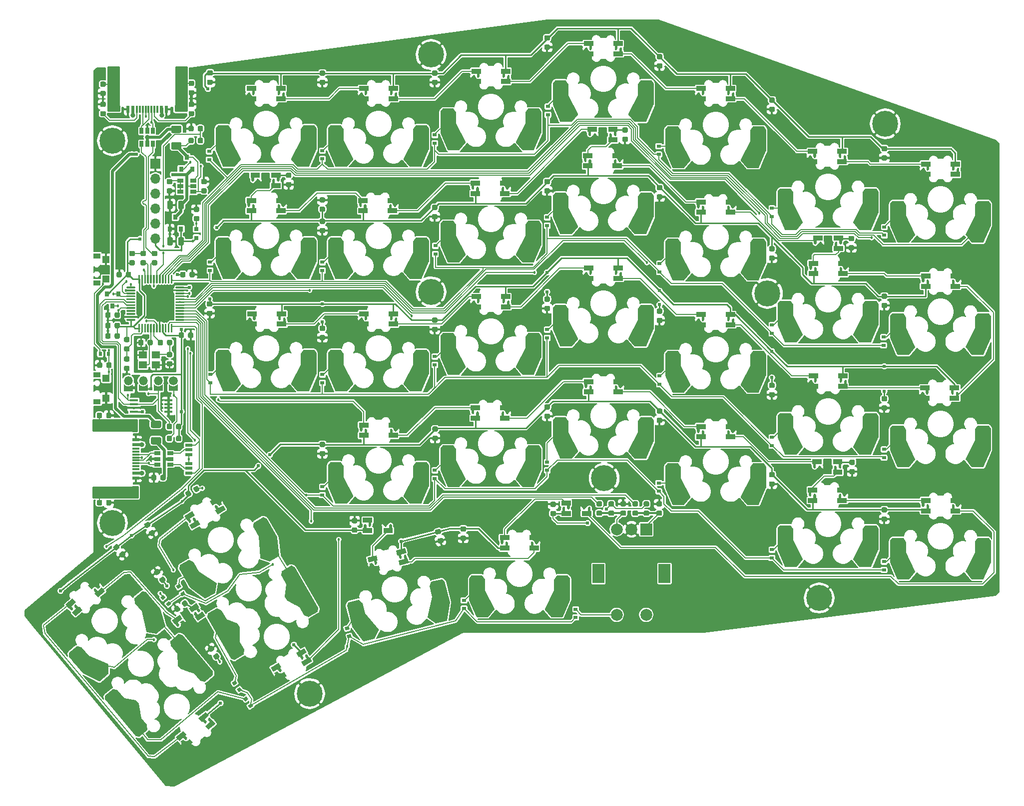
<source format=gbr>
G04 #@! TF.GenerationSoftware,KiCad,Pcbnew,5.1.8-db9833491~88~ubuntu20.10.1*
G04 #@! TF.CreationDate,2020-12-16T18:25:24+01:00*
G04 #@! TF.ProjectId,YAEMK,5941454d-4b2e-46b6-9963-61645f706362,1.2*
G04 #@! TF.SameCoordinates,Original*
G04 #@! TF.FileFunction,Copper,L1,Top*
G04 #@! TF.FilePolarity,Positive*
%FSLAX46Y46*%
G04 Gerber Fmt 4.6, Leading zero omitted, Abs format (unit mm)*
G04 Created by KiCad (PCBNEW 5.1.8-db9833491~88~ubuntu20.10.1) date 2020-12-16 18:25:24*
%MOMM*%
%LPD*%
G01*
G04 APERTURE LIST*
G04 #@! TA.AperFunction,SMDPad,CuDef*
%ADD10R,0.600000X0.700000*%
G04 #@! TD*
G04 #@! TA.AperFunction,SMDPad,CuDef*
%ADD11R,0.700000X0.600000*%
G04 #@! TD*
G04 #@! TA.AperFunction,SMDPad,CuDef*
%ADD12C,0.150000*%
G04 #@! TD*
G04 #@! TA.AperFunction,ComponentPad*
%ADD13C,0.457200*%
G04 #@! TD*
G04 #@! TA.AperFunction,ComponentPad*
%ADD14C,0.800000*%
G04 #@! TD*
G04 #@! TA.AperFunction,SMDPad,CuDef*
%ADD15R,1.060000X0.650000*%
G04 #@! TD*
G04 #@! TA.AperFunction,SMDPad,CuDef*
%ADD16R,0.650000X1.060000*%
G04 #@! TD*
G04 #@! TA.AperFunction,SMDPad,CuDef*
%ADD17R,0.800000X0.900000*%
G04 #@! TD*
G04 #@! TA.AperFunction,ComponentPad*
%ADD18C,1.500000*%
G04 #@! TD*
G04 #@! TA.AperFunction,ComponentPad*
%ADD19O,1.500000X1.500000*%
G04 #@! TD*
G04 #@! TA.AperFunction,SMDPad,CuDef*
%ADD20R,0.797560X0.797560*%
G04 #@! TD*
G04 #@! TA.AperFunction,SMDPad,CuDef*
%ADD21R,1.200000X0.900000*%
G04 #@! TD*
G04 #@! TA.AperFunction,SMDPad,CuDef*
%ADD22R,1.300000X1.150000*%
G04 #@! TD*
G04 #@! TA.AperFunction,ComponentPad*
%ADD23C,0.700000*%
G04 #@! TD*
G04 #@! TA.AperFunction,ComponentPad*
%ADD24C,4.400000*%
G04 #@! TD*
G04 #@! TA.AperFunction,SMDPad,CuDef*
%ADD25R,1.200000X0.600000*%
G04 #@! TD*
G04 #@! TA.AperFunction,SMDPad,CuDef*
%ADD26R,1.400000X1.200000*%
G04 #@! TD*
G04 #@! TA.AperFunction,SMDPad,CuDef*
%ADD27R,1.450000X0.450000*%
G04 #@! TD*
G04 #@! TA.AperFunction,SMDPad,CuDef*
%ADD28R,2.350000X2.500000*%
G04 #@! TD*
G04 #@! TA.AperFunction,SMDPad,CuDef*
%ADD29R,2.150000X2.500000*%
G04 #@! TD*
G04 #@! TA.AperFunction,ComponentPad*
%ADD30R,2.000000X2.000000*%
G04 #@! TD*
G04 #@! TA.AperFunction,ComponentPad*
%ADD31C,2.000000*%
G04 #@! TD*
G04 #@! TA.AperFunction,ComponentPad*
%ADD32R,2.000000X3.200000*%
G04 #@! TD*
G04 #@! TA.AperFunction,SMDPad,CuDef*
%ADD33R,1.300000X0.600000*%
G04 #@! TD*
G04 #@! TA.AperFunction,SMDPad,CuDef*
%ADD34R,1.300000X0.300000*%
G04 #@! TD*
G04 #@! TA.AperFunction,ComponentPad*
%ADD35O,1.800000X1.000000*%
G04 #@! TD*
G04 #@! TA.AperFunction,ComponentPad*
%ADD36O,2.200000X1.000000*%
G04 #@! TD*
G04 #@! TA.AperFunction,SMDPad,CuDef*
%ADD37R,0.600000X1.300000*%
G04 #@! TD*
G04 #@! TA.AperFunction,SMDPad,CuDef*
%ADD38R,0.300000X1.300000*%
G04 #@! TD*
G04 #@! TA.AperFunction,ComponentPad*
%ADD39O,1.000000X1.800000*%
G04 #@! TD*
G04 #@! TA.AperFunction,ComponentPad*
%ADD40O,1.000000X2.200000*%
G04 #@! TD*
G04 #@! TA.AperFunction,ComponentPad*
%ADD41O,1.700000X1.700000*%
G04 #@! TD*
G04 #@! TA.AperFunction,ComponentPad*
%ADD42R,1.700000X1.700000*%
G04 #@! TD*
G04 #@! TA.AperFunction,ViaPad*
%ADD43C,0.609600*%
G04 #@! TD*
G04 #@! TA.AperFunction,ViaPad*
%ADD44C,0.457200*%
G04 #@! TD*
G04 #@! TA.AperFunction,ViaPad*
%ADD45C,0.812800*%
G04 #@! TD*
G04 #@! TA.AperFunction,Conductor*
%ADD46C,0.254000*%
G04 #@! TD*
G04 #@! TA.AperFunction,Conductor*
%ADD47C,0.203200*%
G04 #@! TD*
G04 #@! TA.AperFunction,Conductor*
%ADD48C,0.508000*%
G04 #@! TD*
G04 #@! TA.AperFunction,Conductor*
%ADD49C,0.304800*%
G04 #@! TD*
G04 #@! TA.AperFunction,Conductor*
%ADD50C,0.150000*%
G04 #@! TD*
G04 APERTURE END LIST*
D10*
G04 #@! TO.P,D69,2*
G04 #@! TO.N,Net-(D68-Pad2)*
X78548000Y-84455000D03*
G04 #@! TO.P,D69,1*
G04 #@! TO.N,NRST*
X79948000Y-84455000D03*
G04 #@! TD*
D11*
G04 #@! TO.P,D34,2*
G04 #@! TO.N,Row4*
X211404200Y-121096000D03*
G04 #@! TO.P,D34,1*
G04 #@! TO.N,Net-(D34-Pad1)*
X211404200Y-119696000D03*
G04 #@! TD*
G04 #@! TO.P,D33,2*
G04 #@! TO.N,Row3*
X211404200Y-102046000D03*
G04 #@! TO.P,D33,1*
G04 #@! TO.N,Net-(D33-Pad1)*
X211404200Y-100646000D03*
G04 #@! TD*
G04 #@! TO.P,D32,2*
G04 #@! TO.N,Row2*
X211328000Y-82996000D03*
G04 #@! TO.P,D32,1*
G04 #@! TO.N,Net-(D32-Pad1)*
X211328000Y-81596000D03*
G04 #@! TD*
G04 #@! TO.P,D31,2*
G04 #@! TO.N,Row1*
X211455000Y-64327000D03*
G04 #@! TO.P,D31,1*
G04 #@! TO.N,Net-(D31-Pad1)*
X211455000Y-62927000D03*
G04 #@! TD*
G04 #@! TO.P,D30,2*
G04 #@! TO.N,Row4*
X192405000Y-119064000D03*
G04 #@! TO.P,D30,1*
G04 #@! TO.N,Net-(D30-Pad1)*
X192405000Y-117664000D03*
G04 #@! TD*
G04 #@! TO.P,D29,2*
G04 #@! TO.N,Row3*
X192405000Y-100014000D03*
G04 #@! TO.P,D29,1*
G04 #@! TO.N,Net-(D29-Pad1)*
X192405000Y-98614000D03*
G04 #@! TD*
G04 #@! TO.P,D28,2*
G04 #@! TO.N,Row2*
X192405000Y-80964000D03*
G04 #@! TO.P,D28,1*
G04 #@! TO.N,Net-(D28-Pad1)*
X192405000Y-79564000D03*
G04 #@! TD*
G04 #@! TO.P,D27,2*
G04 #@! TO.N,Row1*
X192405000Y-61152000D03*
G04 #@! TO.P,D27,1*
G04 #@! TO.N,Net-(D27-Pad1)*
X192405000Y-59752000D03*
G04 #@! TD*
G04 #@! TO.P,D26,2*
G04 #@! TO.N,Row4*
X173228000Y-107761000D03*
G04 #@! TO.P,D26,1*
G04 #@! TO.N,Net-(D26-Pad1)*
X173228000Y-106361000D03*
G04 #@! TD*
G04 #@! TO.P,D25,2*
G04 #@! TO.N,Row3*
X173355000Y-89600000D03*
G04 #@! TO.P,D25,1*
G04 #@! TO.N,Net-(D25-Pad1)*
X173355000Y-88200000D03*
G04 #@! TD*
G04 #@! TO.P,D24,2*
G04 #@! TO.N,Row2*
X173355000Y-70550000D03*
G04 #@! TO.P,D24,1*
G04 #@! TO.N,Net-(D24-Pad1)*
X173355000Y-69150000D03*
G04 #@! TD*
G04 #@! TO.P,D23,2*
G04 #@! TO.N,Row1*
X173228000Y-50611000D03*
G04 #@! TO.P,D23,1*
G04 #@! TO.N,Net-(D23-Pad1)*
X173228000Y-49211000D03*
G04 #@! TD*
G04 #@! TO.P,D22,2*
G04 #@! TO.N,Row5*
X159131000Y-129160500D03*
G04 #@! TO.P,D22,1*
G04 #@! TO.N,Rot_Row*
X159131000Y-127760500D03*
G04 #@! TD*
G04 #@! TO.P,D21,2*
G04 #@! TO.N,Row4*
X154305000Y-104205000D03*
G04 #@! TO.P,D21,1*
G04 #@! TO.N,Net-(D21-Pad1)*
X154305000Y-102805000D03*
G04 #@! TD*
G04 #@! TO.P,D19,2*
G04 #@! TO.N,Row2*
X154305000Y-62676000D03*
G04 #@! TO.P,D19,1*
G04 #@! TO.N,Net-(D19-Pad1)*
X154305000Y-61276000D03*
G04 #@! TD*
G04 #@! TO.P,D18,2*
G04 #@! TO.N,Row1*
X154432000Y-43880000D03*
G04 #@! TO.P,D18,1*
G04 #@! TO.N,Net-(D18-Pad1)*
X154432000Y-42480000D03*
G04 #@! TD*
G04 #@! TO.P,D17,2*
G04 #@! TO.N,Row5*
X140208000Y-127636500D03*
G04 #@! TO.P,D17,1*
G04 #@! TO.N,Net-(D17-Pad1)*
X140208000Y-126236500D03*
G04 #@! TD*
G04 #@! TO.P,D16,2*
G04 #@! TO.N,Row4*
X135255000Y-105602000D03*
G04 #@! TO.P,D16,1*
G04 #@! TO.N,Net-(D16-Pad1)*
X135255000Y-104202000D03*
G04 #@! TD*
G04 #@! TO.P,D15,2*
G04 #@! TO.N,Row3*
X135255000Y-86298000D03*
G04 #@! TO.P,D15,1*
G04 #@! TO.N,Net-(D15-Pad1)*
X135255000Y-84898000D03*
G04 #@! TD*
G04 #@! TO.P,D14,2*
G04 #@! TO.N,Row2*
X135356600Y-67502000D03*
G04 #@! TO.P,D14,1*
G04 #@! TO.N,Net-(D14-Pad1)*
X135356600Y-66102000D03*
G04 #@! TD*
G04 #@! TO.P,D13,2*
G04 #@! TO.N,Row1*
X135255000Y-48706000D03*
G04 #@! TO.P,D13,1*
G04 #@! TO.N,Net-(D13-Pad1)*
X135255000Y-47306000D03*
G04 #@! TD*
G04 #@! TA.AperFunction,SMDPad,CuDef*
D12*
G04 #@! TO.P,D12,2*
G04 #@! TO.N,Row5*
G36*
X121174066Y-132551987D02*
G01*
X120497918Y-132733160D01*
X120342626Y-132153605D01*
X121018774Y-131972432D01*
X121174066Y-132551987D01*
G37*
G04 #@! TD.AperFunction*
G04 #@! TA.AperFunction,SMDPad,CuDef*
G04 #@! TO.P,D12,1*
G04 #@! TO.N,Net-(D12-Pad1)*
G36*
X120811720Y-131199691D02*
G01*
X120135572Y-131380864D01*
X119980280Y-130801309D01*
X120656428Y-130620136D01*
X120811720Y-131199691D01*
G37*
G04 #@! TD.AperFunction*
G04 #@! TD*
D11*
G04 #@! TO.P,D11,2*
G04 #@! TO.N,Row4*
X116205000Y-108396000D03*
G04 #@! TO.P,D11,1*
G04 #@! TO.N,Net-(D11-Pad1)*
X116205000Y-106996000D03*
G04 #@! TD*
G04 #@! TO.P,D10,2*
G04 #@! TO.N,Row3*
X116205000Y-89346000D03*
G04 #@! TO.P,D10,1*
G04 #@! TO.N,Net-(D10-Pad1)*
X116205000Y-87946000D03*
G04 #@! TD*
G04 #@! TO.P,D9,2*
G04 #@! TO.N,Row2*
X116205000Y-70296000D03*
G04 #@! TO.P,D9,1*
G04 #@! TO.N,Net-(D9-Pad1)*
X116205000Y-68896000D03*
G04 #@! TD*
G04 #@! TO.P,D8,2*
G04 #@! TO.N,Row1*
X116205000Y-51373000D03*
G04 #@! TO.P,D8,1*
G04 #@! TO.N,Net-(D8-Pad1)*
X116205000Y-49973000D03*
G04 #@! TD*
G04 #@! TA.AperFunction,SMDPad,CuDef*
D12*
G04 #@! TO.P,D7,2*
G04 #@! TO.N,Row5*
G36*
X102587280Y-141461400D02*
G01*
X102013874Y-141862903D01*
X101669728Y-141371412D01*
X102243134Y-140969909D01*
X102587280Y-141461400D01*
G37*
G04 #@! TD.AperFunction*
G04 #@! TA.AperFunction,SMDPad,CuDef*
G04 #@! TO.P,D7,1*
G04 #@! TO.N,Net-(D7-Pad1)*
G36*
X101784272Y-140314588D02*
G01*
X101210866Y-140716091D01*
X100866720Y-140224600D01*
X101440126Y-139823097D01*
X101784272Y-140314588D01*
G37*
G04 #@! TD.AperFunction*
G04 #@! TD*
G04 #@! TA.AperFunction,SMDPad,CuDef*
G04 #@! TO.P,D6,2*
G04 #@! TO.N,Row4*
G36*
X93005109Y-125214526D02*
G01*
X92398891Y-125564526D01*
X92098891Y-125044910D01*
X92705109Y-124694910D01*
X93005109Y-125214526D01*
G37*
G04 #@! TD.AperFunction*
G04 #@! TA.AperFunction,SMDPad,CuDef*
G04 #@! TO.P,D6,1*
G04 #@! TO.N,Net-(D6-Pad1)*
G36*
X92305109Y-124002090D02*
G01*
X91698891Y-124352090D01*
X91398891Y-123832474D01*
X92005109Y-123482474D01*
X92305109Y-124002090D01*
G37*
G04 #@! TD.AperFunction*
G04 #@! TD*
D11*
G04 #@! TO.P,D5,2*
G04 #@! TO.N,Row3*
X97180400Y-89346000D03*
G04 #@! TO.P,D5,1*
G04 #@! TO.N,Net-(D5-Pad1)*
X97180400Y-87946000D03*
G04 #@! TD*
G04 #@! TO.P,D4,2*
G04 #@! TO.N,Row2*
X97155000Y-70296000D03*
G04 #@! TO.P,D4,1*
G04 #@! TO.N,Net-(D4-Pad1)*
X97155000Y-68896000D03*
G04 #@! TD*
G04 #@! TO.P,D3,2*
G04 #@! TO.N,Row1*
X97028000Y-51500000D03*
G04 #@! TO.P,D3,1*
G04 #@! TO.N,Net-(D3-Pad1)*
X97028000Y-50100000D03*
G04 #@! TD*
G04 #@! TA.AperFunction,SMDPad,CuDef*
D12*
G04 #@! TO.P,D2,2*
G04 #@! TO.N,Row5*
G36*
X104471776Y-144189994D02*
G01*
X103898370Y-144591497D01*
X103554224Y-144100006D01*
X104127630Y-143698503D01*
X104471776Y-144189994D01*
G37*
G04 #@! TD.AperFunction*
G04 #@! TA.AperFunction,SMDPad,CuDef*
G04 #@! TO.P,D2,1*
G04 #@! TO.N,Net-(D2-Pad1)*
G36*
X103668768Y-143043182D02*
G01*
X103095362Y-143444685D01*
X102751216Y-142953194D01*
X103324622Y-142551691D01*
X103668768Y-143043182D01*
G37*
G04 #@! TD.AperFunction*
G04 #@! TD*
G04 #@! TA.AperFunction,SMDPad,CuDef*
G04 #@! TO.P,D1,2*
G04 #@! TO.N,Row4*
G36*
X90572903Y-126842569D02*
G01*
X90036672Y-127292520D01*
X89650999Y-126832893D01*
X90187230Y-126382942D01*
X90572903Y-126842569D01*
G37*
G04 #@! TD.AperFunction*
G04 #@! TA.AperFunction,SMDPad,CuDef*
G04 #@! TO.P,D1,1*
G04 #@! TO.N,Net-(D1-Pad1)*
G36*
X89673001Y-125770107D02*
G01*
X89136770Y-126220058D01*
X88751097Y-125760431D01*
X89287328Y-125310480D01*
X89673001Y-125770107D01*
G37*
G04 #@! TD.AperFunction*
G04 #@! TD*
D11*
G04 #@! TO.P,D20,2*
G04 #@! TO.N,Row3*
X154305000Y-81726000D03*
G04 #@! TO.P,D20,1*
G04 #@! TO.N,Net-(D20-Pad1)*
X154305000Y-80326000D03*
G04 #@! TD*
D13*
G04 #@! TO.P,D77,4*
G04 #@! TO.N,RGB_VDD*
X123469400Y-113538000D03*
G04 #@! TO.P,D77,3*
G04 #@! TO.N,Net-(D39-Pad2)*
X124253000Y-113538000D03*
G04 #@! TO.P,D77,1*
G04 #@! TO.N,Net-(D40-Pad4)*
X127787400Y-113538000D03*
G04 #@! TO.P,D77,2*
G04 #@! TO.N,VSS*
X126903000Y-113538000D03*
G04 #@! TA.AperFunction,SMDPad,CuDef*
D12*
G04 #@! TO.P,D77,4*
G04 #@! TO.N,RGB_VDD*
G36*
X123053000Y-113988000D02*
G01*
X123241600Y-113988000D01*
X123241600Y-113489500D01*
X123242561Y-113479745D01*
X123245406Y-113470366D01*
X123250027Y-113461721D01*
X123256245Y-113454145D01*
X123263821Y-113447927D01*
X123272466Y-113443306D01*
X123281845Y-113440461D01*
X123292022Y-113439502D01*
X123647622Y-113442502D01*
X123657368Y-113443545D01*
X123666723Y-113446469D01*
X123675328Y-113451162D01*
X123682852Y-113457444D01*
X123689006Y-113465073D01*
X123693554Y-113473756D01*
X123696320Y-113483160D01*
X123697200Y-113492500D01*
X123697200Y-113988000D01*
X124653000Y-113988000D01*
X124653000Y-114838000D01*
X123053000Y-114838000D01*
X123053000Y-113988000D01*
G37*
G04 #@! TD.AperFunction*
G04 #@! TA.AperFunction,SMDPad,CuDef*
G04 #@! TO.P,D77,3*
G04 #@! TO.N,Net-(D39-Pad2)*
G36*
X124069245Y-113599039D02*
G01*
X124059866Y-113596194D01*
X124051221Y-113591573D01*
X124043645Y-113585355D01*
X124037427Y-113577779D01*
X124032806Y-113569134D01*
X124029961Y-113559755D01*
X124029000Y-113550000D01*
X124029000Y-113088000D01*
X123053000Y-113088000D01*
X123053000Y-112238000D01*
X124653000Y-112238000D01*
X124653000Y-113088000D01*
X124484600Y-113088000D01*
X124484600Y-113550000D01*
X124483639Y-113559755D01*
X124480794Y-113569134D01*
X124476173Y-113577779D01*
X124469955Y-113585355D01*
X124462379Y-113591573D01*
X124453734Y-113596194D01*
X124444355Y-113599039D01*
X124434600Y-113600000D01*
X124079000Y-113600000D01*
X124069245Y-113599039D01*
G37*
G04 #@! TD.AperFunction*
G04 #@! TA.AperFunction,SMDPad,CuDef*
G04 #@! TO.P,D77,1*
G04 #@! TO.N,Net-(D40-Pad4)*
G36*
X126553000Y-113988000D02*
G01*
X127559600Y-113988000D01*
X127559600Y-113517900D01*
X127560561Y-113508145D01*
X127563406Y-113498766D01*
X127568027Y-113490121D01*
X127574245Y-113482545D01*
X127581821Y-113476327D01*
X127590466Y-113471706D01*
X127599845Y-113468861D01*
X127609600Y-113467900D01*
X127965200Y-113467900D01*
X127974955Y-113468861D01*
X127984334Y-113471706D01*
X127992979Y-113476327D01*
X128000555Y-113482545D01*
X128006773Y-113490121D01*
X128011394Y-113498766D01*
X128014239Y-113508145D01*
X128015200Y-113517900D01*
X128015200Y-113988000D01*
X128153000Y-113988000D01*
X128153000Y-114838000D01*
X126553000Y-114838000D01*
X126553000Y-113988000D01*
G37*
G04 #@! TD.AperFunction*
G04 #@! TA.AperFunction,SMDPad,CuDef*
G04 #@! TO.P,D77,2*
G04 #@! TO.N,VSS*
G36*
X126710845Y-113580839D02*
G01*
X126701466Y-113577994D01*
X126692821Y-113573373D01*
X126685245Y-113567155D01*
X126679027Y-113559579D01*
X126674406Y-113550934D01*
X126671561Y-113541555D01*
X126670600Y-113531800D01*
X126670600Y-113088000D01*
X126553000Y-113088000D01*
X126553000Y-112238000D01*
X128153000Y-112238000D01*
X128153000Y-113088000D01*
X127126200Y-113088000D01*
X127126200Y-113531800D01*
X127125239Y-113541555D01*
X127122394Y-113550934D01*
X127117773Y-113559579D01*
X127111555Y-113567155D01*
X127103979Y-113573373D01*
X127095334Y-113577994D01*
X127085955Y-113580839D01*
X127076200Y-113581800D01*
X126720600Y-113581800D01*
X126710845Y-113580839D01*
G37*
G04 #@! TD.AperFunction*
G04 #@! TD*
D13*
G04 #@! TO.P,D65,4*
G04 #@! TO.N,RGB_VDD*
X108716600Y-54991000D03*
G04 #@! TO.P,D65,3*
G04 #@! TO.N,Net-(D65-Pad3)*
X107933000Y-54991000D03*
G04 #@! TO.P,D65,1*
G04 #@! TO.N,Net-(D65-Pad1)*
X104398600Y-54991000D03*
G04 #@! TO.P,D65,2*
G04 #@! TO.N,VSS*
X105283000Y-54991000D03*
G04 #@! TA.AperFunction,SMDPad,CuDef*
D12*
G04 #@! TO.P,D65,4*
G04 #@! TO.N,RGB_VDD*
G36*
X109133000Y-54541000D02*
G01*
X108944400Y-54541000D01*
X108944400Y-55039500D01*
X108943439Y-55049255D01*
X108940594Y-55058634D01*
X108935973Y-55067279D01*
X108929755Y-55074855D01*
X108922179Y-55081073D01*
X108913534Y-55085694D01*
X108904155Y-55088539D01*
X108893978Y-55089498D01*
X108538378Y-55086498D01*
X108528632Y-55085455D01*
X108519277Y-55082531D01*
X108510672Y-55077838D01*
X108503148Y-55071556D01*
X108496994Y-55063927D01*
X108492446Y-55055244D01*
X108489680Y-55045840D01*
X108488800Y-55036500D01*
X108488800Y-54541000D01*
X107533000Y-54541000D01*
X107533000Y-53691000D01*
X109133000Y-53691000D01*
X109133000Y-54541000D01*
G37*
G04 #@! TD.AperFunction*
G04 #@! TA.AperFunction,SMDPad,CuDef*
G04 #@! TO.P,D65,3*
G04 #@! TO.N,Net-(D65-Pad3)*
G36*
X108116755Y-54929961D02*
G01*
X108126134Y-54932806D01*
X108134779Y-54937427D01*
X108142355Y-54943645D01*
X108148573Y-54951221D01*
X108153194Y-54959866D01*
X108156039Y-54969245D01*
X108157000Y-54979000D01*
X108157000Y-55441000D01*
X109133000Y-55441000D01*
X109133000Y-56291000D01*
X107533000Y-56291000D01*
X107533000Y-55441000D01*
X107701400Y-55441000D01*
X107701400Y-54979000D01*
X107702361Y-54969245D01*
X107705206Y-54959866D01*
X107709827Y-54951221D01*
X107716045Y-54943645D01*
X107723621Y-54937427D01*
X107732266Y-54932806D01*
X107741645Y-54929961D01*
X107751400Y-54929000D01*
X108107000Y-54929000D01*
X108116755Y-54929961D01*
G37*
G04 #@! TD.AperFunction*
G04 #@! TA.AperFunction,SMDPad,CuDef*
G04 #@! TO.P,D65,1*
G04 #@! TO.N,Net-(D65-Pad1)*
G36*
X105633000Y-54541000D02*
G01*
X104626400Y-54541000D01*
X104626400Y-55011100D01*
X104625439Y-55020855D01*
X104622594Y-55030234D01*
X104617973Y-55038879D01*
X104611755Y-55046455D01*
X104604179Y-55052673D01*
X104595534Y-55057294D01*
X104586155Y-55060139D01*
X104576400Y-55061100D01*
X104220800Y-55061100D01*
X104211045Y-55060139D01*
X104201666Y-55057294D01*
X104193021Y-55052673D01*
X104185445Y-55046455D01*
X104179227Y-55038879D01*
X104174606Y-55030234D01*
X104171761Y-55020855D01*
X104170800Y-55011100D01*
X104170800Y-54541000D01*
X104033000Y-54541000D01*
X104033000Y-53691000D01*
X105633000Y-53691000D01*
X105633000Y-54541000D01*
G37*
G04 #@! TD.AperFunction*
G04 #@! TA.AperFunction,SMDPad,CuDef*
G04 #@! TO.P,D65,2*
G04 #@! TO.N,VSS*
G36*
X105475155Y-54948161D02*
G01*
X105484534Y-54951006D01*
X105493179Y-54955627D01*
X105500755Y-54961845D01*
X105506973Y-54969421D01*
X105511594Y-54978066D01*
X105514439Y-54987445D01*
X105515400Y-54997200D01*
X105515400Y-55441000D01*
X105633000Y-55441000D01*
X105633000Y-56291000D01*
X104033000Y-56291000D01*
X104033000Y-55441000D01*
X105059800Y-55441000D01*
X105059800Y-54997200D01*
X105060761Y-54987445D01*
X105063606Y-54978066D01*
X105068227Y-54969421D01*
X105074445Y-54961845D01*
X105082021Y-54955627D01*
X105090666Y-54951006D01*
X105100045Y-54948161D01*
X105109800Y-54947200D01*
X105465400Y-54947200D01*
X105475155Y-54948161D01*
G37*
G04 #@! TD.AperFunction*
G04 #@! TD*
D13*
G04 #@! TO.P,D62,4*
G04 #@! TO.N,RGB_VDD*
X165836600Y-47244000D03*
G04 #@! TO.P,D62,3*
G04 #@! TO.N,Net-(D61-Pad2)*
X165053000Y-47244000D03*
G04 #@! TO.P,D62,1*
G04 #@! TO.N,Net-(D62-Pad1)*
X161518600Y-47244000D03*
G04 #@! TO.P,D62,2*
G04 #@! TO.N,VSS*
X162403000Y-47244000D03*
G04 #@! TA.AperFunction,SMDPad,CuDef*
D12*
G04 #@! TO.P,D62,4*
G04 #@! TO.N,RGB_VDD*
G36*
X166253000Y-46794000D02*
G01*
X166064400Y-46794000D01*
X166064400Y-47292500D01*
X166063439Y-47302255D01*
X166060594Y-47311634D01*
X166055973Y-47320279D01*
X166049755Y-47327855D01*
X166042179Y-47334073D01*
X166033534Y-47338694D01*
X166024155Y-47341539D01*
X166013978Y-47342498D01*
X165658378Y-47339498D01*
X165648632Y-47338455D01*
X165639277Y-47335531D01*
X165630672Y-47330838D01*
X165623148Y-47324556D01*
X165616994Y-47316927D01*
X165612446Y-47308244D01*
X165609680Y-47298840D01*
X165608800Y-47289500D01*
X165608800Y-46794000D01*
X164653000Y-46794000D01*
X164653000Y-45944000D01*
X166253000Y-45944000D01*
X166253000Y-46794000D01*
G37*
G04 #@! TD.AperFunction*
G04 #@! TA.AperFunction,SMDPad,CuDef*
G04 #@! TO.P,D62,3*
G04 #@! TO.N,Net-(D61-Pad2)*
G36*
X165236755Y-47182961D02*
G01*
X165246134Y-47185806D01*
X165254779Y-47190427D01*
X165262355Y-47196645D01*
X165268573Y-47204221D01*
X165273194Y-47212866D01*
X165276039Y-47222245D01*
X165277000Y-47232000D01*
X165277000Y-47694000D01*
X166253000Y-47694000D01*
X166253000Y-48544000D01*
X164653000Y-48544000D01*
X164653000Y-47694000D01*
X164821400Y-47694000D01*
X164821400Y-47232000D01*
X164822361Y-47222245D01*
X164825206Y-47212866D01*
X164829827Y-47204221D01*
X164836045Y-47196645D01*
X164843621Y-47190427D01*
X164852266Y-47185806D01*
X164861645Y-47182961D01*
X164871400Y-47182000D01*
X165227000Y-47182000D01*
X165236755Y-47182961D01*
G37*
G04 #@! TD.AperFunction*
G04 #@! TA.AperFunction,SMDPad,CuDef*
G04 #@! TO.P,D62,1*
G04 #@! TO.N,Net-(D62-Pad1)*
G36*
X162753000Y-46794000D02*
G01*
X161746400Y-46794000D01*
X161746400Y-47264100D01*
X161745439Y-47273855D01*
X161742594Y-47283234D01*
X161737973Y-47291879D01*
X161731755Y-47299455D01*
X161724179Y-47305673D01*
X161715534Y-47310294D01*
X161706155Y-47313139D01*
X161696400Y-47314100D01*
X161340800Y-47314100D01*
X161331045Y-47313139D01*
X161321666Y-47310294D01*
X161313021Y-47305673D01*
X161305445Y-47299455D01*
X161299227Y-47291879D01*
X161294606Y-47283234D01*
X161291761Y-47273855D01*
X161290800Y-47264100D01*
X161290800Y-46794000D01*
X161153000Y-46794000D01*
X161153000Y-45944000D01*
X162753000Y-45944000D01*
X162753000Y-46794000D01*
G37*
G04 #@! TD.AperFunction*
G04 #@! TA.AperFunction,SMDPad,CuDef*
G04 #@! TO.P,D62,2*
G04 #@! TO.N,VSS*
G36*
X162595155Y-47201161D02*
G01*
X162604534Y-47204006D01*
X162613179Y-47208627D01*
X162620755Y-47214845D01*
X162626973Y-47222421D01*
X162631594Y-47231066D01*
X162634439Y-47240445D01*
X162635400Y-47250200D01*
X162635400Y-47694000D01*
X162753000Y-47694000D01*
X162753000Y-48544000D01*
X161153000Y-48544000D01*
X161153000Y-47694000D01*
X162179800Y-47694000D01*
X162179800Y-47250200D01*
X162180761Y-47240445D01*
X162183606Y-47231066D01*
X162188227Y-47222421D01*
X162194445Y-47214845D01*
X162202021Y-47208627D01*
X162210666Y-47204006D01*
X162220045Y-47201161D01*
X162229800Y-47200200D01*
X162585400Y-47200200D01*
X162595155Y-47201161D01*
G37*
G04 #@! TD.AperFunction*
G04 #@! TD*
D13*
G04 #@! TO.P,D59,4*
G04 #@! TO.N,RGB_VDD*
X204063600Y-65659000D03*
G04 #@! TO.P,D59,3*
G04 #@! TO.N,Net-(D58-Pad2)*
X203280000Y-65659000D03*
G04 #@! TO.P,D59,1*
G04 #@! TO.N,Net-(D59-Pad1)*
X199745600Y-65659000D03*
G04 #@! TO.P,D59,2*
G04 #@! TO.N,VSS*
X200630000Y-65659000D03*
G04 #@! TA.AperFunction,SMDPad,CuDef*
D12*
G04 #@! TO.P,D59,4*
G04 #@! TO.N,RGB_VDD*
G36*
X204480000Y-65209000D02*
G01*
X204291400Y-65209000D01*
X204291400Y-65707500D01*
X204290439Y-65717255D01*
X204287594Y-65726634D01*
X204282973Y-65735279D01*
X204276755Y-65742855D01*
X204269179Y-65749073D01*
X204260534Y-65753694D01*
X204251155Y-65756539D01*
X204240978Y-65757498D01*
X203885378Y-65754498D01*
X203875632Y-65753455D01*
X203866277Y-65750531D01*
X203857672Y-65745838D01*
X203850148Y-65739556D01*
X203843994Y-65731927D01*
X203839446Y-65723244D01*
X203836680Y-65713840D01*
X203835800Y-65704500D01*
X203835800Y-65209000D01*
X202880000Y-65209000D01*
X202880000Y-64359000D01*
X204480000Y-64359000D01*
X204480000Y-65209000D01*
G37*
G04 #@! TD.AperFunction*
G04 #@! TA.AperFunction,SMDPad,CuDef*
G04 #@! TO.P,D59,3*
G04 #@! TO.N,Net-(D58-Pad2)*
G36*
X203463755Y-65597961D02*
G01*
X203473134Y-65600806D01*
X203481779Y-65605427D01*
X203489355Y-65611645D01*
X203495573Y-65619221D01*
X203500194Y-65627866D01*
X203503039Y-65637245D01*
X203504000Y-65647000D01*
X203504000Y-66109000D01*
X204480000Y-66109000D01*
X204480000Y-66959000D01*
X202880000Y-66959000D01*
X202880000Y-66109000D01*
X203048400Y-66109000D01*
X203048400Y-65647000D01*
X203049361Y-65637245D01*
X203052206Y-65627866D01*
X203056827Y-65619221D01*
X203063045Y-65611645D01*
X203070621Y-65605427D01*
X203079266Y-65600806D01*
X203088645Y-65597961D01*
X203098400Y-65597000D01*
X203454000Y-65597000D01*
X203463755Y-65597961D01*
G37*
G04 #@! TD.AperFunction*
G04 #@! TA.AperFunction,SMDPad,CuDef*
G04 #@! TO.P,D59,1*
G04 #@! TO.N,Net-(D59-Pad1)*
G36*
X200980000Y-65209000D02*
G01*
X199973400Y-65209000D01*
X199973400Y-65679100D01*
X199972439Y-65688855D01*
X199969594Y-65698234D01*
X199964973Y-65706879D01*
X199958755Y-65714455D01*
X199951179Y-65720673D01*
X199942534Y-65725294D01*
X199933155Y-65728139D01*
X199923400Y-65729100D01*
X199567800Y-65729100D01*
X199558045Y-65728139D01*
X199548666Y-65725294D01*
X199540021Y-65720673D01*
X199532445Y-65714455D01*
X199526227Y-65706879D01*
X199521606Y-65698234D01*
X199518761Y-65688855D01*
X199517800Y-65679100D01*
X199517800Y-65209000D01*
X199380000Y-65209000D01*
X199380000Y-64359000D01*
X200980000Y-64359000D01*
X200980000Y-65209000D01*
G37*
G04 #@! TD.AperFunction*
G04 #@! TA.AperFunction,SMDPad,CuDef*
G04 #@! TO.P,D59,2*
G04 #@! TO.N,VSS*
G36*
X200822155Y-65616161D02*
G01*
X200831534Y-65619006D01*
X200840179Y-65623627D01*
X200847755Y-65629845D01*
X200853973Y-65637421D01*
X200858594Y-65646066D01*
X200861439Y-65655445D01*
X200862400Y-65665200D01*
X200862400Y-66109000D01*
X200980000Y-66109000D01*
X200980000Y-66959000D01*
X199380000Y-66959000D01*
X199380000Y-66109000D01*
X200406800Y-66109000D01*
X200406800Y-65665200D01*
X200407761Y-65655445D01*
X200410606Y-65646066D01*
X200415227Y-65637421D01*
X200421445Y-65629845D01*
X200429021Y-65623627D01*
X200437666Y-65619006D01*
X200447045Y-65616161D01*
X200456800Y-65615200D01*
X200812400Y-65615200D01*
X200822155Y-65616161D01*
G37*
G04 #@! TD.AperFunction*
G04 #@! TD*
D13*
G04 #@! TO.P,D43,4*
G04 #@! TO.N,RGB_VDD*
X203936600Y-103632000D03*
G04 #@! TO.P,D43,3*
G04 #@! TO.N,Net-(D43-Pad3)*
X203153000Y-103632000D03*
G04 #@! TO.P,D43,1*
G04 #@! TO.N,Net-(D43-Pad1)*
X199618600Y-103632000D03*
G04 #@! TO.P,D43,2*
G04 #@! TO.N,VSS*
X200503000Y-103632000D03*
G04 #@! TA.AperFunction,SMDPad,CuDef*
D12*
G04 #@! TO.P,D43,4*
G04 #@! TO.N,RGB_VDD*
G36*
X204353000Y-103182000D02*
G01*
X204164400Y-103182000D01*
X204164400Y-103680500D01*
X204163439Y-103690255D01*
X204160594Y-103699634D01*
X204155973Y-103708279D01*
X204149755Y-103715855D01*
X204142179Y-103722073D01*
X204133534Y-103726694D01*
X204124155Y-103729539D01*
X204113978Y-103730498D01*
X203758378Y-103727498D01*
X203748632Y-103726455D01*
X203739277Y-103723531D01*
X203730672Y-103718838D01*
X203723148Y-103712556D01*
X203716994Y-103704927D01*
X203712446Y-103696244D01*
X203709680Y-103686840D01*
X203708800Y-103677500D01*
X203708800Y-103182000D01*
X202753000Y-103182000D01*
X202753000Y-102332000D01*
X204353000Y-102332000D01*
X204353000Y-103182000D01*
G37*
G04 #@! TD.AperFunction*
G04 #@! TA.AperFunction,SMDPad,CuDef*
G04 #@! TO.P,D43,3*
G04 #@! TO.N,Net-(D43-Pad3)*
G36*
X203336755Y-103570961D02*
G01*
X203346134Y-103573806D01*
X203354779Y-103578427D01*
X203362355Y-103584645D01*
X203368573Y-103592221D01*
X203373194Y-103600866D01*
X203376039Y-103610245D01*
X203377000Y-103620000D01*
X203377000Y-104082000D01*
X204353000Y-104082000D01*
X204353000Y-104932000D01*
X202753000Y-104932000D01*
X202753000Y-104082000D01*
X202921400Y-104082000D01*
X202921400Y-103620000D01*
X202922361Y-103610245D01*
X202925206Y-103600866D01*
X202929827Y-103592221D01*
X202936045Y-103584645D01*
X202943621Y-103578427D01*
X202952266Y-103573806D01*
X202961645Y-103570961D01*
X202971400Y-103570000D01*
X203327000Y-103570000D01*
X203336755Y-103570961D01*
G37*
G04 #@! TD.AperFunction*
G04 #@! TA.AperFunction,SMDPad,CuDef*
G04 #@! TO.P,D43,1*
G04 #@! TO.N,Net-(D43-Pad1)*
G36*
X200853000Y-103182000D02*
G01*
X199846400Y-103182000D01*
X199846400Y-103652100D01*
X199845439Y-103661855D01*
X199842594Y-103671234D01*
X199837973Y-103679879D01*
X199831755Y-103687455D01*
X199824179Y-103693673D01*
X199815534Y-103698294D01*
X199806155Y-103701139D01*
X199796400Y-103702100D01*
X199440800Y-103702100D01*
X199431045Y-103701139D01*
X199421666Y-103698294D01*
X199413021Y-103693673D01*
X199405445Y-103687455D01*
X199399227Y-103679879D01*
X199394606Y-103671234D01*
X199391761Y-103661855D01*
X199390800Y-103652100D01*
X199390800Y-103182000D01*
X199253000Y-103182000D01*
X199253000Y-102332000D01*
X200853000Y-102332000D01*
X200853000Y-103182000D01*
G37*
G04 #@! TD.AperFunction*
G04 #@! TA.AperFunction,SMDPad,CuDef*
G04 #@! TO.P,D43,2*
G04 #@! TO.N,VSS*
G36*
X200695155Y-103589161D02*
G01*
X200704534Y-103592006D01*
X200713179Y-103596627D01*
X200720755Y-103602845D01*
X200726973Y-103610421D01*
X200731594Y-103619066D01*
X200734439Y-103628445D01*
X200735400Y-103638200D01*
X200735400Y-104082000D01*
X200853000Y-104082000D01*
X200853000Y-104932000D01*
X199253000Y-104932000D01*
X199253000Y-104082000D01*
X200279800Y-104082000D01*
X200279800Y-103638200D01*
X200280761Y-103628445D01*
X200283606Y-103619066D01*
X200288227Y-103610421D01*
X200294445Y-103602845D01*
X200302021Y-103596627D01*
X200310666Y-103592006D01*
X200320045Y-103589161D01*
X200329800Y-103588200D01*
X200685400Y-103588200D01*
X200695155Y-103589161D01*
G37*
G04 #@! TD.AperFunction*
G04 #@! TD*
D13*
G04 #@! TO.P,D41,4*
G04 #@! TO.N,RGB_VDD*
X157124400Y-110617000D03*
G04 #@! TO.P,D41,3*
G04 #@! TO.N,Net-(D41-Pad3)*
X157908000Y-110617000D03*
G04 #@! TO.P,D41,1*
G04 #@! TO.N,Net-(D41-Pad1)*
X161442400Y-110617000D03*
G04 #@! TO.P,D41,2*
G04 #@! TO.N,VSS*
X160558000Y-110617000D03*
G04 #@! TA.AperFunction,SMDPad,CuDef*
D12*
G04 #@! TO.P,D41,4*
G04 #@! TO.N,RGB_VDD*
G36*
X156708000Y-111067000D02*
G01*
X156896600Y-111067000D01*
X156896600Y-110568500D01*
X156897561Y-110558745D01*
X156900406Y-110549366D01*
X156905027Y-110540721D01*
X156911245Y-110533145D01*
X156918821Y-110526927D01*
X156927466Y-110522306D01*
X156936845Y-110519461D01*
X156947022Y-110518502D01*
X157302622Y-110521502D01*
X157312368Y-110522545D01*
X157321723Y-110525469D01*
X157330328Y-110530162D01*
X157337852Y-110536444D01*
X157344006Y-110544073D01*
X157348554Y-110552756D01*
X157351320Y-110562160D01*
X157352200Y-110571500D01*
X157352200Y-111067000D01*
X158308000Y-111067000D01*
X158308000Y-111917000D01*
X156708000Y-111917000D01*
X156708000Y-111067000D01*
G37*
G04 #@! TD.AperFunction*
G04 #@! TA.AperFunction,SMDPad,CuDef*
G04 #@! TO.P,D41,3*
G04 #@! TO.N,Net-(D41-Pad3)*
G36*
X157724245Y-110678039D02*
G01*
X157714866Y-110675194D01*
X157706221Y-110670573D01*
X157698645Y-110664355D01*
X157692427Y-110656779D01*
X157687806Y-110648134D01*
X157684961Y-110638755D01*
X157684000Y-110629000D01*
X157684000Y-110167000D01*
X156708000Y-110167000D01*
X156708000Y-109317000D01*
X158308000Y-109317000D01*
X158308000Y-110167000D01*
X158139600Y-110167000D01*
X158139600Y-110629000D01*
X158138639Y-110638755D01*
X158135794Y-110648134D01*
X158131173Y-110656779D01*
X158124955Y-110664355D01*
X158117379Y-110670573D01*
X158108734Y-110675194D01*
X158099355Y-110678039D01*
X158089600Y-110679000D01*
X157734000Y-110679000D01*
X157724245Y-110678039D01*
G37*
G04 #@! TD.AperFunction*
G04 #@! TA.AperFunction,SMDPad,CuDef*
G04 #@! TO.P,D41,1*
G04 #@! TO.N,Net-(D41-Pad1)*
G36*
X160208000Y-111067000D02*
G01*
X161214600Y-111067000D01*
X161214600Y-110596900D01*
X161215561Y-110587145D01*
X161218406Y-110577766D01*
X161223027Y-110569121D01*
X161229245Y-110561545D01*
X161236821Y-110555327D01*
X161245466Y-110550706D01*
X161254845Y-110547861D01*
X161264600Y-110546900D01*
X161620200Y-110546900D01*
X161629955Y-110547861D01*
X161639334Y-110550706D01*
X161647979Y-110555327D01*
X161655555Y-110561545D01*
X161661773Y-110569121D01*
X161666394Y-110577766D01*
X161669239Y-110587145D01*
X161670200Y-110596900D01*
X161670200Y-111067000D01*
X161808000Y-111067000D01*
X161808000Y-111917000D01*
X160208000Y-111917000D01*
X160208000Y-111067000D01*
G37*
G04 #@! TD.AperFunction*
G04 #@! TA.AperFunction,SMDPad,CuDef*
G04 #@! TO.P,D41,2*
G04 #@! TO.N,VSS*
G36*
X160365845Y-110659839D02*
G01*
X160356466Y-110656994D01*
X160347821Y-110652373D01*
X160340245Y-110646155D01*
X160334027Y-110638579D01*
X160329406Y-110629934D01*
X160326561Y-110620555D01*
X160325600Y-110610800D01*
X160325600Y-110167000D01*
X160208000Y-110167000D01*
X160208000Y-109317000D01*
X161808000Y-109317000D01*
X161808000Y-110167000D01*
X160781200Y-110167000D01*
X160781200Y-110610800D01*
X160780239Y-110620555D01*
X160777394Y-110629934D01*
X160772773Y-110638579D01*
X160766555Y-110646155D01*
X160758979Y-110652373D01*
X160750334Y-110656994D01*
X160740955Y-110659839D01*
X160731200Y-110660800D01*
X160375600Y-110660800D01*
X160365845Y-110659839D01*
G37*
G04 #@! TD.AperFunction*
G04 #@! TD*
D13*
G04 #@! TO.P,D36,4*
G04 #@! TO.N,RGB_VDD*
X95282348Y-128023218D03*
G04 #@! TO.P,D36,3*
G04 #@! TO.N,Net-(D35-Pad2)*
X94640460Y-128472673D03*
G04 #@! TO.P,D36,1*
G04 #@! TO.N,Net-(D36-Pad1)*
X91745249Y-130499921D03*
G04 #@! TO.P,D36,2*
G04 #@! TO.N,VSS*
X92469707Y-129992650D03*
G04 #@! TA.AperFunction,SMDPad,CuDef*
D12*
G04 #@! TO.P,D36,4*
G04 #@! TO.N,RGB_VDD*
G36*
X95365334Y-127415762D02*
G01*
X95210842Y-127523939D01*
X95496769Y-127932286D01*
X95501577Y-127940828D01*
X95504627Y-127950143D01*
X95505800Y-127959875D01*
X95505052Y-127969647D01*
X95502412Y-127979086D01*
X95497981Y-127987830D01*
X95491930Y-127995540D01*
X95484144Y-128002163D01*
X95191133Y-128203669D01*
X95182551Y-128208405D01*
X95173211Y-128211376D01*
X95163470Y-128212467D01*
X95153703Y-128211637D01*
X95144287Y-128208917D01*
X95135581Y-128204413D01*
X95127921Y-128198296D01*
X95121843Y-128191150D01*
X94837636Y-127785260D01*
X94054690Y-128333485D01*
X93567150Y-127637206D01*
X94877794Y-126719483D01*
X95365334Y-127415762D01*
G37*
G04 #@! TD.AperFunction*
G04 #@! TA.AperFunction,SMDPad,CuDef*
G04 #@! TO.P,D36,3*
G04 #@! TO.N,Net-(D35-Pad2)*
G36*
X94755973Y-128317275D02*
G01*
X94765287Y-128314226D01*
X94775019Y-128313052D01*
X94784792Y-128313800D01*
X94794231Y-128316440D01*
X94802974Y-128320871D01*
X94810684Y-128326922D01*
X94817067Y-128334362D01*
X95082059Y-128712810D01*
X95881552Y-128152999D01*
X96369092Y-128849278D01*
X95058448Y-129767001D01*
X94570908Y-129070722D01*
X94708854Y-128974131D01*
X94443861Y-128595683D01*
X94439053Y-128587141D01*
X94436004Y-128577826D01*
X94434831Y-128568094D01*
X94435579Y-128558322D01*
X94438218Y-128548883D01*
X94442649Y-128540139D01*
X94448700Y-128532429D01*
X94456140Y-128526047D01*
X94747431Y-128322083D01*
X94755973Y-128317275D01*
G37*
G04 #@! TD.AperFunction*
G04 #@! TA.AperFunction,SMDPad,CuDef*
G04 #@! TO.P,D36,1*
G04 #@! TO.N,Net-(D36-Pad1)*
G36*
X92498302Y-129423280D02*
G01*
X91673743Y-130000643D01*
X91943381Y-130385726D01*
X91948189Y-130394268D01*
X91951239Y-130403583D01*
X91952412Y-130413315D01*
X91951664Y-130423087D01*
X91949024Y-130432526D01*
X91944593Y-130441270D01*
X91938542Y-130448980D01*
X91931103Y-130455362D01*
X91639812Y-130659326D01*
X91631270Y-130664134D01*
X91621956Y-130667183D01*
X91612223Y-130668356D01*
X91602451Y-130667608D01*
X91593012Y-130664969D01*
X91584268Y-130660538D01*
X91576558Y-130654487D01*
X91570176Y-130647047D01*
X91300538Y-130261964D01*
X91187658Y-130341003D01*
X90700118Y-129644724D01*
X92010762Y-128727001D01*
X92498302Y-129423280D01*
G37*
G04 #@! TD.AperFunction*
G04 #@! TA.AperFunction,SMDPad,CuDef*
G04 #@! TO.P,D36,2*
G04 #@! TO.N,VSS*
G36*
X92602540Y-129847343D02*
G01*
X92611854Y-129844294D01*
X92621586Y-129843121D01*
X92631359Y-129843869D01*
X92640798Y-129846508D01*
X92649542Y-129850940D01*
X92657252Y-129856991D01*
X92663634Y-129864430D01*
X92918187Y-130227970D01*
X93014520Y-130160517D01*
X93502060Y-130856796D01*
X92191416Y-131774519D01*
X91703876Y-131078240D01*
X92544982Y-130489291D01*
X92290428Y-130125752D01*
X92285620Y-130117210D01*
X92282571Y-130107895D01*
X92281398Y-130098163D01*
X92282146Y-130088390D01*
X92284786Y-130078952D01*
X92289217Y-130070208D01*
X92295268Y-130062498D01*
X92302707Y-130056115D01*
X92593998Y-129852151D01*
X92602540Y-129847343D01*
G37*
G04 #@! TD.AperFunction*
G04 #@! TD*
D13*
G04 #@! TO.P,D76,2*
G04 #@! TO.N,Net-(D76-Pad2)*
X223930000Y-53113000D03*
G04 #@! TA.AperFunction,SMDPad,CuDef*
D12*
G36*
X224122155Y-53070161D02*
G01*
X224131534Y-53073006D01*
X224140179Y-53077627D01*
X224147755Y-53083845D01*
X224153973Y-53091421D01*
X224158594Y-53100066D01*
X224161439Y-53109445D01*
X224162400Y-53119200D01*
X224162400Y-53563000D01*
X224280000Y-53563000D01*
X224280000Y-54413000D01*
X222680000Y-54413000D01*
X222680000Y-53563000D01*
X223706800Y-53563000D01*
X223706800Y-53119200D01*
X223707761Y-53109445D01*
X223710606Y-53100066D01*
X223715227Y-53091421D01*
X223721445Y-53083845D01*
X223729021Y-53077627D01*
X223737666Y-53073006D01*
X223747045Y-53070161D01*
X223756800Y-53069200D01*
X224112400Y-53069200D01*
X224122155Y-53070161D01*
G37*
G04 #@! TD.AperFunction*
G04 #@! TA.AperFunction,SMDPad,CuDef*
G04 #@! TO.P,D76,3*
G04 #@! TO.N,VSS*
G36*
X218263755Y-53051961D02*
G01*
X218273134Y-53054806D01*
X218281779Y-53059427D01*
X218289355Y-53065645D01*
X218295573Y-53073221D01*
X218300194Y-53081866D01*
X218303039Y-53091245D01*
X218304000Y-53101000D01*
X218304000Y-53563000D01*
X219280000Y-53563000D01*
X219280000Y-54413000D01*
X217680000Y-54413000D01*
X217680000Y-53563000D01*
X217848400Y-53563000D01*
X217848400Y-53101000D01*
X217849361Y-53091245D01*
X217852206Y-53081866D01*
X217856827Y-53073221D01*
X217863045Y-53065645D01*
X217870621Y-53059427D01*
X217879266Y-53054806D01*
X217888645Y-53051961D01*
X217898400Y-53051000D01*
X218254000Y-53051000D01*
X218263755Y-53051961D01*
G37*
G04 #@! TD.AperFunction*
G04 #@! TA.AperFunction,SMDPad,CuDef*
G04 #@! TO.P,D76,4*
G04 #@! TO.N,Net-(D75-Pad2)*
G36*
X218645660Y-53192720D02*
G01*
X218636256Y-53189954D01*
X218627573Y-53185406D01*
X218619944Y-53179252D01*
X218613662Y-53171728D01*
X218608969Y-53163123D01*
X218606045Y-53153768D01*
X218605000Y-53143600D01*
X218605000Y-52663000D01*
X217680000Y-52663000D01*
X217680000Y-51813000D01*
X219280000Y-51813000D01*
X219280000Y-52663000D01*
X219060600Y-52663000D01*
X219060600Y-53140600D01*
X219059639Y-53150355D01*
X219056794Y-53159734D01*
X219052173Y-53168379D01*
X219045955Y-53175955D01*
X219038379Y-53182173D01*
X219029734Y-53186794D01*
X219020355Y-53189639D01*
X219011022Y-53190598D01*
X218655422Y-53193598D01*
X218645660Y-53192720D01*
G37*
G04 #@! TD.AperFunction*
G04 #@! TA.AperFunction,SMDPad,CuDef*
G04 #@! TO.P,D76,1*
G04 #@! TO.N,RGB_VDD*
G36*
X222939645Y-53185039D02*
G01*
X222930266Y-53182194D01*
X222921621Y-53177573D01*
X222914045Y-53171355D01*
X222907827Y-53163779D01*
X222903206Y-53155134D01*
X222900361Y-53145755D01*
X222899400Y-53136000D01*
X222899400Y-52663000D01*
X222680000Y-52663000D01*
X222680000Y-51813000D01*
X224280000Y-51813000D01*
X224280000Y-52663000D01*
X223355000Y-52663000D01*
X223355000Y-53136000D01*
X223354039Y-53145755D01*
X223351194Y-53155134D01*
X223346573Y-53163779D01*
X223340355Y-53171355D01*
X223332779Y-53177573D01*
X223324134Y-53182194D01*
X223314755Y-53185039D01*
X223305000Y-53186000D01*
X222949400Y-53186000D01*
X222939645Y-53185039D01*
G37*
G04 #@! TD.AperFunction*
D13*
X223130000Y-53113000D03*
G04 #@! TO.P,D76,3*
G04 #@! TO.N,VSS*
X218080000Y-53113000D03*
G04 #@! TO.P,D76,4*
G04 #@! TO.N,Net-(D75-Pad2)*
X218830000Y-53113000D03*
G04 #@! TD*
G04 #@! TO.P,D75,2*
G04 #@! TO.N,Net-(D75-Pad2)*
X204753000Y-50954000D03*
G04 #@! TA.AperFunction,SMDPad,CuDef*
D12*
G36*
X204945155Y-50911161D02*
G01*
X204954534Y-50914006D01*
X204963179Y-50918627D01*
X204970755Y-50924845D01*
X204976973Y-50932421D01*
X204981594Y-50941066D01*
X204984439Y-50950445D01*
X204985400Y-50960200D01*
X204985400Y-51404000D01*
X205103000Y-51404000D01*
X205103000Y-52254000D01*
X203503000Y-52254000D01*
X203503000Y-51404000D01*
X204529800Y-51404000D01*
X204529800Y-50960200D01*
X204530761Y-50950445D01*
X204533606Y-50941066D01*
X204538227Y-50932421D01*
X204544445Y-50924845D01*
X204552021Y-50918627D01*
X204560666Y-50914006D01*
X204570045Y-50911161D01*
X204579800Y-50910200D01*
X204935400Y-50910200D01*
X204945155Y-50911161D01*
G37*
G04 #@! TD.AperFunction*
G04 #@! TA.AperFunction,SMDPad,CuDef*
G04 #@! TO.P,D75,3*
G04 #@! TO.N,VSS*
G36*
X199086755Y-50892961D02*
G01*
X199096134Y-50895806D01*
X199104779Y-50900427D01*
X199112355Y-50906645D01*
X199118573Y-50914221D01*
X199123194Y-50922866D01*
X199126039Y-50932245D01*
X199127000Y-50942000D01*
X199127000Y-51404000D01*
X200103000Y-51404000D01*
X200103000Y-52254000D01*
X198503000Y-52254000D01*
X198503000Y-51404000D01*
X198671400Y-51404000D01*
X198671400Y-50942000D01*
X198672361Y-50932245D01*
X198675206Y-50922866D01*
X198679827Y-50914221D01*
X198686045Y-50906645D01*
X198693621Y-50900427D01*
X198702266Y-50895806D01*
X198711645Y-50892961D01*
X198721400Y-50892000D01*
X199077000Y-50892000D01*
X199086755Y-50892961D01*
G37*
G04 #@! TD.AperFunction*
G04 #@! TA.AperFunction,SMDPad,CuDef*
G04 #@! TO.P,D75,4*
G04 #@! TO.N,Net-(D74-Pad2)*
G36*
X199468660Y-51033720D02*
G01*
X199459256Y-51030954D01*
X199450573Y-51026406D01*
X199442944Y-51020252D01*
X199436662Y-51012728D01*
X199431969Y-51004123D01*
X199429045Y-50994768D01*
X199428000Y-50984600D01*
X199428000Y-50504000D01*
X198503000Y-50504000D01*
X198503000Y-49654000D01*
X200103000Y-49654000D01*
X200103000Y-50504000D01*
X199883600Y-50504000D01*
X199883600Y-50981600D01*
X199882639Y-50991355D01*
X199879794Y-51000734D01*
X199875173Y-51009379D01*
X199868955Y-51016955D01*
X199861379Y-51023173D01*
X199852734Y-51027794D01*
X199843355Y-51030639D01*
X199834022Y-51031598D01*
X199478422Y-51034598D01*
X199468660Y-51033720D01*
G37*
G04 #@! TD.AperFunction*
G04 #@! TA.AperFunction,SMDPad,CuDef*
G04 #@! TO.P,D75,1*
G04 #@! TO.N,RGB_VDD*
G36*
X203762645Y-51026039D02*
G01*
X203753266Y-51023194D01*
X203744621Y-51018573D01*
X203737045Y-51012355D01*
X203730827Y-51004779D01*
X203726206Y-50996134D01*
X203723361Y-50986755D01*
X203722400Y-50977000D01*
X203722400Y-50504000D01*
X203503000Y-50504000D01*
X203503000Y-49654000D01*
X205103000Y-49654000D01*
X205103000Y-50504000D01*
X204178000Y-50504000D01*
X204178000Y-50977000D01*
X204177039Y-50986755D01*
X204174194Y-50996134D01*
X204169573Y-51004779D01*
X204163355Y-51012355D01*
X204155779Y-51018573D01*
X204147134Y-51023194D01*
X204137755Y-51026039D01*
X204128000Y-51027000D01*
X203772400Y-51027000D01*
X203762645Y-51026039D01*
G37*
G04 #@! TD.AperFunction*
D13*
X203953000Y-50954000D03*
G04 #@! TO.P,D75,3*
G04 #@! TO.N,VSS*
X198903000Y-50954000D03*
G04 #@! TO.P,D75,4*
G04 #@! TO.N,Net-(D74-Pad2)*
X199653000Y-50954000D03*
G04 #@! TD*
G04 #@! TO.P,D74,2*
G04 #@! TO.N,Net-(D74-Pad2)*
X185830000Y-40286000D03*
G04 #@! TA.AperFunction,SMDPad,CuDef*
D12*
G36*
X186022155Y-40243161D02*
G01*
X186031534Y-40246006D01*
X186040179Y-40250627D01*
X186047755Y-40256845D01*
X186053973Y-40264421D01*
X186058594Y-40273066D01*
X186061439Y-40282445D01*
X186062400Y-40292200D01*
X186062400Y-40736000D01*
X186180000Y-40736000D01*
X186180000Y-41586000D01*
X184580000Y-41586000D01*
X184580000Y-40736000D01*
X185606800Y-40736000D01*
X185606800Y-40292200D01*
X185607761Y-40282445D01*
X185610606Y-40273066D01*
X185615227Y-40264421D01*
X185621445Y-40256845D01*
X185629021Y-40250627D01*
X185637666Y-40246006D01*
X185647045Y-40243161D01*
X185656800Y-40242200D01*
X186012400Y-40242200D01*
X186022155Y-40243161D01*
G37*
G04 #@! TD.AperFunction*
G04 #@! TA.AperFunction,SMDPad,CuDef*
G04 #@! TO.P,D74,3*
G04 #@! TO.N,VSS*
G36*
X180163755Y-40224961D02*
G01*
X180173134Y-40227806D01*
X180181779Y-40232427D01*
X180189355Y-40238645D01*
X180195573Y-40246221D01*
X180200194Y-40254866D01*
X180203039Y-40264245D01*
X180204000Y-40274000D01*
X180204000Y-40736000D01*
X181180000Y-40736000D01*
X181180000Y-41586000D01*
X179580000Y-41586000D01*
X179580000Y-40736000D01*
X179748400Y-40736000D01*
X179748400Y-40274000D01*
X179749361Y-40264245D01*
X179752206Y-40254866D01*
X179756827Y-40246221D01*
X179763045Y-40238645D01*
X179770621Y-40232427D01*
X179779266Y-40227806D01*
X179788645Y-40224961D01*
X179798400Y-40224000D01*
X180154000Y-40224000D01*
X180163755Y-40224961D01*
G37*
G04 #@! TD.AperFunction*
G04 #@! TA.AperFunction,SMDPad,CuDef*
G04 #@! TO.P,D74,4*
G04 #@! TO.N,Net-(D73-Pad2)*
G36*
X180545660Y-40365720D02*
G01*
X180536256Y-40362954D01*
X180527573Y-40358406D01*
X180519944Y-40352252D01*
X180513662Y-40344728D01*
X180508969Y-40336123D01*
X180506045Y-40326768D01*
X180505000Y-40316600D01*
X180505000Y-39836000D01*
X179580000Y-39836000D01*
X179580000Y-38986000D01*
X181180000Y-38986000D01*
X181180000Y-39836000D01*
X180960600Y-39836000D01*
X180960600Y-40313600D01*
X180959639Y-40323355D01*
X180956794Y-40332734D01*
X180952173Y-40341379D01*
X180945955Y-40348955D01*
X180938379Y-40355173D01*
X180929734Y-40359794D01*
X180920355Y-40362639D01*
X180911022Y-40363598D01*
X180555422Y-40366598D01*
X180545660Y-40365720D01*
G37*
G04 #@! TD.AperFunction*
G04 #@! TA.AperFunction,SMDPad,CuDef*
G04 #@! TO.P,D74,1*
G04 #@! TO.N,RGB_VDD*
G36*
X184839645Y-40358039D02*
G01*
X184830266Y-40355194D01*
X184821621Y-40350573D01*
X184814045Y-40344355D01*
X184807827Y-40336779D01*
X184803206Y-40328134D01*
X184800361Y-40318755D01*
X184799400Y-40309000D01*
X184799400Y-39836000D01*
X184580000Y-39836000D01*
X184580000Y-38986000D01*
X186180000Y-38986000D01*
X186180000Y-39836000D01*
X185255000Y-39836000D01*
X185255000Y-40309000D01*
X185254039Y-40318755D01*
X185251194Y-40328134D01*
X185246573Y-40336779D01*
X185240355Y-40344355D01*
X185232779Y-40350573D01*
X185224134Y-40355194D01*
X185214755Y-40358039D01*
X185205000Y-40359000D01*
X184849400Y-40359000D01*
X184839645Y-40358039D01*
G37*
G04 #@! TD.AperFunction*
D13*
X185030000Y-40286000D03*
G04 #@! TO.P,D74,3*
G04 #@! TO.N,VSS*
X179980000Y-40286000D03*
G04 #@! TO.P,D74,4*
G04 #@! TO.N,Net-(D73-Pad2)*
X180730000Y-40286000D03*
G04 #@! TD*
G04 #@! TO.P,D73,2*
G04 #@! TO.N,Net-(D73-Pad2)*
X166780000Y-32666000D03*
G04 #@! TA.AperFunction,SMDPad,CuDef*
D12*
G36*
X166972155Y-32623161D02*
G01*
X166981534Y-32626006D01*
X166990179Y-32630627D01*
X166997755Y-32636845D01*
X167003973Y-32644421D01*
X167008594Y-32653066D01*
X167011439Y-32662445D01*
X167012400Y-32672200D01*
X167012400Y-33116000D01*
X167130000Y-33116000D01*
X167130000Y-33966000D01*
X165530000Y-33966000D01*
X165530000Y-33116000D01*
X166556800Y-33116000D01*
X166556800Y-32672200D01*
X166557761Y-32662445D01*
X166560606Y-32653066D01*
X166565227Y-32644421D01*
X166571445Y-32636845D01*
X166579021Y-32630627D01*
X166587666Y-32626006D01*
X166597045Y-32623161D01*
X166606800Y-32622200D01*
X166962400Y-32622200D01*
X166972155Y-32623161D01*
G37*
G04 #@! TD.AperFunction*
G04 #@! TA.AperFunction,SMDPad,CuDef*
G04 #@! TO.P,D73,3*
G04 #@! TO.N,VSS*
G36*
X161113755Y-32604961D02*
G01*
X161123134Y-32607806D01*
X161131779Y-32612427D01*
X161139355Y-32618645D01*
X161145573Y-32626221D01*
X161150194Y-32634866D01*
X161153039Y-32644245D01*
X161154000Y-32654000D01*
X161154000Y-33116000D01*
X162130000Y-33116000D01*
X162130000Y-33966000D01*
X160530000Y-33966000D01*
X160530000Y-33116000D01*
X160698400Y-33116000D01*
X160698400Y-32654000D01*
X160699361Y-32644245D01*
X160702206Y-32634866D01*
X160706827Y-32626221D01*
X160713045Y-32618645D01*
X160720621Y-32612427D01*
X160729266Y-32607806D01*
X160738645Y-32604961D01*
X160748400Y-32604000D01*
X161104000Y-32604000D01*
X161113755Y-32604961D01*
G37*
G04 #@! TD.AperFunction*
G04 #@! TA.AperFunction,SMDPad,CuDef*
G04 #@! TO.P,D73,4*
G04 #@! TO.N,Net-(D72-Pad2)*
G36*
X161495660Y-32745720D02*
G01*
X161486256Y-32742954D01*
X161477573Y-32738406D01*
X161469944Y-32732252D01*
X161463662Y-32724728D01*
X161458969Y-32716123D01*
X161456045Y-32706768D01*
X161455000Y-32696600D01*
X161455000Y-32216000D01*
X160530000Y-32216000D01*
X160530000Y-31366000D01*
X162130000Y-31366000D01*
X162130000Y-32216000D01*
X161910600Y-32216000D01*
X161910600Y-32693600D01*
X161909639Y-32703355D01*
X161906794Y-32712734D01*
X161902173Y-32721379D01*
X161895955Y-32728955D01*
X161888379Y-32735173D01*
X161879734Y-32739794D01*
X161870355Y-32742639D01*
X161861022Y-32743598D01*
X161505422Y-32746598D01*
X161495660Y-32745720D01*
G37*
G04 #@! TD.AperFunction*
G04 #@! TA.AperFunction,SMDPad,CuDef*
G04 #@! TO.P,D73,1*
G04 #@! TO.N,RGB_VDD*
G36*
X165789645Y-32738039D02*
G01*
X165780266Y-32735194D01*
X165771621Y-32730573D01*
X165764045Y-32724355D01*
X165757827Y-32716779D01*
X165753206Y-32708134D01*
X165750361Y-32698755D01*
X165749400Y-32689000D01*
X165749400Y-32216000D01*
X165530000Y-32216000D01*
X165530000Y-31366000D01*
X167130000Y-31366000D01*
X167130000Y-32216000D01*
X166205000Y-32216000D01*
X166205000Y-32689000D01*
X166204039Y-32698755D01*
X166201194Y-32708134D01*
X166196573Y-32716779D01*
X166190355Y-32724355D01*
X166182779Y-32730573D01*
X166174134Y-32735194D01*
X166164755Y-32738039D01*
X166155000Y-32739000D01*
X165799400Y-32739000D01*
X165789645Y-32738039D01*
G37*
G04 #@! TD.AperFunction*
D13*
X165980000Y-32666000D03*
G04 #@! TO.P,D73,3*
G04 #@! TO.N,VSS*
X160930000Y-32666000D03*
G04 #@! TO.P,D73,4*
G04 #@! TO.N,Net-(D72-Pad2)*
X161680000Y-32666000D03*
G04 #@! TD*
G04 #@! TO.P,D72,2*
G04 #@! TO.N,Net-(D72-Pad2)*
X147730000Y-37365000D03*
G04 #@! TA.AperFunction,SMDPad,CuDef*
D12*
G36*
X147922155Y-37322161D02*
G01*
X147931534Y-37325006D01*
X147940179Y-37329627D01*
X147947755Y-37335845D01*
X147953973Y-37343421D01*
X147958594Y-37352066D01*
X147961439Y-37361445D01*
X147962400Y-37371200D01*
X147962400Y-37815000D01*
X148080000Y-37815000D01*
X148080000Y-38665000D01*
X146480000Y-38665000D01*
X146480000Y-37815000D01*
X147506800Y-37815000D01*
X147506800Y-37371200D01*
X147507761Y-37361445D01*
X147510606Y-37352066D01*
X147515227Y-37343421D01*
X147521445Y-37335845D01*
X147529021Y-37329627D01*
X147537666Y-37325006D01*
X147547045Y-37322161D01*
X147556800Y-37321200D01*
X147912400Y-37321200D01*
X147922155Y-37322161D01*
G37*
G04 #@! TD.AperFunction*
G04 #@! TA.AperFunction,SMDPad,CuDef*
G04 #@! TO.P,D72,3*
G04 #@! TO.N,VSS*
G36*
X142063755Y-37303961D02*
G01*
X142073134Y-37306806D01*
X142081779Y-37311427D01*
X142089355Y-37317645D01*
X142095573Y-37325221D01*
X142100194Y-37333866D01*
X142103039Y-37343245D01*
X142104000Y-37353000D01*
X142104000Y-37815000D01*
X143080000Y-37815000D01*
X143080000Y-38665000D01*
X141480000Y-38665000D01*
X141480000Y-37815000D01*
X141648400Y-37815000D01*
X141648400Y-37353000D01*
X141649361Y-37343245D01*
X141652206Y-37333866D01*
X141656827Y-37325221D01*
X141663045Y-37317645D01*
X141670621Y-37311427D01*
X141679266Y-37306806D01*
X141688645Y-37303961D01*
X141698400Y-37303000D01*
X142054000Y-37303000D01*
X142063755Y-37303961D01*
G37*
G04 #@! TD.AperFunction*
G04 #@! TA.AperFunction,SMDPad,CuDef*
G04 #@! TO.P,D72,4*
G04 #@! TO.N,Net-(D71-Pad2)*
G36*
X142445660Y-37444720D02*
G01*
X142436256Y-37441954D01*
X142427573Y-37437406D01*
X142419944Y-37431252D01*
X142413662Y-37423728D01*
X142408969Y-37415123D01*
X142406045Y-37405768D01*
X142405000Y-37395600D01*
X142405000Y-36915000D01*
X141480000Y-36915000D01*
X141480000Y-36065000D01*
X143080000Y-36065000D01*
X143080000Y-36915000D01*
X142860600Y-36915000D01*
X142860600Y-37392600D01*
X142859639Y-37402355D01*
X142856794Y-37411734D01*
X142852173Y-37420379D01*
X142845955Y-37427955D01*
X142838379Y-37434173D01*
X142829734Y-37438794D01*
X142820355Y-37441639D01*
X142811022Y-37442598D01*
X142455422Y-37445598D01*
X142445660Y-37444720D01*
G37*
G04 #@! TD.AperFunction*
G04 #@! TA.AperFunction,SMDPad,CuDef*
G04 #@! TO.P,D72,1*
G04 #@! TO.N,RGB_VDD*
G36*
X146739645Y-37437039D02*
G01*
X146730266Y-37434194D01*
X146721621Y-37429573D01*
X146714045Y-37423355D01*
X146707827Y-37415779D01*
X146703206Y-37407134D01*
X146700361Y-37397755D01*
X146699400Y-37388000D01*
X146699400Y-36915000D01*
X146480000Y-36915000D01*
X146480000Y-36065000D01*
X148080000Y-36065000D01*
X148080000Y-36915000D01*
X147155000Y-36915000D01*
X147155000Y-37388000D01*
X147154039Y-37397755D01*
X147151194Y-37407134D01*
X147146573Y-37415779D01*
X147140355Y-37423355D01*
X147132779Y-37429573D01*
X147124134Y-37434194D01*
X147114755Y-37437039D01*
X147105000Y-37438000D01*
X146749400Y-37438000D01*
X146739645Y-37437039D01*
G37*
G04 #@! TD.AperFunction*
D13*
X146930000Y-37365000D03*
G04 #@! TO.P,D72,3*
G04 #@! TO.N,VSS*
X141880000Y-37365000D03*
G04 #@! TO.P,D72,4*
G04 #@! TO.N,Net-(D71-Pad2)*
X142630000Y-37365000D03*
G04 #@! TD*
G04 #@! TO.P,D71,2*
G04 #@! TO.N,Net-(D71-Pad2)*
X128680000Y-40286000D03*
G04 #@! TA.AperFunction,SMDPad,CuDef*
D12*
G36*
X128872155Y-40243161D02*
G01*
X128881534Y-40246006D01*
X128890179Y-40250627D01*
X128897755Y-40256845D01*
X128903973Y-40264421D01*
X128908594Y-40273066D01*
X128911439Y-40282445D01*
X128912400Y-40292200D01*
X128912400Y-40736000D01*
X129030000Y-40736000D01*
X129030000Y-41586000D01*
X127430000Y-41586000D01*
X127430000Y-40736000D01*
X128456800Y-40736000D01*
X128456800Y-40292200D01*
X128457761Y-40282445D01*
X128460606Y-40273066D01*
X128465227Y-40264421D01*
X128471445Y-40256845D01*
X128479021Y-40250627D01*
X128487666Y-40246006D01*
X128497045Y-40243161D01*
X128506800Y-40242200D01*
X128862400Y-40242200D01*
X128872155Y-40243161D01*
G37*
G04 #@! TD.AperFunction*
G04 #@! TA.AperFunction,SMDPad,CuDef*
G04 #@! TO.P,D71,3*
G04 #@! TO.N,VSS*
G36*
X123013755Y-40224961D02*
G01*
X123023134Y-40227806D01*
X123031779Y-40232427D01*
X123039355Y-40238645D01*
X123045573Y-40246221D01*
X123050194Y-40254866D01*
X123053039Y-40264245D01*
X123054000Y-40274000D01*
X123054000Y-40736000D01*
X124030000Y-40736000D01*
X124030000Y-41586000D01*
X122430000Y-41586000D01*
X122430000Y-40736000D01*
X122598400Y-40736000D01*
X122598400Y-40274000D01*
X122599361Y-40264245D01*
X122602206Y-40254866D01*
X122606827Y-40246221D01*
X122613045Y-40238645D01*
X122620621Y-40232427D01*
X122629266Y-40227806D01*
X122638645Y-40224961D01*
X122648400Y-40224000D01*
X123004000Y-40224000D01*
X123013755Y-40224961D01*
G37*
G04 #@! TD.AperFunction*
G04 #@! TA.AperFunction,SMDPad,CuDef*
G04 #@! TO.P,D71,4*
G04 #@! TO.N,Net-(D67-Pad2)*
G36*
X123395660Y-40365720D02*
G01*
X123386256Y-40362954D01*
X123377573Y-40358406D01*
X123369944Y-40352252D01*
X123363662Y-40344728D01*
X123358969Y-40336123D01*
X123356045Y-40326768D01*
X123355000Y-40316600D01*
X123355000Y-39836000D01*
X122430000Y-39836000D01*
X122430000Y-38986000D01*
X124030000Y-38986000D01*
X124030000Y-39836000D01*
X123810600Y-39836000D01*
X123810600Y-40313600D01*
X123809639Y-40323355D01*
X123806794Y-40332734D01*
X123802173Y-40341379D01*
X123795955Y-40348955D01*
X123788379Y-40355173D01*
X123779734Y-40359794D01*
X123770355Y-40362639D01*
X123761022Y-40363598D01*
X123405422Y-40366598D01*
X123395660Y-40365720D01*
G37*
G04 #@! TD.AperFunction*
G04 #@! TA.AperFunction,SMDPad,CuDef*
G04 #@! TO.P,D71,1*
G04 #@! TO.N,RGB_VDD*
G36*
X127689645Y-40358039D02*
G01*
X127680266Y-40355194D01*
X127671621Y-40350573D01*
X127664045Y-40344355D01*
X127657827Y-40336779D01*
X127653206Y-40328134D01*
X127650361Y-40318755D01*
X127649400Y-40309000D01*
X127649400Y-39836000D01*
X127430000Y-39836000D01*
X127430000Y-38986000D01*
X129030000Y-38986000D01*
X129030000Y-39836000D01*
X128105000Y-39836000D01*
X128105000Y-40309000D01*
X128104039Y-40318755D01*
X128101194Y-40328134D01*
X128096573Y-40336779D01*
X128090355Y-40344355D01*
X128082779Y-40350573D01*
X128074134Y-40355194D01*
X128064755Y-40358039D01*
X128055000Y-40359000D01*
X127699400Y-40359000D01*
X127689645Y-40358039D01*
G37*
G04 #@! TD.AperFunction*
D13*
X127880000Y-40286000D03*
G04 #@! TO.P,D71,3*
G04 #@! TO.N,VSS*
X122830000Y-40286000D03*
G04 #@! TO.P,D71,4*
G04 #@! TO.N,Net-(D67-Pad2)*
X123580000Y-40286000D03*
G04 #@! TD*
G04 #@! TO.P,D67,2*
G04 #@! TO.N,Net-(D67-Pad2)*
X109630000Y-40286000D03*
G04 #@! TA.AperFunction,SMDPad,CuDef*
D12*
G36*
X109822155Y-40243161D02*
G01*
X109831534Y-40246006D01*
X109840179Y-40250627D01*
X109847755Y-40256845D01*
X109853973Y-40264421D01*
X109858594Y-40273066D01*
X109861439Y-40282445D01*
X109862400Y-40292200D01*
X109862400Y-40736000D01*
X109980000Y-40736000D01*
X109980000Y-41586000D01*
X108380000Y-41586000D01*
X108380000Y-40736000D01*
X109406800Y-40736000D01*
X109406800Y-40292200D01*
X109407761Y-40282445D01*
X109410606Y-40273066D01*
X109415227Y-40264421D01*
X109421445Y-40256845D01*
X109429021Y-40250627D01*
X109437666Y-40246006D01*
X109447045Y-40243161D01*
X109456800Y-40242200D01*
X109812400Y-40242200D01*
X109822155Y-40243161D01*
G37*
G04 #@! TD.AperFunction*
G04 #@! TA.AperFunction,SMDPad,CuDef*
G04 #@! TO.P,D67,3*
G04 #@! TO.N,VSS*
G36*
X103963755Y-40224961D02*
G01*
X103973134Y-40227806D01*
X103981779Y-40232427D01*
X103989355Y-40238645D01*
X103995573Y-40246221D01*
X104000194Y-40254866D01*
X104003039Y-40264245D01*
X104004000Y-40274000D01*
X104004000Y-40736000D01*
X104980000Y-40736000D01*
X104980000Y-41586000D01*
X103380000Y-41586000D01*
X103380000Y-40736000D01*
X103548400Y-40736000D01*
X103548400Y-40274000D01*
X103549361Y-40264245D01*
X103552206Y-40254866D01*
X103556827Y-40246221D01*
X103563045Y-40238645D01*
X103570621Y-40232427D01*
X103579266Y-40227806D01*
X103588645Y-40224961D01*
X103598400Y-40224000D01*
X103954000Y-40224000D01*
X103963755Y-40224961D01*
G37*
G04 #@! TD.AperFunction*
G04 #@! TA.AperFunction,SMDPad,CuDef*
G04 #@! TO.P,D67,4*
G04 #@! TO.N,Net-(D65-Pad1)*
G36*
X104345660Y-40365720D02*
G01*
X104336256Y-40362954D01*
X104327573Y-40358406D01*
X104319944Y-40352252D01*
X104313662Y-40344728D01*
X104308969Y-40336123D01*
X104306045Y-40326768D01*
X104305000Y-40316600D01*
X104305000Y-39836000D01*
X103380000Y-39836000D01*
X103380000Y-38986000D01*
X104980000Y-38986000D01*
X104980000Y-39836000D01*
X104760600Y-39836000D01*
X104760600Y-40313600D01*
X104759639Y-40323355D01*
X104756794Y-40332734D01*
X104752173Y-40341379D01*
X104745955Y-40348955D01*
X104738379Y-40355173D01*
X104729734Y-40359794D01*
X104720355Y-40362639D01*
X104711022Y-40363598D01*
X104355422Y-40366598D01*
X104345660Y-40365720D01*
G37*
G04 #@! TD.AperFunction*
G04 #@! TA.AperFunction,SMDPad,CuDef*
G04 #@! TO.P,D67,1*
G04 #@! TO.N,RGB_VDD*
G36*
X108639645Y-40358039D02*
G01*
X108630266Y-40355194D01*
X108621621Y-40350573D01*
X108614045Y-40344355D01*
X108607827Y-40336779D01*
X108603206Y-40328134D01*
X108600361Y-40318755D01*
X108599400Y-40309000D01*
X108599400Y-39836000D01*
X108380000Y-39836000D01*
X108380000Y-38986000D01*
X109980000Y-38986000D01*
X109980000Y-39836000D01*
X109055000Y-39836000D01*
X109055000Y-40309000D01*
X109054039Y-40318755D01*
X109051194Y-40328134D01*
X109046573Y-40336779D01*
X109040355Y-40344355D01*
X109032779Y-40350573D01*
X109024134Y-40355194D01*
X109014755Y-40358039D01*
X109005000Y-40359000D01*
X108649400Y-40359000D01*
X108639645Y-40358039D01*
G37*
G04 #@! TD.AperFunction*
D13*
X108830000Y-40286000D03*
G04 #@! TO.P,D67,3*
G04 #@! TO.N,VSS*
X103780000Y-40286000D03*
G04 #@! TO.P,D67,4*
G04 #@! TO.N,Net-(D65-Pad1)*
X104530000Y-40286000D03*
G04 #@! TD*
G04 #@! TO.P,D66,2*
G04 #@! TO.N,Net-(D65-Pad3)*
X103730000Y-59282000D03*
G04 #@! TA.AperFunction,SMDPad,CuDef*
D12*
G36*
X103537845Y-59324839D02*
G01*
X103528466Y-59321994D01*
X103519821Y-59317373D01*
X103512245Y-59311155D01*
X103506027Y-59303579D01*
X103501406Y-59294934D01*
X103498561Y-59285555D01*
X103497600Y-59275800D01*
X103497600Y-58832000D01*
X103380000Y-58832000D01*
X103380000Y-57982000D01*
X104980000Y-57982000D01*
X104980000Y-58832000D01*
X103953200Y-58832000D01*
X103953200Y-59275800D01*
X103952239Y-59285555D01*
X103949394Y-59294934D01*
X103944773Y-59303579D01*
X103938555Y-59311155D01*
X103930979Y-59317373D01*
X103922334Y-59321994D01*
X103912955Y-59324839D01*
X103903200Y-59325800D01*
X103547600Y-59325800D01*
X103537845Y-59324839D01*
G37*
G04 #@! TD.AperFunction*
G04 #@! TA.AperFunction,SMDPad,CuDef*
G04 #@! TO.P,D66,3*
G04 #@! TO.N,VSS*
G36*
X109396245Y-59343039D02*
G01*
X109386866Y-59340194D01*
X109378221Y-59335573D01*
X109370645Y-59329355D01*
X109364427Y-59321779D01*
X109359806Y-59313134D01*
X109356961Y-59303755D01*
X109356000Y-59294000D01*
X109356000Y-58832000D01*
X108380000Y-58832000D01*
X108380000Y-57982000D01*
X109980000Y-57982000D01*
X109980000Y-58832000D01*
X109811600Y-58832000D01*
X109811600Y-59294000D01*
X109810639Y-59303755D01*
X109807794Y-59313134D01*
X109803173Y-59321779D01*
X109796955Y-59329355D01*
X109789379Y-59335573D01*
X109780734Y-59340194D01*
X109771355Y-59343039D01*
X109761600Y-59344000D01*
X109406000Y-59344000D01*
X109396245Y-59343039D01*
G37*
G04 #@! TD.AperFunction*
G04 #@! TA.AperFunction,SMDPad,CuDef*
G04 #@! TO.P,D66,4*
G04 #@! TO.N,Net-(D64-Pad2)*
G36*
X109014340Y-59202280D02*
G01*
X109023744Y-59205046D01*
X109032427Y-59209594D01*
X109040056Y-59215748D01*
X109046338Y-59223272D01*
X109051031Y-59231877D01*
X109053955Y-59241232D01*
X109055000Y-59251400D01*
X109055000Y-59732000D01*
X109980000Y-59732000D01*
X109980000Y-60582000D01*
X108380000Y-60582000D01*
X108380000Y-59732000D01*
X108599400Y-59732000D01*
X108599400Y-59254400D01*
X108600361Y-59244645D01*
X108603206Y-59235266D01*
X108607827Y-59226621D01*
X108614045Y-59219045D01*
X108621621Y-59212827D01*
X108630266Y-59208206D01*
X108639645Y-59205361D01*
X108648978Y-59204402D01*
X109004578Y-59201402D01*
X109014340Y-59202280D01*
G37*
G04 #@! TD.AperFunction*
G04 #@! TA.AperFunction,SMDPad,CuDef*
G04 #@! TO.P,D66,1*
G04 #@! TO.N,RGB_VDD*
G36*
X104720355Y-59209961D02*
G01*
X104729734Y-59212806D01*
X104738379Y-59217427D01*
X104745955Y-59223645D01*
X104752173Y-59231221D01*
X104756794Y-59239866D01*
X104759639Y-59249245D01*
X104760600Y-59259000D01*
X104760600Y-59732000D01*
X104980000Y-59732000D01*
X104980000Y-60582000D01*
X103380000Y-60582000D01*
X103380000Y-59732000D01*
X104305000Y-59732000D01*
X104305000Y-59259000D01*
X104305961Y-59249245D01*
X104308806Y-59239866D01*
X104313427Y-59231221D01*
X104319645Y-59223645D01*
X104327221Y-59217427D01*
X104335866Y-59212806D01*
X104345245Y-59209961D01*
X104355000Y-59209000D01*
X104710600Y-59209000D01*
X104720355Y-59209961D01*
G37*
G04 #@! TD.AperFunction*
D13*
X104530000Y-59282000D03*
G04 #@! TO.P,D66,3*
G04 #@! TO.N,VSS*
X109580000Y-59282000D03*
G04 #@! TO.P,D66,4*
G04 #@! TO.N,Net-(D64-Pad2)*
X108830000Y-59282000D03*
G04 #@! TD*
G04 #@! TO.P,D64,2*
G04 #@! TO.N,Net-(D64-Pad2)*
X122653000Y-59282000D03*
G04 #@! TA.AperFunction,SMDPad,CuDef*
D12*
G36*
X122460845Y-59324839D02*
G01*
X122451466Y-59321994D01*
X122442821Y-59317373D01*
X122435245Y-59311155D01*
X122429027Y-59303579D01*
X122424406Y-59294934D01*
X122421561Y-59285555D01*
X122420600Y-59275800D01*
X122420600Y-58832000D01*
X122303000Y-58832000D01*
X122303000Y-57982000D01*
X123903000Y-57982000D01*
X123903000Y-58832000D01*
X122876200Y-58832000D01*
X122876200Y-59275800D01*
X122875239Y-59285555D01*
X122872394Y-59294934D01*
X122867773Y-59303579D01*
X122861555Y-59311155D01*
X122853979Y-59317373D01*
X122845334Y-59321994D01*
X122835955Y-59324839D01*
X122826200Y-59325800D01*
X122470600Y-59325800D01*
X122460845Y-59324839D01*
G37*
G04 #@! TD.AperFunction*
G04 #@! TA.AperFunction,SMDPad,CuDef*
G04 #@! TO.P,D64,3*
G04 #@! TO.N,VSS*
G36*
X128319245Y-59343039D02*
G01*
X128309866Y-59340194D01*
X128301221Y-59335573D01*
X128293645Y-59329355D01*
X128287427Y-59321779D01*
X128282806Y-59313134D01*
X128279961Y-59303755D01*
X128279000Y-59294000D01*
X128279000Y-58832000D01*
X127303000Y-58832000D01*
X127303000Y-57982000D01*
X128903000Y-57982000D01*
X128903000Y-58832000D01*
X128734600Y-58832000D01*
X128734600Y-59294000D01*
X128733639Y-59303755D01*
X128730794Y-59313134D01*
X128726173Y-59321779D01*
X128719955Y-59329355D01*
X128712379Y-59335573D01*
X128703734Y-59340194D01*
X128694355Y-59343039D01*
X128684600Y-59344000D01*
X128329000Y-59344000D01*
X128319245Y-59343039D01*
G37*
G04 #@! TD.AperFunction*
G04 #@! TA.AperFunction,SMDPad,CuDef*
G04 #@! TO.P,D64,4*
G04 #@! TO.N,Net-(D63-Pad2)*
G36*
X127937340Y-59202280D02*
G01*
X127946744Y-59205046D01*
X127955427Y-59209594D01*
X127963056Y-59215748D01*
X127969338Y-59223272D01*
X127974031Y-59231877D01*
X127976955Y-59241232D01*
X127978000Y-59251400D01*
X127978000Y-59732000D01*
X128903000Y-59732000D01*
X128903000Y-60582000D01*
X127303000Y-60582000D01*
X127303000Y-59732000D01*
X127522400Y-59732000D01*
X127522400Y-59254400D01*
X127523361Y-59244645D01*
X127526206Y-59235266D01*
X127530827Y-59226621D01*
X127537045Y-59219045D01*
X127544621Y-59212827D01*
X127553266Y-59208206D01*
X127562645Y-59205361D01*
X127571978Y-59204402D01*
X127927578Y-59201402D01*
X127937340Y-59202280D01*
G37*
G04 #@! TD.AperFunction*
G04 #@! TA.AperFunction,SMDPad,CuDef*
G04 #@! TO.P,D64,1*
G04 #@! TO.N,RGB_VDD*
G36*
X123643355Y-59209961D02*
G01*
X123652734Y-59212806D01*
X123661379Y-59217427D01*
X123668955Y-59223645D01*
X123675173Y-59231221D01*
X123679794Y-59239866D01*
X123682639Y-59249245D01*
X123683600Y-59259000D01*
X123683600Y-59732000D01*
X123903000Y-59732000D01*
X123903000Y-60582000D01*
X122303000Y-60582000D01*
X122303000Y-59732000D01*
X123228000Y-59732000D01*
X123228000Y-59259000D01*
X123228961Y-59249245D01*
X123231806Y-59239866D01*
X123236427Y-59231221D01*
X123242645Y-59223645D01*
X123250221Y-59217427D01*
X123258866Y-59212806D01*
X123268245Y-59209961D01*
X123278000Y-59209000D01*
X123633600Y-59209000D01*
X123643355Y-59209961D01*
G37*
G04 #@! TD.AperFunction*
D13*
X123453000Y-59282000D03*
G04 #@! TO.P,D64,3*
G04 #@! TO.N,VSS*
X128503000Y-59282000D03*
G04 #@! TO.P,D64,4*
G04 #@! TO.N,Net-(D63-Pad2)*
X127753000Y-59282000D03*
G04 #@! TD*
G04 #@! TO.P,D63,2*
G04 #@! TO.N,Net-(D63-Pad2)*
X141703000Y-56361000D03*
G04 #@! TA.AperFunction,SMDPad,CuDef*
D12*
G36*
X141510845Y-56403839D02*
G01*
X141501466Y-56400994D01*
X141492821Y-56396373D01*
X141485245Y-56390155D01*
X141479027Y-56382579D01*
X141474406Y-56373934D01*
X141471561Y-56364555D01*
X141470600Y-56354800D01*
X141470600Y-55911000D01*
X141353000Y-55911000D01*
X141353000Y-55061000D01*
X142953000Y-55061000D01*
X142953000Y-55911000D01*
X141926200Y-55911000D01*
X141926200Y-56354800D01*
X141925239Y-56364555D01*
X141922394Y-56373934D01*
X141917773Y-56382579D01*
X141911555Y-56390155D01*
X141903979Y-56396373D01*
X141895334Y-56400994D01*
X141885955Y-56403839D01*
X141876200Y-56404800D01*
X141520600Y-56404800D01*
X141510845Y-56403839D01*
G37*
G04 #@! TD.AperFunction*
G04 #@! TA.AperFunction,SMDPad,CuDef*
G04 #@! TO.P,D63,3*
G04 #@! TO.N,VSS*
G36*
X147369245Y-56422039D02*
G01*
X147359866Y-56419194D01*
X147351221Y-56414573D01*
X147343645Y-56408355D01*
X147337427Y-56400779D01*
X147332806Y-56392134D01*
X147329961Y-56382755D01*
X147329000Y-56373000D01*
X147329000Y-55911000D01*
X146353000Y-55911000D01*
X146353000Y-55061000D01*
X147953000Y-55061000D01*
X147953000Y-55911000D01*
X147784600Y-55911000D01*
X147784600Y-56373000D01*
X147783639Y-56382755D01*
X147780794Y-56392134D01*
X147776173Y-56400779D01*
X147769955Y-56408355D01*
X147762379Y-56414573D01*
X147753734Y-56419194D01*
X147744355Y-56422039D01*
X147734600Y-56423000D01*
X147379000Y-56423000D01*
X147369245Y-56422039D01*
G37*
G04 #@! TD.AperFunction*
G04 #@! TA.AperFunction,SMDPad,CuDef*
G04 #@! TO.P,D63,4*
G04 #@! TO.N,Net-(D62-Pad1)*
G36*
X146987340Y-56281280D02*
G01*
X146996744Y-56284046D01*
X147005427Y-56288594D01*
X147013056Y-56294748D01*
X147019338Y-56302272D01*
X147024031Y-56310877D01*
X147026955Y-56320232D01*
X147028000Y-56330400D01*
X147028000Y-56811000D01*
X147953000Y-56811000D01*
X147953000Y-57661000D01*
X146353000Y-57661000D01*
X146353000Y-56811000D01*
X146572400Y-56811000D01*
X146572400Y-56333400D01*
X146573361Y-56323645D01*
X146576206Y-56314266D01*
X146580827Y-56305621D01*
X146587045Y-56298045D01*
X146594621Y-56291827D01*
X146603266Y-56287206D01*
X146612645Y-56284361D01*
X146621978Y-56283402D01*
X146977578Y-56280402D01*
X146987340Y-56281280D01*
G37*
G04 #@! TD.AperFunction*
G04 #@! TA.AperFunction,SMDPad,CuDef*
G04 #@! TO.P,D63,1*
G04 #@! TO.N,RGB_VDD*
G36*
X142693355Y-56288961D02*
G01*
X142702734Y-56291806D01*
X142711379Y-56296427D01*
X142718955Y-56302645D01*
X142725173Y-56310221D01*
X142729794Y-56318866D01*
X142732639Y-56328245D01*
X142733600Y-56338000D01*
X142733600Y-56811000D01*
X142953000Y-56811000D01*
X142953000Y-57661000D01*
X141353000Y-57661000D01*
X141353000Y-56811000D01*
X142278000Y-56811000D01*
X142278000Y-56338000D01*
X142278961Y-56328245D01*
X142281806Y-56318866D01*
X142286427Y-56310221D01*
X142292645Y-56302645D01*
X142300221Y-56296427D01*
X142308866Y-56291806D01*
X142318245Y-56288961D01*
X142328000Y-56288000D01*
X142683600Y-56288000D01*
X142693355Y-56288961D01*
G37*
G04 #@! TD.AperFunction*
D13*
X142503000Y-56361000D03*
G04 #@! TO.P,D63,3*
G04 #@! TO.N,VSS*
X147553000Y-56361000D03*
G04 #@! TO.P,D63,4*
G04 #@! TO.N,Net-(D62-Pad1)*
X146803000Y-56361000D03*
G04 #@! TD*
G04 #@! TO.P,D61,2*
G04 #@! TO.N,Net-(D61-Pad2)*
X160753000Y-51662000D03*
G04 #@! TA.AperFunction,SMDPad,CuDef*
D12*
G36*
X160560845Y-51704839D02*
G01*
X160551466Y-51701994D01*
X160542821Y-51697373D01*
X160535245Y-51691155D01*
X160529027Y-51683579D01*
X160524406Y-51674934D01*
X160521561Y-51665555D01*
X160520600Y-51655800D01*
X160520600Y-51212000D01*
X160403000Y-51212000D01*
X160403000Y-50362000D01*
X162003000Y-50362000D01*
X162003000Y-51212000D01*
X160976200Y-51212000D01*
X160976200Y-51655800D01*
X160975239Y-51665555D01*
X160972394Y-51674934D01*
X160967773Y-51683579D01*
X160961555Y-51691155D01*
X160953979Y-51697373D01*
X160945334Y-51701994D01*
X160935955Y-51704839D01*
X160926200Y-51705800D01*
X160570600Y-51705800D01*
X160560845Y-51704839D01*
G37*
G04 #@! TD.AperFunction*
G04 #@! TA.AperFunction,SMDPad,CuDef*
G04 #@! TO.P,D61,3*
G04 #@! TO.N,VSS*
G36*
X166419245Y-51723039D02*
G01*
X166409866Y-51720194D01*
X166401221Y-51715573D01*
X166393645Y-51709355D01*
X166387427Y-51701779D01*
X166382806Y-51693134D01*
X166379961Y-51683755D01*
X166379000Y-51674000D01*
X166379000Y-51212000D01*
X165403000Y-51212000D01*
X165403000Y-50362000D01*
X167003000Y-50362000D01*
X167003000Y-51212000D01*
X166834600Y-51212000D01*
X166834600Y-51674000D01*
X166833639Y-51683755D01*
X166830794Y-51693134D01*
X166826173Y-51701779D01*
X166819955Y-51709355D01*
X166812379Y-51715573D01*
X166803734Y-51720194D01*
X166794355Y-51723039D01*
X166784600Y-51724000D01*
X166429000Y-51724000D01*
X166419245Y-51723039D01*
G37*
G04 #@! TD.AperFunction*
G04 #@! TA.AperFunction,SMDPad,CuDef*
G04 #@! TO.P,D61,4*
G04 #@! TO.N,Net-(D60-Pad2)*
G36*
X166037340Y-51582280D02*
G01*
X166046744Y-51585046D01*
X166055427Y-51589594D01*
X166063056Y-51595748D01*
X166069338Y-51603272D01*
X166074031Y-51611877D01*
X166076955Y-51621232D01*
X166078000Y-51631400D01*
X166078000Y-52112000D01*
X167003000Y-52112000D01*
X167003000Y-52962000D01*
X165403000Y-52962000D01*
X165403000Y-52112000D01*
X165622400Y-52112000D01*
X165622400Y-51634400D01*
X165623361Y-51624645D01*
X165626206Y-51615266D01*
X165630827Y-51606621D01*
X165637045Y-51599045D01*
X165644621Y-51592827D01*
X165653266Y-51588206D01*
X165662645Y-51585361D01*
X165671978Y-51584402D01*
X166027578Y-51581402D01*
X166037340Y-51582280D01*
G37*
G04 #@! TD.AperFunction*
G04 #@! TA.AperFunction,SMDPad,CuDef*
G04 #@! TO.P,D61,1*
G04 #@! TO.N,RGB_VDD*
G36*
X161743355Y-51589961D02*
G01*
X161752734Y-51592806D01*
X161761379Y-51597427D01*
X161768955Y-51603645D01*
X161775173Y-51611221D01*
X161779794Y-51619866D01*
X161782639Y-51629245D01*
X161783600Y-51639000D01*
X161783600Y-52112000D01*
X162003000Y-52112000D01*
X162003000Y-52962000D01*
X160403000Y-52962000D01*
X160403000Y-52112000D01*
X161328000Y-52112000D01*
X161328000Y-51639000D01*
X161328961Y-51629245D01*
X161331806Y-51619866D01*
X161336427Y-51611221D01*
X161342645Y-51603645D01*
X161350221Y-51597427D01*
X161358866Y-51592806D01*
X161368245Y-51589961D01*
X161378000Y-51589000D01*
X161733600Y-51589000D01*
X161743355Y-51589961D01*
G37*
G04 #@! TD.AperFunction*
D13*
X161553000Y-51662000D03*
G04 #@! TO.P,D61,3*
G04 #@! TO.N,VSS*
X166603000Y-51662000D03*
G04 #@! TO.P,D61,4*
G04 #@! TO.N,Net-(D60-Pad2)*
X165853000Y-51662000D03*
G04 #@! TD*
G04 #@! TO.P,D60,2*
G04 #@! TO.N,Net-(D60-Pad2)*
X179930000Y-59536000D03*
G04 #@! TA.AperFunction,SMDPad,CuDef*
D12*
G36*
X179737845Y-59578839D02*
G01*
X179728466Y-59575994D01*
X179719821Y-59571373D01*
X179712245Y-59565155D01*
X179706027Y-59557579D01*
X179701406Y-59548934D01*
X179698561Y-59539555D01*
X179697600Y-59529800D01*
X179697600Y-59086000D01*
X179580000Y-59086000D01*
X179580000Y-58236000D01*
X181180000Y-58236000D01*
X181180000Y-59086000D01*
X180153200Y-59086000D01*
X180153200Y-59529800D01*
X180152239Y-59539555D01*
X180149394Y-59548934D01*
X180144773Y-59557579D01*
X180138555Y-59565155D01*
X180130979Y-59571373D01*
X180122334Y-59575994D01*
X180112955Y-59578839D01*
X180103200Y-59579800D01*
X179747600Y-59579800D01*
X179737845Y-59578839D01*
G37*
G04 #@! TD.AperFunction*
G04 #@! TA.AperFunction,SMDPad,CuDef*
G04 #@! TO.P,D60,3*
G04 #@! TO.N,VSS*
G36*
X185596245Y-59597039D02*
G01*
X185586866Y-59594194D01*
X185578221Y-59589573D01*
X185570645Y-59583355D01*
X185564427Y-59575779D01*
X185559806Y-59567134D01*
X185556961Y-59557755D01*
X185556000Y-59548000D01*
X185556000Y-59086000D01*
X184580000Y-59086000D01*
X184580000Y-58236000D01*
X186180000Y-58236000D01*
X186180000Y-59086000D01*
X186011600Y-59086000D01*
X186011600Y-59548000D01*
X186010639Y-59557755D01*
X186007794Y-59567134D01*
X186003173Y-59575779D01*
X185996955Y-59583355D01*
X185989379Y-59589573D01*
X185980734Y-59594194D01*
X185971355Y-59597039D01*
X185961600Y-59598000D01*
X185606000Y-59598000D01*
X185596245Y-59597039D01*
G37*
G04 #@! TD.AperFunction*
G04 #@! TA.AperFunction,SMDPad,CuDef*
G04 #@! TO.P,D60,4*
G04 #@! TO.N,Net-(D59-Pad1)*
G36*
X185214340Y-59456280D02*
G01*
X185223744Y-59459046D01*
X185232427Y-59463594D01*
X185240056Y-59469748D01*
X185246338Y-59477272D01*
X185251031Y-59485877D01*
X185253955Y-59495232D01*
X185255000Y-59505400D01*
X185255000Y-59986000D01*
X186180000Y-59986000D01*
X186180000Y-60836000D01*
X184580000Y-60836000D01*
X184580000Y-59986000D01*
X184799400Y-59986000D01*
X184799400Y-59508400D01*
X184800361Y-59498645D01*
X184803206Y-59489266D01*
X184807827Y-59480621D01*
X184814045Y-59473045D01*
X184821621Y-59466827D01*
X184830266Y-59462206D01*
X184839645Y-59459361D01*
X184848978Y-59458402D01*
X185204578Y-59455402D01*
X185214340Y-59456280D01*
G37*
G04 #@! TD.AperFunction*
G04 #@! TA.AperFunction,SMDPad,CuDef*
G04 #@! TO.P,D60,1*
G04 #@! TO.N,RGB_VDD*
G36*
X180920355Y-59463961D02*
G01*
X180929734Y-59466806D01*
X180938379Y-59471427D01*
X180945955Y-59477645D01*
X180952173Y-59485221D01*
X180956794Y-59493866D01*
X180959639Y-59503245D01*
X180960600Y-59513000D01*
X180960600Y-59986000D01*
X181180000Y-59986000D01*
X181180000Y-60836000D01*
X179580000Y-60836000D01*
X179580000Y-59986000D01*
X180505000Y-59986000D01*
X180505000Y-59513000D01*
X180505961Y-59503245D01*
X180508806Y-59493866D01*
X180513427Y-59485221D01*
X180519645Y-59477645D01*
X180527221Y-59471427D01*
X180535866Y-59466806D01*
X180545245Y-59463961D01*
X180555000Y-59463000D01*
X180910600Y-59463000D01*
X180920355Y-59463961D01*
G37*
G04 #@! TD.AperFunction*
D13*
X180730000Y-59536000D03*
G04 #@! TO.P,D60,3*
G04 #@! TO.N,VSS*
X185780000Y-59536000D03*
G04 #@! TO.P,D60,4*
G04 #@! TO.N,Net-(D59-Pad1)*
X185030000Y-59536000D03*
G04 #@! TD*
G04 #@! TO.P,D58,2*
G04 #@! TO.N,Net-(D58-Pad2)*
X198980000Y-69950000D03*
G04 #@! TA.AperFunction,SMDPad,CuDef*
D12*
G36*
X198787845Y-69992839D02*
G01*
X198778466Y-69989994D01*
X198769821Y-69985373D01*
X198762245Y-69979155D01*
X198756027Y-69971579D01*
X198751406Y-69962934D01*
X198748561Y-69953555D01*
X198747600Y-69943800D01*
X198747600Y-69500000D01*
X198630000Y-69500000D01*
X198630000Y-68650000D01*
X200230000Y-68650000D01*
X200230000Y-69500000D01*
X199203200Y-69500000D01*
X199203200Y-69943800D01*
X199202239Y-69953555D01*
X199199394Y-69962934D01*
X199194773Y-69971579D01*
X199188555Y-69979155D01*
X199180979Y-69985373D01*
X199172334Y-69989994D01*
X199162955Y-69992839D01*
X199153200Y-69993800D01*
X198797600Y-69993800D01*
X198787845Y-69992839D01*
G37*
G04 #@! TD.AperFunction*
G04 #@! TA.AperFunction,SMDPad,CuDef*
G04 #@! TO.P,D58,3*
G04 #@! TO.N,VSS*
G36*
X204646245Y-70011039D02*
G01*
X204636866Y-70008194D01*
X204628221Y-70003573D01*
X204620645Y-69997355D01*
X204614427Y-69989779D01*
X204609806Y-69981134D01*
X204606961Y-69971755D01*
X204606000Y-69962000D01*
X204606000Y-69500000D01*
X203630000Y-69500000D01*
X203630000Y-68650000D01*
X205230000Y-68650000D01*
X205230000Y-69500000D01*
X205061600Y-69500000D01*
X205061600Y-69962000D01*
X205060639Y-69971755D01*
X205057794Y-69981134D01*
X205053173Y-69989779D01*
X205046955Y-69997355D01*
X205039379Y-70003573D01*
X205030734Y-70008194D01*
X205021355Y-70011039D01*
X205011600Y-70012000D01*
X204656000Y-70012000D01*
X204646245Y-70011039D01*
G37*
G04 #@! TD.AperFunction*
G04 #@! TA.AperFunction,SMDPad,CuDef*
G04 #@! TO.P,D58,4*
G04 #@! TO.N,Net-(D57-Pad2)*
G36*
X204264340Y-69870280D02*
G01*
X204273744Y-69873046D01*
X204282427Y-69877594D01*
X204290056Y-69883748D01*
X204296338Y-69891272D01*
X204301031Y-69899877D01*
X204303955Y-69909232D01*
X204305000Y-69919400D01*
X204305000Y-70400000D01*
X205230000Y-70400000D01*
X205230000Y-71250000D01*
X203630000Y-71250000D01*
X203630000Y-70400000D01*
X203849400Y-70400000D01*
X203849400Y-69922400D01*
X203850361Y-69912645D01*
X203853206Y-69903266D01*
X203857827Y-69894621D01*
X203864045Y-69887045D01*
X203871621Y-69880827D01*
X203880266Y-69876206D01*
X203889645Y-69873361D01*
X203898978Y-69872402D01*
X204254578Y-69869402D01*
X204264340Y-69870280D01*
G37*
G04 #@! TD.AperFunction*
G04 #@! TA.AperFunction,SMDPad,CuDef*
G04 #@! TO.P,D58,1*
G04 #@! TO.N,RGB_VDD*
G36*
X199970355Y-69877961D02*
G01*
X199979734Y-69880806D01*
X199988379Y-69885427D01*
X199995955Y-69891645D01*
X200002173Y-69899221D01*
X200006794Y-69907866D01*
X200009639Y-69917245D01*
X200010600Y-69927000D01*
X200010600Y-70400000D01*
X200230000Y-70400000D01*
X200230000Y-71250000D01*
X198630000Y-71250000D01*
X198630000Y-70400000D01*
X199555000Y-70400000D01*
X199555000Y-69927000D01*
X199555961Y-69917245D01*
X199558806Y-69907866D01*
X199563427Y-69899221D01*
X199569645Y-69891645D01*
X199577221Y-69885427D01*
X199585866Y-69880806D01*
X199595245Y-69877961D01*
X199605000Y-69877000D01*
X199960600Y-69877000D01*
X199970355Y-69877961D01*
G37*
G04 #@! TD.AperFunction*
D13*
X199780000Y-69950000D03*
G04 #@! TO.P,D58,3*
G04 #@! TO.N,VSS*
X204830000Y-69950000D03*
G04 #@! TO.P,D58,4*
G04 #@! TO.N,Net-(D57-Pad2)*
X204080000Y-69950000D03*
G04 #@! TD*
G04 #@! TO.P,D57,2*
G04 #@! TO.N,Net-(D57-Pad2)*
X218030000Y-72109000D03*
G04 #@! TA.AperFunction,SMDPad,CuDef*
D12*
G36*
X217837845Y-72151839D02*
G01*
X217828466Y-72148994D01*
X217819821Y-72144373D01*
X217812245Y-72138155D01*
X217806027Y-72130579D01*
X217801406Y-72121934D01*
X217798561Y-72112555D01*
X217797600Y-72102800D01*
X217797600Y-71659000D01*
X217680000Y-71659000D01*
X217680000Y-70809000D01*
X219280000Y-70809000D01*
X219280000Y-71659000D01*
X218253200Y-71659000D01*
X218253200Y-72102800D01*
X218252239Y-72112555D01*
X218249394Y-72121934D01*
X218244773Y-72130579D01*
X218238555Y-72138155D01*
X218230979Y-72144373D01*
X218222334Y-72148994D01*
X218212955Y-72151839D01*
X218203200Y-72152800D01*
X217847600Y-72152800D01*
X217837845Y-72151839D01*
G37*
G04 #@! TD.AperFunction*
G04 #@! TA.AperFunction,SMDPad,CuDef*
G04 #@! TO.P,D57,3*
G04 #@! TO.N,VSS*
G36*
X223696245Y-72170039D02*
G01*
X223686866Y-72167194D01*
X223678221Y-72162573D01*
X223670645Y-72156355D01*
X223664427Y-72148779D01*
X223659806Y-72140134D01*
X223656961Y-72130755D01*
X223656000Y-72121000D01*
X223656000Y-71659000D01*
X222680000Y-71659000D01*
X222680000Y-70809000D01*
X224280000Y-70809000D01*
X224280000Y-71659000D01*
X224111600Y-71659000D01*
X224111600Y-72121000D01*
X224110639Y-72130755D01*
X224107794Y-72140134D01*
X224103173Y-72148779D01*
X224096955Y-72156355D01*
X224089379Y-72162573D01*
X224080734Y-72167194D01*
X224071355Y-72170039D01*
X224061600Y-72171000D01*
X223706000Y-72171000D01*
X223696245Y-72170039D01*
G37*
G04 #@! TD.AperFunction*
G04 #@! TA.AperFunction,SMDPad,CuDef*
G04 #@! TO.P,D57,4*
G04 #@! TO.N,Net-(D56-Pad2)*
G36*
X223314340Y-72029280D02*
G01*
X223323744Y-72032046D01*
X223332427Y-72036594D01*
X223340056Y-72042748D01*
X223346338Y-72050272D01*
X223351031Y-72058877D01*
X223353955Y-72068232D01*
X223355000Y-72078400D01*
X223355000Y-72559000D01*
X224280000Y-72559000D01*
X224280000Y-73409000D01*
X222680000Y-73409000D01*
X222680000Y-72559000D01*
X222899400Y-72559000D01*
X222899400Y-72081400D01*
X222900361Y-72071645D01*
X222903206Y-72062266D01*
X222907827Y-72053621D01*
X222914045Y-72046045D01*
X222921621Y-72039827D01*
X222930266Y-72035206D01*
X222939645Y-72032361D01*
X222948978Y-72031402D01*
X223304578Y-72028402D01*
X223314340Y-72029280D01*
G37*
G04 #@! TD.AperFunction*
G04 #@! TA.AperFunction,SMDPad,CuDef*
G04 #@! TO.P,D57,1*
G04 #@! TO.N,RGB_VDD*
G36*
X219020355Y-72036961D02*
G01*
X219029734Y-72039806D01*
X219038379Y-72044427D01*
X219045955Y-72050645D01*
X219052173Y-72058221D01*
X219056794Y-72066866D01*
X219059639Y-72076245D01*
X219060600Y-72086000D01*
X219060600Y-72559000D01*
X219280000Y-72559000D01*
X219280000Y-73409000D01*
X217680000Y-73409000D01*
X217680000Y-72559000D01*
X218605000Y-72559000D01*
X218605000Y-72086000D01*
X218605961Y-72076245D01*
X218608806Y-72066866D01*
X218613427Y-72058221D01*
X218619645Y-72050645D01*
X218627221Y-72044427D01*
X218635866Y-72039806D01*
X218645245Y-72036961D01*
X218655000Y-72036000D01*
X219010600Y-72036000D01*
X219020355Y-72036961D01*
G37*
G04 #@! TD.AperFunction*
D13*
X218830000Y-72109000D03*
G04 #@! TO.P,D57,3*
G04 #@! TO.N,VSS*
X223880000Y-72109000D03*
G04 #@! TO.P,D57,4*
G04 #@! TO.N,Net-(D56-Pad2)*
X223130000Y-72109000D03*
G04 #@! TD*
G04 #@! TO.P,D56,2*
G04 #@! TO.N,Net-(D56-Pad2)*
X223803000Y-91086000D03*
G04 #@! TA.AperFunction,SMDPad,CuDef*
D12*
G36*
X223995155Y-91043161D02*
G01*
X224004534Y-91046006D01*
X224013179Y-91050627D01*
X224020755Y-91056845D01*
X224026973Y-91064421D01*
X224031594Y-91073066D01*
X224034439Y-91082445D01*
X224035400Y-91092200D01*
X224035400Y-91536000D01*
X224153000Y-91536000D01*
X224153000Y-92386000D01*
X222553000Y-92386000D01*
X222553000Y-91536000D01*
X223579800Y-91536000D01*
X223579800Y-91092200D01*
X223580761Y-91082445D01*
X223583606Y-91073066D01*
X223588227Y-91064421D01*
X223594445Y-91056845D01*
X223602021Y-91050627D01*
X223610666Y-91046006D01*
X223620045Y-91043161D01*
X223629800Y-91042200D01*
X223985400Y-91042200D01*
X223995155Y-91043161D01*
G37*
G04 #@! TD.AperFunction*
G04 #@! TA.AperFunction,SMDPad,CuDef*
G04 #@! TO.P,D56,3*
G04 #@! TO.N,VSS*
G36*
X218136755Y-91024961D02*
G01*
X218146134Y-91027806D01*
X218154779Y-91032427D01*
X218162355Y-91038645D01*
X218168573Y-91046221D01*
X218173194Y-91054866D01*
X218176039Y-91064245D01*
X218177000Y-91074000D01*
X218177000Y-91536000D01*
X219153000Y-91536000D01*
X219153000Y-92386000D01*
X217553000Y-92386000D01*
X217553000Y-91536000D01*
X217721400Y-91536000D01*
X217721400Y-91074000D01*
X217722361Y-91064245D01*
X217725206Y-91054866D01*
X217729827Y-91046221D01*
X217736045Y-91038645D01*
X217743621Y-91032427D01*
X217752266Y-91027806D01*
X217761645Y-91024961D01*
X217771400Y-91024000D01*
X218127000Y-91024000D01*
X218136755Y-91024961D01*
G37*
G04 #@! TD.AperFunction*
G04 #@! TA.AperFunction,SMDPad,CuDef*
G04 #@! TO.P,D56,4*
G04 #@! TO.N,Net-(D55-Pad2)*
G36*
X218518660Y-91165720D02*
G01*
X218509256Y-91162954D01*
X218500573Y-91158406D01*
X218492944Y-91152252D01*
X218486662Y-91144728D01*
X218481969Y-91136123D01*
X218479045Y-91126768D01*
X218478000Y-91116600D01*
X218478000Y-90636000D01*
X217553000Y-90636000D01*
X217553000Y-89786000D01*
X219153000Y-89786000D01*
X219153000Y-90636000D01*
X218933600Y-90636000D01*
X218933600Y-91113600D01*
X218932639Y-91123355D01*
X218929794Y-91132734D01*
X218925173Y-91141379D01*
X218918955Y-91148955D01*
X218911379Y-91155173D01*
X218902734Y-91159794D01*
X218893355Y-91162639D01*
X218884022Y-91163598D01*
X218528422Y-91166598D01*
X218518660Y-91165720D01*
G37*
G04 #@! TD.AperFunction*
G04 #@! TA.AperFunction,SMDPad,CuDef*
G04 #@! TO.P,D56,1*
G04 #@! TO.N,RGB_VDD*
G36*
X222812645Y-91158039D02*
G01*
X222803266Y-91155194D01*
X222794621Y-91150573D01*
X222787045Y-91144355D01*
X222780827Y-91136779D01*
X222776206Y-91128134D01*
X222773361Y-91118755D01*
X222772400Y-91109000D01*
X222772400Y-90636000D01*
X222553000Y-90636000D01*
X222553000Y-89786000D01*
X224153000Y-89786000D01*
X224153000Y-90636000D01*
X223228000Y-90636000D01*
X223228000Y-91109000D01*
X223227039Y-91118755D01*
X223224194Y-91128134D01*
X223219573Y-91136779D01*
X223213355Y-91144355D01*
X223205779Y-91150573D01*
X223197134Y-91155194D01*
X223187755Y-91158039D01*
X223178000Y-91159000D01*
X222822400Y-91159000D01*
X222812645Y-91158039D01*
G37*
G04 #@! TD.AperFunction*
D13*
X223003000Y-91086000D03*
G04 #@! TO.P,D56,3*
G04 #@! TO.N,VSS*
X217953000Y-91086000D03*
G04 #@! TO.P,D56,4*
G04 #@! TO.N,Net-(D55-Pad2)*
X218703000Y-91086000D03*
G04 #@! TD*
G04 #@! TO.P,D55,2*
G04 #@! TO.N,Net-(D55-Pad2)*
X204880000Y-89054000D03*
G04 #@! TA.AperFunction,SMDPad,CuDef*
D12*
G36*
X205072155Y-89011161D02*
G01*
X205081534Y-89014006D01*
X205090179Y-89018627D01*
X205097755Y-89024845D01*
X205103973Y-89032421D01*
X205108594Y-89041066D01*
X205111439Y-89050445D01*
X205112400Y-89060200D01*
X205112400Y-89504000D01*
X205230000Y-89504000D01*
X205230000Y-90354000D01*
X203630000Y-90354000D01*
X203630000Y-89504000D01*
X204656800Y-89504000D01*
X204656800Y-89060200D01*
X204657761Y-89050445D01*
X204660606Y-89041066D01*
X204665227Y-89032421D01*
X204671445Y-89024845D01*
X204679021Y-89018627D01*
X204687666Y-89014006D01*
X204697045Y-89011161D01*
X204706800Y-89010200D01*
X205062400Y-89010200D01*
X205072155Y-89011161D01*
G37*
G04 #@! TD.AperFunction*
G04 #@! TA.AperFunction,SMDPad,CuDef*
G04 #@! TO.P,D55,3*
G04 #@! TO.N,VSS*
G36*
X199213755Y-88992961D02*
G01*
X199223134Y-88995806D01*
X199231779Y-89000427D01*
X199239355Y-89006645D01*
X199245573Y-89014221D01*
X199250194Y-89022866D01*
X199253039Y-89032245D01*
X199254000Y-89042000D01*
X199254000Y-89504000D01*
X200230000Y-89504000D01*
X200230000Y-90354000D01*
X198630000Y-90354000D01*
X198630000Y-89504000D01*
X198798400Y-89504000D01*
X198798400Y-89042000D01*
X198799361Y-89032245D01*
X198802206Y-89022866D01*
X198806827Y-89014221D01*
X198813045Y-89006645D01*
X198820621Y-89000427D01*
X198829266Y-88995806D01*
X198838645Y-88992961D01*
X198848400Y-88992000D01*
X199204000Y-88992000D01*
X199213755Y-88992961D01*
G37*
G04 #@! TD.AperFunction*
G04 #@! TA.AperFunction,SMDPad,CuDef*
G04 #@! TO.P,D55,4*
G04 #@! TO.N,Net-(D54-Pad2)*
G36*
X199595660Y-89133720D02*
G01*
X199586256Y-89130954D01*
X199577573Y-89126406D01*
X199569944Y-89120252D01*
X199563662Y-89112728D01*
X199558969Y-89104123D01*
X199556045Y-89094768D01*
X199555000Y-89084600D01*
X199555000Y-88604000D01*
X198630000Y-88604000D01*
X198630000Y-87754000D01*
X200230000Y-87754000D01*
X200230000Y-88604000D01*
X200010600Y-88604000D01*
X200010600Y-89081600D01*
X200009639Y-89091355D01*
X200006794Y-89100734D01*
X200002173Y-89109379D01*
X199995955Y-89116955D01*
X199988379Y-89123173D01*
X199979734Y-89127794D01*
X199970355Y-89130639D01*
X199961022Y-89131598D01*
X199605422Y-89134598D01*
X199595660Y-89133720D01*
G37*
G04 #@! TD.AperFunction*
G04 #@! TA.AperFunction,SMDPad,CuDef*
G04 #@! TO.P,D55,1*
G04 #@! TO.N,RGB_VDD*
G36*
X203889645Y-89126039D02*
G01*
X203880266Y-89123194D01*
X203871621Y-89118573D01*
X203864045Y-89112355D01*
X203857827Y-89104779D01*
X203853206Y-89096134D01*
X203850361Y-89086755D01*
X203849400Y-89077000D01*
X203849400Y-88604000D01*
X203630000Y-88604000D01*
X203630000Y-87754000D01*
X205230000Y-87754000D01*
X205230000Y-88604000D01*
X204305000Y-88604000D01*
X204305000Y-89077000D01*
X204304039Y-89086755D01*
X204301194Y-89096134D01*
X204296573Y-89104779D01*
X204290355Y-89112355D01*
X204282779Y-89118573D01*
X204274134Y-89123194D01*
X204264755Y-89126039D01*
X204255000Y-89127000D01*
X203899400Y-89127000D01*
X203889645Y-89126039D01*
G37*
G04 #@! TD.AperFunction*
D13*
X204080000Y-89054000D03*
G04 #@! TO.P,D55,3*
G04 #@! TO.N,VSS*
X199030000Y-89054000D03*
G04 #@! TO.P,D55,4*
G04 #@! TO.N,Net-(D54-Pad2)*
X199780000Y-89054000D03*
G04 #@! TD*
G04 #@! TO.P,D54,2*
G04 #@! TO.N,Net-(D54-Pad2)*
X185830000Y-78640000D03*
G04 #@! TA.AperFunction,SMDPad,CuDef*
D12*
G36*
X186022155Y-78597161D02*
G01*
X186031534Y-78600006D01*
X186040179Y-78604627D01*
X186047755Y-78610845D01*
X186053973Y-78618421D01*
X186058594Y-78627066D01*
X186061439Y-78636445D01*
X186062400Y-78646200D01*
X186062400Y-79090000D01*
X186180000Y-79090000D01*
X186180000Y-79940000D01*
X184580000Y-79940000D01*
X184580000Y-79090000D01*
X185606800Y-79090000D01*
X185606800Y-78646200D01*
X185607761Y-78636445D01*
X185610606Y-78627066D01*
X185615227Y-78618421D01*
X185621445Y-78610845D01*
X185629021Y-78604627D01*
X185637666Y-78600006D01*
X185647045Y-78597161D01*
X185656800Y-78596200D01*
X186012400Y-78596200D01*
X186022155Y-78597161D01*
G37*
G04 #@! TD.AperFunction*
G04 #@! TA.AperFunction,SMDPad,CuDef*
G04 #@! TO.P,D54,3*
G04 #@! TO.N,VSS*
G36*
X180163755Y-78578961D02*
G01*
X180173134Y-78581806D01*
X180181779Y-78586427D01*
X180189355Y-78592645D01*
X180195573Y-78600221D01*
X180200194Y-78608866D01*
X180203039Y-78618245D01*
X180204000Y-78628000D01*
X180204000Y-79090000D01*
X181180000Y-79090000D01*
X181180000Y-79940000D01*
X179580000Y-79940000D01*
X179580000Y-79090000D01*
X179748400Y-79090000D01*
X179748400Y-78628000D01*
X179749361Y-78618245D01*
X179752206Y-78608866D01*
X179756827Y-78600221D01*
X179763045Y-78592645D01*
X179770621Y-78586427D01*
X179779266Y-78581806D01*
X179788645Y-78578961D01*
X179798400Y-78578000D01*
X180154000Y-78578000D01*
X180163755Y-78578961D01*
G37*
G04 #@! TD.AperFunction*
G04 #@! TA.AperFunction,SMDPad,CuDef*
G04 #@! TO.P,D54,4*
G04 #@! TO.N,Net-(D53-Pad2)*
G36*
X180545660Y-78719720D02*
G01*
X180536256Y-78716954D01*
X180527573Y-78712406D01*
X180519944Y-78706252D01*
X180513662Y-78698728D01*
X180508969Y-78690123D01*
X180506045Y-78680768D01*
X180505000Y-78670600D01*
X180505000Y-78190000D01*
X179580000Y-78190000D01*
X179580000Y-77340000D01*
X181180000Y-77340000D01*
X181180000Y-78190000D01*
X180960600Y-78190000D01*
X180960600Y-78667600D01*
X180959639Y-78677355D01*
X180956794Y-78686734D01*
X180952173Y-78695379D01*
X180945955Y-78702955D01*
X180938379Y-78709173D01*
X180929734Y-78713794D01*
X180920355Y-78716639D01*
X180911022Y-78717598D01*
X180555422Y-78720598D01*
X180545660Y-78719720D01*
G37*
G04 #@! TD.AperFunction*
G04 #@! TA.AperFunction,SMDPad,CuDef*
G04 #@! TO.P,D54,1*
G04 #@! TO.N,RGB_VDD*
G36*
X184839645Y-78712039D02*
G01*
X184830266Y-78709194D01*
X184821621Y-78704573D01*
X184814045Y-78698355D01*
X184807827Y-78690779D01*
X184803206Y-78682134D01*
X184800361Y-78672755D01*
X184799400Y-78663000D01*
X184799400Y-78190000D01*
X184580000Y-78190000D01*
X184580000Y-77340000D01*
X186180000Y-77340000D01*
X186180000Y-78190000D01*
X185255000Y-78190000D01*
X185255000Y-78663000D01*
X185254039Y-78672755D01*
X185251194Y-78682134D01*
X185246573Y-78690779D01*
X185240355Y-78698355D01*
X185232779Y-78704573D01*
X185224134Y-78709194D01*
X185214755Y-78712039D01*
X185205000Y-78713000D01*
X184849400Y-78713000D01*
X184839645Y-78712039D01*
G37*
G04 #@! TD.AperFunction*
D13*
X185030000Y-78640000D03*
G04 #@! TO.P,D54,3*
G04 #@! TO.N,VSS*
X179980000Y-78640000D03*
G04 #@! TO.P,D54,4*
G04 #@! TO.N,Net-(D53-Pad2)*
X180730000Y-78640000D03*
G04 #@! TD*
G04 #@! TO.P,D53,2*
G04 #@! TO.N,Net-(D53-Pad2)*
X166780000Y-70766000D03*
G04 #@! TA.AperFunction,SMDPad,CuDef*
D12*
G36*
X166972155Y-70723161D02*
G01*
X166981534Y-70726006D01*
X166990179Y-70730627D01*
X166997755Y-70736845D01*
X167003973Y-70744421D01*
X167008594Y-70753066D01*
X167011439Y-70762445D01*
X167012400Y-70772200D01*
X167012400Y-71216000D01*
X167130000Y-71216000D01*
X167130000Y-72066000D01*
X165530000Y-72066000D01*
X165530000Y-71216000D01*
X166556800Y-71216000D01*
X166556800Y-70772200D01*
X166557761Y-70762445D01*
X166560606Y-70753066D01*
X166565227Y-70744421D01*
X166571445Y-70736845D01*
X166579021Y-70730627D01*
X166587666Y-70726006D01*
X166597045Y-70723161D01*
X166606800Y-70722200D01*
X166962400Y-70722200D01*
X166972155Y-70723161D01*
G37*
G04 #@! TD.AperFunction*
G04 #@! TA.AperFunction,SMDPad,CuDef*
G04 #@! TO.P,D53,3*
G04 #@! TO.N,VSS*
G36*
X161113755Y-70704961D02*
G01*
X161123134Y-70707806D01*
X161131779Y-70712427D01*
X161139355Y-70718645D01*
X161145573Y-70726221D01*
X161150194Y-70734866D01*
X161153039Y-70744245D01*
X161154000Y-70754000D01*
X161154000Y-71216000D01*
X162130000Y-71216000D01*
X162130000Y-72066000D01*
X160530000Y-72066000D01*
X160530000Y-71216000D01*
X160698400Y-71216000D01*
X160698400Y-70754000D01*
X160699361Y-70744245D01*
X160702206Y-70734866D01*
X160706827Y-70726221D01*
X160713045Y-70718645D01*
X160720621Y-70712427D01*
X160729266Y-70707806D01*
X160738645Y-70704961D01*
X160748400Y-70704000D01*
X161104000Y-70704000D01*
X161113755Y-70704961D01*
G37*
G04 #@! TD.AperFunction*
G04 #@! TA.AperFunction,SMDPad,CuDef*
G04 #@! TO.P,D53,4*
G04 #@! TO.N,Net-(D52-Pad2)*
G36*
X161495660Y-70845720D02*
G01*
X161486256Y-70842954D01*
X161477573Y-70838406D01*
X161469944Y-70832252D01*
X161463662Y-70824728D01*
X161458969Y-70816123D01*
X161456045Y-70806768D01*
X161455000Y-70796600D01*
X161455000Y-70316000D01*
X160530000Y-70316000D01*
X160530000Y-69466000D01*
X162130000Y-69466000D01*
X162130000Y-70316000D01*
X161910600Y-70316000D01*
X161910600Y-70793600D01*
X161909639Y-70803355D01*
X161906794Y-70812734D01*
X161902173Y-70821379D01*
X161895955Y-70828955D01*
X161888379Y-70835173D01*
X161879734Y-70839794D01*
X161870355Y-70842639D01*
X161861022Y-70843598D01*
X161505422Y-70846598D01*
X161495660Y-70845720D01*
G37*
G04 #@! TD.AperFunction*
G04 #@! TA.AperFunction,SMDPad,CuDef*
G04 #@! TO.P,D53,1*
G04 #@! TO.N,RGB_VDD*
G36*
X165789645Y-70838039D02*
G01*
X165780266Y-70835194D01*
X165771621Y-70830573D01*
X165764045Y-70824355D01*
X165757827Y-70816779D01*
X165753206Y-70808134D01*
X165750361Y-70798755D01*
X165749400Y-70789000D01*
X165749400Y-70316000D01*
X165530000Y-70316000D01*
X165530000Y-69466000D01*
X167130000Y-69466000D01*
X167130000Y-70316000D01*
X166205000Y-70316000D01*
X166205000Y-70789000D01*
X166204039Y-70798755D01*
X166201194Y-70808134D01*
X166196573Y-70816779D01*
X166190355Y-70824355D01*
X166182779Y-70830573D01*
X166174134Y-70835194D01*
X166164755Y-70838039D01*
X166155000Y-70839000D01*
X165799400Y-70839000D01*
X165789645Y-70838039D01*
G37*
G04 #@! TD.AperFunction*
D13*
X165980000Y-70766000D03*
G04 #@! TO.P,D53,3*
G04 #@! TO.N,VSS*
X160930000Y-70766000D03*
G04 #@! TO.P,D53,4*
G04 #@! TO.N,Net-(D52-Pad2)*
X161680000Y-70766000D03*
G04 #@! TD*
G04 #@! TO.P,D52,2*
G04 #@! TO.N,Net-(D52-Pad2)*
X147730000Y-75592000D03*
G04 #@! TA.AperFunction,SMDPad,CuDef*
D12*
G36*
X147922155Y-75549161D02*
G01*
X147931534Y-75552006D01*
X147940179Y-75556627D01*
X147947755Y-75562845D01*
X147953973Y-75570421D01*
X147958594Y-75579066D01*
X147961439Y-75588445D01*
X147962400Y-75598200D01*
X147962400Y-76042000D01*
X148080000Y-76042000D01*
X148080000Y-76892000D01*
X146480000Y-76892000D01*
X146480000Y-76042000D01*
X147506800Y-76042000D01*
X147506800Y-75598200D01*
X147507761Y-75588445D01*
X147510606Y-75579066D01*
X147515227Y-75570421D01*
X147521445Y-75562845D01*
X147529021Y-75556627D01*
X147537666Y-75552006D01*
X147547045Y-75549161D01*
X147556800Y-75548200D01*
X147912400Y-75548200D01*
X147922155Y-75549161D01*
G37*
G04 #@! TD.AperFunction*
G04 #@! TA.AperFunction,SMDPad,CuDef*
G04 #@! TO.P,D52,3*
G04 #@! TO.N,VSS*
G36*
X142063755Y-75530961D02*
G01*
X142073134Y-75533806D01*
X142081779Y-75538427D01*
X142089355Y-75544645D01*
X142095573Y-75552221D01*
X142100194Y-75560866D01*
X142103039Y-75570245D01*
X142104000Y-75580000D01*
X142104000Y-76042000D01*
X143080000Y-76042000D01*
X143080000Y-76892000D01*
X141480000Y-76892000D01*
X141480000Y-76042000D01*
X141648400Y-76042000D01*
X141648400Y-75580000D01*
X141649361Y-75570245D01*
X141652206Y-75560866D01*
X141656827Y-75552221D01*
X141663045Y-75544645D01*
X141670621Y-75538427D01*
X141679266Y-75533806D01*
X141688645Y-75530961D01*
X141698400Y-75530000D01*
X142054000Y-75530000D01*
X142063755Y-75530961D01*
G37*
G04 #@! TD.AperFunction*
G04 #@! TA.AperFunction,SMDPad,CuDef*
G04 #@! TO.P,D52,4*
G04 #@! TO.N,Net-(D51-Pad2)*
G36*
X142445660Y-75671720D02*
G01*
X142436256Y-75668954D01*
X142427573Y-75664406D01*
X142419944Y-75658252D01*
X142413662Y-75650728D01*
X142408969Y-75642123D01*
X142406045Y-75632768D01*
X142405000Y-75622600D01*
X142405000Y-75142000D01*
X141480000Y-75142000D01*
X141480000Y-74292000D01*
X143080000Y-74292000D01*
X143080000Y-75142000D01*
X142860600Y-75142000D01*
X142860600Y-75619600D01*
X142859639Y-75629355D01*
X142856794Y-75638734D01*
X142852173Y-75647379D01*
X142845955Y-75654955D01*
X142838379Y-75661173D01*
X142829734Y-75665794D01*
X142820355Y-75668639D01*
X142811022Y-75669598D01*
X142455422Y-75672598D01*
X142445660Y-75671720D01*
G37*
G04 #@! TD.AperFunction*
G04 #@! TA.AperFunction,SMDPad,CuDef*
G04 #@! TO.P,D52,1*
G04 #@! TO.N,RGB_VDD*
G36*
X146739645Y-75664039D02*
G01*
X146730266Y-75661194D01*
X146721621Y-75656573D01*
X146714045Y-75650355D01*
X146707827Y-75642779D01*
X146703206Y-75634134D01*
X146700361Y-75624755D01*
X146699400Y-75615000D01*
X146699400Y-75142000D01*
X146480000Y-75142000D01*
X146480000Y-74292000D01*
X148080000Y-74292000D01*
X148080000Y-75142000D01*
X147155000Y-75142000D01*
X147155000Y-75615000D01*
X147154039Y-75624755D01*
X147151194Y-75634134D01*
X147146573Y-75642779D01*
X147140355Y-75650355D01*
X147132779Y-75656573D01*
X147124134Y-75661194D01*
X147114755Y-75664039D01*
X147105000Y-75665000D01*
X146749400Y-75665000D01*
X146739645Y-75664039D01*
G37*
G04 #@! TD.AperFunction*
D13*
X146930000Y-75592000D03*
G04 #@! TO.P,D52,3*
G04 #@! TO.N,VSS*
X141880000Y-75592000D03*
G04 #@! TO.P,D52,4*
G04 #@! TO.N,Net-(D51-Pad2)*
X142630000Y-75592000D03*
G04 #@! TD*
G04 #@! TO.P,D51,2*
G04 #@! TO.N,Net-(D51-Pad2)*
X128680000Y-78513000D03*
G04 #@! TA.AperFunction,SMDPad,CuDef*
D12*
G36*
X128872155Y-78470161D02*
G01*
X128881534Y-78473006D01*
X128890179Y-78477627D01*
X128897755Y-78483845D01*
X128903973Y-78491421D01*
X128908594Y-78500066D01*
X128911439Y-78509445D01*
X128912400Y-78519200D01*
X128912400Y-78963000D01*
X129030000Y-78963000D01*
X129030000Y-79813000D01*
X127430000Y-79813000D01*
X127430000Y-78963000D01*
X128456800Y-78963000D01*
X128456800Y-78519200D01*
X128457761Y-78509445D01*
X128460606Y-78500066D01*
X128465227Y-78491421D01*
X128471445Y-78483845D01*
X128479021Y-78477627D01*
X128487666Y-78473006D01*
X128497045Y-78470161D01*
X128506800Y-78469200D01*
X128862400Y-78469200D01*
X128872155Y-78470161D01*
G37*
G04 #@! TD.AperFunction*
G04 #@! TA.AperFunction,SMDPad,CuDef*
G04 #@! TO.P,D51,3*
G04 #@! TO.N,VSS*
G36*
X123013755Y-78451961D02*
G01*
X123023134Y-78454806D01*
X123031779Y-78459427D01*
X123039355Y-78465645D01*
X123045573Y-78473221D01*
X123050194Y-78481866D01*
X123053039Y-78491245D01*
X123054000Y-78501000D01*
X123054000Y-78963000D01*
X124030000Y-78963000D01*
X124030000Y-79813000D01*
X122430000Y-79813000D01*
X122430000Y-78963000D01*
X122598400Y-78963000D01*
X122598400Y-78501000D01*
X122599361Y-78491245D01*
X122602206Y-78481866D01*
X122606827Y-78473221D01*
X122613045Y-78465645D01*
X122620621Y-78459427D01*
X122629266Y-78454806D01*
X122638645Y-78451961D01*
X122648400Y-78451000D01*
X123004000Y-78451000D01*
X123013755Y-78451961D01*
G37*
G04 #@! TD.AperFunction*
G04 #@! TA.AperFunction,SMDPad,CuDef*
G04 #@! TO.P,D51,4*
G04 #@! TO.N,Net-(D50-Pad2)*
G36*
X123395660Y-78592720D02*
G01*
X123386256Y-78589954D01*
X123377573Y-78585406D01*
X123369944Y-78579252D01*
X123363662Y-78571728D01*
X123358969Y-78563123D01*
X123356045Y-78553768D01*
X123355000Y-78543600D01*
X123355000Y-78063000D01*
X122430000Y-78063000D01*
X122430000Y-77213000D01*
X124030000Y-77213000D01*
X124030000Y-78063000D01*
X123810600Y-78063000D01*
X123810600Y-78540600D01*
X123809639Y-78550355D01*
X123806794Y-78559734D01*
X123802173Y-78568379D01*
X123795955Y-78575955D01*
X123788379Y-78582173D01*
X123779734Y-78586794D01*
X123770355Y-78589639D01*
X123761022Y-78590598D01*
X123405422Y-78593598D01*
X123395660Y-78592720D01*
G37*
G04 #@! TD.AperFunction*
G04 #@! TA.AperFunction,SMDPad,CuDef*
G04 #@! TO.P,D51,1*
G04 #@! TO.N,RGB_VDD*
G36*
X127689645Y-78585039D02*
G01*
X127680266Y-78582194D01*
X127671621Y-78577573D01*
X127664045Y-78571355D01*
X127657827Y-78563779D01*
X127653206Y-78555134D01*
X127650361Y-78545755D01*
X127649400Y-78536000D01*
X127649400Y-78063000D01*
X127430000Y-78063000D01*
X127430000Y-77213000D01*
X129030000Y-77213000D01*
X129030000Y-78063000D01*
X128105000Y-78063000D01*
X128105000Y-78536000D01*
X128104039Y-78545755D01*
X128101194Y-78555134D01*
X128096573Y-78563779D01*
X128090355Y-78571355D01*
X128082779Y-78577573D01*
X128074134Y-78582194D01*
X128064755Y-78585039D01*
X128055000Y-78586000D01*
X127699400Y-78586000D01*
X127689645Y-78585039D01*
G37*
G04 #@! TD.AperFunction*
D13*
X127880000Y-78513000D03*
G04 #@! TO.P,D51,3*
G04 #@! TO.N,VSS*
X122830000Y-78513000D03*
G04 #@! TO.P,D51,4*
G04 #@! TO.N,Net-(D50-Pad2)*
X123580000Y-78513000D03*
G04 #@! TD*
G04 #@! TO.P,D50,2*
G04 #@! TO.N,Net-(D50-Pad2)*
X109757000Y-78513000D03*
G04 #@! TA.AperFunction,SMDPad,CuDef*
D12*
G36*
X109949155Y-78470161D02*
G01*
X109958534Y-78473006D01*
X109967179Y-78477627D01*
X109974755Y-78483845D01*
X109980973Y-78491421D01*
X109985594Y-78500066D01*
X109988439Y-78509445D01*
X109989400Y-78519200D01*
X109989400Y-78963000D01*
X110107000Y-78963000D01*
X110107000Y-79813000D01*
X108507000Y-79813000D01*
X108507000Y-78963000D01*
X109533800Y-78963000D01*
X109533800Y-78519200D01*
X109534761Y-78509445D01*
X109537606Y-78500066D01*
X109542227Y-78491421D01*
X109548445Y-78483845D01*
X109556021Y-78477627D01*
X109564666Y-78473006D01*
X109574045Y-78470161D01*
X109583800Y-78469200D01*
X109939400Y-78469200D01*
X109949155Y-78470161D01*
G37*
G04 #@! TD.AperFunction*
G04 #@! TA.AperFunction,SMDPad,CuDef*
G04 #@! TO.P,D50,3*
G04 #@! TO.N,VSS*
G36*
X104090755Y-78451961D02*
G01*
X104100134Y-78454806D01*
X104108779Y-78459427D01*
X104116355Y-78465645D01*
X104122573Y-78473221D01*
X104127194Y-78481866D01*
X104130039Y-78491245D01*
X104131000Y-78501000D01*
X104131000Y-78963000D01*
X105107000Y-78963000D01*
X105107000Y-79813000D01*
X103507000Y-79813000D01*
X103507000Y-78963000D01*
X103675400Y-78963000D01*
X103675400Y-78501000D01*
X103676361Y-78491245D01*
X103679206Y-78481866D01*
X103683827Y-78473221D01*
X103690045Y-78465645D01*
X103697621Y-78459427D01*
X103706266Y-78454806D01*
X103715645Y-78451961D01*
X103725400Y-78451000D01*
X104081000Y-78451000D01*
X104090755Y-78451961D01*
G37*
G04 #@! TD.AperFunction*
G04 #@! TA.AperFunction,SMDPad,CuDef*
G04 #@! TO.P,D50,4*
G04 #@! TO.N,Net-(D49-Pad2)*
G36*
X104472660Y-78592720D02*
G01*
X104463256Y-78589954D01*
X104454573Y-78585406D01*
X104446944Y-78579252D01*
X104440662Y-78571728D01*
X104435969Y-78563123D01*
X104433045Y-78553768D01*
X104432000Y-78543600D01*
X104432000Y-78063000D01*
X103507000Y-78063000D01*
X103507000Y-77213000D01*
X105107000Y-77213000D01*
X105107000Y-78063000D01*
X104887600Y-78063000D01*
X104887600Y-78540600D01*
X104886639Y-78550355D01*
X104883794Y-78559734D01*
X104879173Y-78568379D01*
X104872955Y-78575955D01*
X104865379Y-78582173D01*
X104856734Y-78586794D01*
X104847355Y-78589639D01*
X104838022Y-78590598D01*
X104482422Y-78593598D01*
X104472660Y-78592720D01*
G37*
G04 #@! TD.AperFunction*
G04 #@! TA.AperFunction,SMDPad,CuDef*
G04 #@! TO.P,D50,1*
G04 #@! TO.N,RGB_VDD*
G36*
X108766645Y-78585039D02*
G01*
X108757266Y-78582194D01*
X108748621Y-78577573D01*
X108741045Y-78571355D01*
X108734827Y-78563779D01*
X108730206Y-78555134D01*
X108727361Y-78545755D01*
X108726400Y-78536000D01*
X108726400Y-78063000D01*
X108507000Y-78063000D01*
X108507000Y-77213000D01*
X110107000Y-77213000D01*
X110107000Y-78063000D01*
X109182000Y-78063000D01*
X109182000Y-78536000D01*
X109181039Y-78545755D01*
X109178194Y-78555134D01*
X109173573Y-78563779D01*
X109167355Y-78571355D01*
X109159779Y-78577573D01*
X109151134Y-78582194D01*
X109141755Y-78585039D01*
X109132000Y-78586000D01*
X108776400Y-78586000D01*
X108766645Y-78585039D01*
G37*
G04 #@! TD.AperFunction*
D13*
X108957000Y-78513000D03*
G04 #@! TO.P,D50,3*
G04 #@! TO.N,VSS*
X103907000Y-78513000D03*
G04 #@! TO.P,D50,4*
G04 #@! TO.N,Net-(D49-Pad2)*
X104657000Y-78513000D03*
G04 #@! TD*
G04 #@! TO.P,D49,2*
G04 #@! TO.N,Net-(D49-Pad2)*
X122780000Y-97382000D03*
G04 #@! TA.AperFunction,SMDPad,CuDef*
D12*
G36*
X122587845Y-97424839D02*
G01*
X122578466Y-97421994D01*
X122569821Y-97417373D01*
X122562245Y-97411155D01*
X122556027Y-97403579D01*
X122551406Y-97394934D01*
X122548561Y-97385555D01*
X122547600Y-97375800D01*
X122547600Y-96932000D01*
X122430000Y-96932000D01*
X122430000Y-96082000D01*
X124030000Y-96082000D01*
X124030000Y-96932000D01*
X123003200Y-96932000D01*
X123003200Y-97375800D01*
X123002239Y-97385555D01*
X122999394Y-97394934D01*
X122994773Y-97403579D01*
X122988555Y-97411155D01*
X122980979Y-97417373D01*
X122972334Y-97421994D01*
X122962955Y-97424839D01*
X122953200Y-97425800D01*
X122597600Y-97425800D01*
X122587845Y-97424839D01*
G37*
G04 #@! TD.AperFunction*
G04 #@! TA.AperFunction,SMDPad,CuDef*
G04 #@! TO.P,D49,3*
G04 #@! TO.N,VSS*
G36*
X128446245Y-97443039D02*
G01*
X128436866Y-97440194D01*
X128428221Y-97435573D01*
X128420645Y-97429355D01*
X128414427Y-97421779D01*
X128409806Y-97413134D01*
X128406961Y-97403755D01*
X128406000Y-97394000D01*
X128406000Y-96932000D01*
X127430000Y-96932000D01*
X127430000Y-96082000D01*
X129030000Y-96082000D01*
X129030000Y-96932000D01*
X128861600Y-96932000D01*
X128861600Y-97394000D01*
X128860639Y-97403755D01*
X128857794Y-97413134D01*
X128853173Y-97421779D01*
X128846955Y-97429355D01*
X128839379Y-97435573D01*
X128830734Y-97440194D01*
X128821355Y-97443039D01*
X128811600Y-97444000D01*
X128456000Y-97444000D01*
X128446245Y-97443039D01*
G37*
G04 #@! TD.AperFunction*
G04 #@! TA.AperFunction,SMDPad,CuDef*
G04 #@! TO.P,D49,4*
G04 #@! TO.N,Net-(D48-Pad2)*
G36*
X128064340Y-97302280D02*
G01*
X128073744Y-97305046D01*
X128082427Y-97309594D01*
X128090056Y-97315748D01*
X128096338Y-97323272D01*
X128101031Y-97331877D01*
X128103955Y-97341232D01*
X128105000Y-97351400D01*
X128105000Y-97832000D01*
X129030000Y-97832000D01*
X129030000Y-98682000D01*
X127430000Y-98682000D01*
X127430000Y-97832000D01*
X127649400Y-97832000D01*
X127649400Y-97354400D01*
X127650361Y-97344645D01*
X127653206Y-97335266D01*
X127657827Y-97326621D01*
X127664045Y-97319045D01*
X127671621Y-97312827D01*
X127680266Y-97308206D01*
X127689645Y-97305361D01*
X127698978Y-97304402D01*
X128054578Y-97301402D01*
X128064340Y-97302280D01*
G37*
G04 #@! TD.AperFunction*
G04 #@! TA.AperFunction,SMDPad,CuDef*
G04 #@! TO.P,D49,1*
G04 #@! TO.N,RGB_VDD*
G36*
X123770355Y-97309961D02*
G01*
X123779734Y-97312806D01*
X123788379Y-97317427D01*
X123795955Y-97323645D01*
X123802173Y-97331221D01*
X123806794Y-97339866D01*
X123809639Y-97349245D01*
X123810600Y-97359000D01*
X123810600Y-97832000D01*
X124030000Y-97832000D01*
X124030000Y-98682000D01*
X122430000Y-98682000D01*
X122430000Y-97832000D01*
X123355000Y-97832000D01*
X123355000Y-97359000D01*
X123355961Y-97349245D01*
X123358806Y-97339866D01*
X123363427Y-97331221D01*
X123369645Y-97323645D01*
X123377221Y-97317427D01*
X123385866Y-97312806D01*
X123395245Y-97309961D01*
X123405000Y-97309000D01*
X123760600Y-97309000D01*
X123770355Y-97309961D01*
G37*
G04 #@! TD.AperFunction*
D13*
X123580000Y-97382000D03*
G04 #@! TO.P,D49,3*
G04 #@! TO.N,VSS*
X128630000Y-97382000D03*
G04 #@! TO.P,D49,4*
G04 #@! TO.N,Net-(D48-Pad2)*
X127880000Y-97382000D03*
G04 #@! TD*
G04 #@! TO.P,D48,2*
G04 #@! TO.N,Net-(D48-Pad2)*
X141703000Y-94461000D03*
G04 #@! TA.AperFunction,SMDPad,CuDef*
D12*
G36*
X141510845Y-94503839D02*
G01*
X141501466Y-94500994D01*
X141492821Y-94496373D01*
X141485245Y-94490155D01*
X141479027Y-94482579D01*
X141474406Y-94473934D01*
X141471561Y-94464555D01*
X141470600Y-94454800D01*
X141470600Y-94011000D01*
X141353000Y-94011000D01*
X141353000Y-93161000D01*
X142953000Y-93161000D01*
X142953000Y-94011000D01*
X141926200Y-94011000D01*
X141926200Y-94454800D01*
X141925239Y-94464555D01*
X141922394Y-94473934D01*
X141917773Y-94482579D01*
X141911555Y-94490155D01*
X141903979Y-94496373D01*
X141895334Y-94500994D01*
X141885955Y-94503839D01*
X141876200Y-94504800D01*
X141520600Y-94504800D01*
X141510845Y-94503839D01*
G37*
G04 #@! TD.AperFunction*
G04 #@! TA.AperFunction,SMDPad,CuDef*
G04 #@! TO.P,D48,3*
G04 #@! TO.N,VSS*
G36*
X147369245Y-94522039D02*
G01*
X147359866Y-94519194D01*
X147351221Y-94514573D01*
X147343645Y-94508355D01*
X147337427Y-94500779D01*
X147332806Y-94492134D01*
X147329961Y-94482755D01*
X147329000Y-94473000D01*
X147329000Y-94011000D01*
X146353000Y-94011000D01*
X146353000Y-93161000D01*
X147953000Y-93161000D01*
X147953000Y-94011000D01*
X147784600Y-94011000D01*
X147784600Y-94473000D01*
X147783639Y-94482755D01*
X147780794Y-94492134D01*
X147776173Y-94500779D01*
X147769955Y-94508355D01*
X147762379Y-94514573D01*
X147753734Y-94519194D01*
X147744355Y-94522039D01*
X147734600Y-94523000D01*
X147379000Y-94523000D01*
X147369245Y-94522039D01*
G37*
G04 #@! TD.AperFunction*
G04 #@! TA.AperFunction,SMDPad,CuDef*
G04 #@! TO.P,D48,4*
G04 #@! TO.N,Net-(D47-Pad2)*
G36*
X146987340Y-94381280D02*
G01*
X146996744Y-94384046D01*
X147005427Y-94388594D01*
X147013056Y-94394748D01*
X147019338Y-94402272D01*
X147024031Y-94410877D01*
X147026955Y-94420232D01*
X147028000Y-94430400D01*
X147028000Y-94911000D01*
X147953000Y-94911000D01*
X147953000Y-95761000D01*
X146353000Y-95761000D01*
X146353000Y-94911000D01*
X146572400Y-94911000D01*
X146572400Y-94433400D01*
X146573361Y-94423645D01*
X146576206Y-94414266D01*
X146580827Y-94405621D01*
X146587045Y-94398045D01*
X146594621Y-94391827D01*
X146603266Y-94387206D01*
X146612645Y-94384361D01*
X146621978Y-94383402D01*
X146977578Y-94380402D01*
X146987340Y-94381280D01*
G37*
G04 #@! TD.AperFunction*
G04 #@! TA.AperFunction,SMDPad,CuDef*
G04 #@! TO.P,D48,1*
G04 #@! TO.N,RGB_VDD*
G36*
X142693355Y-94388961D02*
G01*
X142702734Y-94391806D01*
X142711379Y-94396427D01*
X142718955Y-94402645D01*
X142725173Y-94410221D01*
X142729794Y-94418866D01*
X142732639Y-94428245D01*
X142733600Y-94438000D01*
X142733600Y-94911000D01*
X142953000Y-94911000D01*
X142953000Y-95761000D01*
X141353000Y-95761000D01*
X141353000Y-94911000D01*
X142278000Y-94911000D01*
X142278000Y-94438000D01*
X142278961Y-94428245D01*
X142281806Y-94418866D01*
X142286427Y-94410221D01*
X142292645Y-94402645D01*
X142300221Y-94396427D01*
X142308866Y-94391806D01*
X142318245Y-94388961D01*
X142328000Y-94388000D01*
X142683600Y-94388000D01*
X142693355Y-94388961D01*
G37*
G04 #@! TD.AperFunction*
D13*
X142503000Y-94461000D03*
G04 #@! TO.P,D48,3*
G04 #@! TO.N,VSS*
X147553000Y-94461000D03*
G04 #@! TO.P,D48,4*
G04 #@! TO.N,Net-(D47-Pad2)*
X146803000Y-94461000D03*
G04 #@! TD*
G04 #@! TO.P,D47,2*
G04 #@! TO.N,Net-(D47-Pad2)*
X160880000Y-90016000D03*
G04 #@! TA.AperFunction,SMDPad,CuDef*
D12*
G36*
X160687845Y-90058839D02*
G01*
X160678466Y-90055994D01*
X160669821Y-90051373D01*
X160662245Y-90045155D01*
X160656027Y-90037579D01*
X160651406Y-90028934D01*
X160648561Y-90019555D01*
X160647600Y-90009800D01*
X160647600Y-89566000D01*
X160530000Y-89566000D01*
X160530000Y-88716000D01*
X162130000Y-88716000D01*
X162130000Y-89566000D01*
X161103200Y-89566000D01*
X161103200Y-90009800D01*
X161102239Y-90019555D01*
X161099394Y-90028934D01*
X161094773Y-90037579D01*
X161088555Y-90045155D01*
X161080979Y-90051373D01*
X161072334Y-90055994D01*
X161062955Y-90058839D01*
X161053200Y-90059800D01*
X160697600Y-90059800D01*
X160687845Y-90058839D01*
G37*
G04 #@! TD.AperFunction*
G04 #@! TA.AperFunction,SMDPad,CuDef*
G04 #@! TO.P,D47,3*
G04 #@! TO.N,VSS*
G36*
X166546245Y-90077039D02*
G01*
X166536866Y-90074194D01*
X166528221Y-90069573D01*
X166520645Y-90063355D01*
X166514427Y-90055779D01*
X166509806Y-90047134D01*
X166506961Y-90037755D01*
X166506000Y-90028000D01*
X166506000Y-89566000D01*
X165530000Y-89566000D01*
X165530000Y-88716000D01*
X167130000Y-88716000D01*
X167130000Y-89566000D01*
X166961600Y-89566000D01*
X166961600Y-90028000D01*
X166960639Y-90037755D01*
X166957794Y-90047134D01*
X166953173Y-90055779D01*
X166946955Y-90063355D01*
X166939379Y-90069573D01*
X166930734Y-90074194D01*
X166921355Y-90077039D01*
X166911600Y-90078000D01*
X166556000Y-90078000D01*
X166546245Y-90077039D01*
G37*
G04 #@! TD.AperFunction*
G04 #@! TA.AperFunction,SMDPad,CuDef*
G04 #@! TO.P,D47,4*
G04 #@! TO.N,Net-(D45-Pad2)*
G36*
X166164340Y-89936280D02*
G01*
X166173744Y-89939046D01*
X166182427Y-89943594D01*
X166190056Y-89949748D01*
X166196338Y-89957272D01*
X166201031Y-89965877D01*
X166203955Y-89975232D01*
X166205000Y-89985400D01*
X166205000Y-90466000D01*
X167130000Y-90466000D01*
X167130000Y-91316000D01*
X165530000Y-91316000D01*
X165530000Y-90466000D01*
X165749400Y-90466000D01*
X165749400Y-89988400D01*
X165750361Y-89978645D01*
X165753206Y-89969266D01*
X165757827Y-89960621D01*
X165764045Y-89953045D01*
X165771621Y-89946827D01*
X165780266Y-89942206D01*
X165789645Y-89939361D01*
X165798978Y-89938402D01*
X166154578Y-89935402D01*
X166164340Y-89936280D01*
G37*
G04 #@! TD.AperFunction*
G04 #@! TA.AperFunction,SMDPad,CuDef*
G04 #@! TO.P,D47,1*
G04 #@! TO.N,RGB_VDD*
G36*
X161870355Y-89943961D02*
G01*
X161879734Y-89946806D01*
X161888379Y-89951427D01*
X161895955Y-89957645D01*
X161902173Y-89965221D01*
X161906794Y-89973866D01*
X161909639Y-89983245D01*
X161910600Y-89993000D01*
X161910600Y-90466000D01*
X162130000Y-90466000D01*
X162130000Y-91316000D01*
X160530000Y-91316000D01*
X160530000Y-90466000D01*
X161455000Y-90466000D01*
X161455000Y-89993000D01*
X161455961Y-89983245D01*
X161458806Y-89973866D01*
X161463427Y-89965221D01*
X161469645Y-89957645D01*
X161477221Y-89951427D01*
X161485866Y-89946806D01*
X161495245Y-89943961D01*
X161505000Y-89943000D01*
X161860600Y-89943000D01*
X161870355Y-89943961D01*
G37*
G04 #@! TD.AperFunction*
D13*
X161680000Y-90016000D03*
G04 #@! TO.P,D47,3*
G04 #@! TO.N,VSS*
X166730000Y-90016000D03*
G04 #@! TO.P,D47,4*
G04 #@! TO.N,Net-(D45-Pad2)*
X165980000Y-90016000D03*
G04 #@! TD*
G04 #@! TO.P,D46,2*
G04 #@! TO.N,Net-(D44-Pad4)*
X218030000Y-110209000D03*
G04 #@! TA.AperFunction,SMDPad,CuDef*
D12*
G36*
X217837845Y-110251839D02*
G01*
X217828466Y-110248994D01*
X217819821Y-110244373D01*
X217812245Y-110238155D01*
X217806027Y-110230579D01*
X217801406Y-110221934D01*
X217798561Y-110212555D01*
X217797600Y-110202800D01*
X217797600Y-109759000D01*
X217680000Y-109759000D01*
X217680000Y-108909000D01*
X219280000Y-108909000D01*
X219280000Y-109759000D01*
X218253200Y-109759000D01*
X218253200Y-110202800D01*
X218252239Y-110212555D01*
X218249394Y-110221934D01*
X218244773Y-110230579D01*
X218238555Y-110238155D01*
X218230979Y-110244373D01*
X218222334Y-110248994D01*
X218212955Y-110251839D01*
X218203200Y-110252800D01*
X217847600Y-110252800D01*
X217837845Y-110251839D01*
G37*
G04 #@! TD.AperFunction*
G04 #@! TA.AperFunction,SMDPad,CuDef*
G04 #@! TO.P,D46,3*
G04 #@! TO.N,VSS*
G36*
X223696245Y-110270039D02*
G01*
X223686866Y-110267194D01*
X223678221Y-110262573D01*
X223670645Y-110256355D01*
X223664427Y-110248779D01*
X223659806Y-110240134D01*
X223656961Y-110230755D01*
X223656000Y-110221000D01*
X223656000Y-109759000D01*
X222680000Y-109759000D01*
X222680000Y-108909000D01*
X224280000Y-108909000D01*
X224280000Y-109759000D01*
X224111600Y-109759000D01*
X224111600Y-110221000D01*
X224110639Y-110230755D01*
X224107794Y-110240134D01*
X224103173Y-110248779D01*
X224096955Y-110256355D01*
X224089379Y-110262573D01*
X224080734Y-110267194D01*
X224071355Y-110270039D01*
X224061600Y-110271000D01*
X223706000Y-110271000D01*
X223696245Y-110270039D01*
G37*
G04 #@! TD.AperFunction*
G04 #@! TA.AperFunction,SMDPad,CuDef*
G04 #@! TO.P,D46,4*
G04 #@! TO.N,Net-(D41-Pad1)*
G36*
X223314340Y-110129280D02*
G01*
X223323744Y-110132046D01*
X223332427Y-110136594D01*
X223340056Y-110142748D01*
X223346338Y-110150272D01*
X223351031Y-110158877D01*
X223353955Y-110168232D01*
X223355000Y-110178400D01*
X223355000Y-110659000D01*
X224280000Y-110659000D01*
X224280000Y-111509000D01*
X222680000Y-111509000D01*
X222680000Y-110659000D01*
X222899400Y-110659000D01*
X222899400Y-110181400D01*
X222900361Y-110171645D01*
X222903206Y-110162266D01*
X222907827Y-110153621D01*
X222914045Y-110146045D01*
X222921621Y-110139827D01*
X222930266Y-110135206D01*
X222939645Y-110132361D01*
X222948978Y-110131402D01*
X223304578Y-110128402D01*
X223314340Y-110129280D01*
G37*
G04 #@! TD.AperFunction*
G04 #@! TA.AperFunction,SMDPad,CuDef*
G04 #@! TO.P,D46,1*
G04 #@! TO.N,RGB_VDD*
G36*
X219020355Y-110136961D02*
G01*
X219029734Y-110139806D01*
X219038379Y-110144427D01*
X219045955Y-110150645D01*
X219052173Y-110158221D01*
X219056794Y-110166866D01*
X219059639Y-110176245D01*
X219060600Y-110186000D01*
X219060600Y-110659000D01*
X219280000Y-110659000D01*
X219280000Y-111509000D01*
X217680000Y-111509000D01*
X217680000Y-110659000D01*
X218605000Y-110659000D01*
X218605000Y-110186000D01*
X218605961Y-110176245D01*
X218608806Y-110166866D01*
X218613427Y-110158221D01*
X218619645Y-110150645D01*
X218627221Y-110144427D01*
X218635866Y-110139806D01*
X218645245Y-110136961D01*
X218655000Y-110136000D01*
X219010600Y-110136000D01*
X219020355Y-110136961D01*
G37*
G04 #@! TD.AperFunction*
D13*
X218830000Y-110209000D03*
G04 #@! TO.P,D46,3*
G04 #@! TO.N,VSS*
X223880000Y-110209000D03*
G04 #@! TO.P,D46,4*
G04 #@! TO.N,Net-(D41-Pad1)*
X223130000Y-110209000D03*
G04 #@! TD*
G04 #@! TO.P,D45,2*
G04 #@! TO.N,Net-(D45-Pad2)*
X179930000Y-97636000D03*
G04 #@! TA.AperFunction,SMDPad,CuDef*
D12*
G36*
X179737845Y-97678839D02*
G01*
X179728466Y-97675994D01*
X179719821Y-97671373D01*
X179712245Y-97665155D01*
X179706027Y-97657579D01*
X179701406Y-97648934D01*
X179698561Y-97639555D01*
X179697600Y-97629800D01*
X179697600Y-97186000D01*
X179580000Y-97186000D01*
X179580000Y-96336000D01*
X181180000Y-96336000D01*
X181180000Y-97186000D01*
X180153200Y-97186000D01*
X180153200Y-97629800D01*
X180152239Y-97639555D01*
X180149394Y-97648934D01*
X180144773Y-97657579D01*
X180138555Y-97665155D01*
X180130979Y-97671373D01*
X180122334Y-97675994D01*
X180112955Y-97678839D01*
X180103200Y-97679800D01*
X179747600Y-97679800D01*
X179737845Y-97678839D01*
G37*
G04 #@! TD.AperFunction*
G04 #@! TA.AperFunction,SMDPad,CuDef*
G04 #@! TO.P,D45,3*
G04 #@! TO.N,VSS*
G36*
X185596245Y-97697039D02*
G01*
X185586866Y-97694194D01*
X185578221Y-97689573D01*
X185570645Y-97683355D01*
X185564427Y-97675779D01*
X185559806Y-97667134D01*
X185556961Y-97657755D01*
X185556000Y-97648000D01*
X185556000Y-97186000D01*
X184580000Y-97186000D01*
X184580000Y-96336000D01*
X186180000Y-96336000D01*
X186180000Y-97186000D01*
X186011600Y-97186000D01*
X186011600Y-97648000D01*
X186010639Y-97657755D01*
X186007794Y-97667134D01*
X186003173Y-97675779D01*
X185996955Y-97683355D01*
X185989379Y-97689573D01*
X185980734Y-97694194D01*
X185971355Y-97697039D01*
X185961600Y-97698000D01*
X185606000Y-97698000D01*
X185596245Y-97697039D01*
G37*
G04 #@! TD.AperFunction*
G04 #@! TA.AperFunction,SMDPad,CuDef*
G04 #@! TO.P,D45,4*
G04 #@! TO.N,Net-(D43-Pad1)*
G36*
X185214340Y-97556280D02*
G01*
X185223744Y-97559046D01*
X185232427Y-97563594D01*
X185240056Y-97569748D01*
X185246338Y-97577272D01*
X185251031Y-97585877D01*
X185253955Y-97595232D01*
X185255000Y-97605400D01*
X185255000Y-98086000D01*
X186180000Y-98086000D01*
X186180000Y-98936000D01*
X184580000Y-98936000D01*
X184580000Y-98086000D01*
X184799400Y-98086000D01*
X184799400Y-97608400D01*
X184800361Y-97598645D01*
X184803206Y-97589266D01*
X184807827Y-97580621D01*
X184814045Y-97573045D01*
X184821621Y-97566827D01*
X184830266Y-97562206D01*
X184839645Y-97559361D01*
X184848978Y-97558402D01*
X185204578Y-97555402D01*
X185214340Y-97556280D01*
G37*
G04 #@! TD.AperFunction*
G04 #@! TA.AperFunction,SMDPad,CuDef*
G04 #@! TO.P,D45,1*
G04 #@! TO.N,RGB_VDD*
G36*
X180920355Y-97563961D02*
G01*
X180929734Y-97566806D01*
X180938379Y-97571427D01*
X180945955Y-97577645D01*
X180952173Y-97585221D01*
X180956794Y-97593866D01*
X180959639Y-97603245D01*
X180960600Y-97613000D01*
X180960600Y-98086000D01*
X181180000Y-98086000D01*
X181180000Y-98936000D01*
X179580000Y-98936000D01*
X179580000Y-98086000D01*
X180505000Y-98086000D01*
X180505000Y-97613000D01*
X180505961Y-97603245D01*
X180508806Y-97593866D01*
X180513427Y-97585221D01*
X180519645Y-97577645D01*
X180527221Y-97571427D01*
X180535866Y-97566806D01*
X180545245Y-97563961D01*
X180555000Y-97563000D01*
X180910600Y-97563000D01*
X180920355Y-97563961D01*
G37*
G04 #@! TD.AperFunction*
D13*
X180730000Y-97636000D03*
G04 #@! TO.P,D45,3*
G04 #@! TO.N,VSS*
X185780000Y-97636000D03*
G04 #@! TO.P,D45,4*
G04 #@! TO.N,Net-(D43-Pad1)*
X185030000Y-97636000D03*
G04 #@! TD*
G04 #@! TO.P,D44,2*
G04 #@! TO.N,Net-(D43-Pad3)*
X198853000Y-108431000D03*
G04 #@! TA.AperFunction,SMDPad,CuDef*
D12*
G36*
X198660845Y-108473839D02*
G01*
X198651466Y-108470994D01*
X198642821Y-108466373D01*
X198635245Y-108460155D01*
X198629027Y-108452579D01*
X198624406Y-108443934D01*
X198621561Y-108434555D01*
X198620600Y-108424800D01*
X198620600Y-107981000D01*
X198503000Y-107981000D01*
X198503000Y-107131000D01*
X200103000Y-107131000D01*
X200103000Y-107981000D01*
X199076200Y-107981000D01*
X199076200Y-108424800D01*
X199075239Y-108434555D01*
X199072394Y-108443934D01*
X199067773Y-108452579D01*
X199061555Y-108460155D01*
X199053979Y-108466373D01*
X199045334Y-108470994D01*
X199035955Y-108473839D01*
X199026200Y-108474800D01*
X198670600Y-108474800D01*
X198660845Y-108473839D01*
G37*
G04 #@! TD.AperFunction*
G04 #@! TA.AperFunction,SMDPad,CuDef*
G04 #@! TO.P,D44,3*
G04 #@! TO.N,VSS*
G36*
X204519245Y-108492039D02*
G01*
X204509866Y-108489194D01*
X204501221Y-108484573D01*
X204493645Y-108478355D01*
X204487427Y-108470779D01*
X204482806Y-108462134D01*
X204479961Y-108452755D01*
X204479000Y-108443000D01*
X204479000Y-107981000D01*
X203503000Y-107981000D01*
X203503000Y-107131000D01*
X205103000Y-107131000D01*
X205103000Y-107981000D01*
X204934600Y-107981000D01*
X204934600Y-108443000D01*
X204933639Y-108452755D01*
X204930794Y-108462134D01*
X204926173Y-108470779D01*
X204919955Y-108478355D01*
X204912379Y-108484573D01*
X204903734Y-108489194D01*
X204894355Y-108492039D01*
X204884600Y-108493000D01*
X204529000Y-108493000D01*
X204519245Y-108492039D01*
G37*
G04 #@! TD.AperFunction*
G04 #@! TA.AperFunction,SMDPad,CuDef*
G04 #@! TO.P,D44,4*
G04 #@! TO.N,Net-(D44-Pad4)*
G36*
X204137340Y-108351280D02*
G01*
X204146744Y-108354046D01*
X204155427Y-108358594D01*
X204163056Y-108364748D01*
X204169338Y-108372272D01*
X204174031Y-108380877D01*
X204176955Y-108390232D01*
X204178000Y-108400400D01*
X204178000Y-108881000D01*
X205103000Y-108881000D01*
X205103000Y-109731000D01*
X203503000Y-109731000D01*
X203503000Y-108881000D01*
X203722400Y-108881000D01*
X203722400Y-108403400D01*
X203723361Y-108393645D01*
X203726206Y-108384266D01*
X203730827Y-108375621D01*
X203737045Y-108368045D01*
X203744621Y-108361827D01*
X203753266Y-108357206D01*
X203762645Y-108354361D01*
X203771978Y-108353402D01*
X204127578Y-108350402D01*
X204137340Y-108351280D01*
G37*
G04 #@! TD.AperFunction*
G04 #@! TA.AperFunction,SMDPad,CuDef*
G04 #@! TO.P,D44,1*
G04 #@! TO.N,RGB_VDD*
G36*
X199843355Y-108358961D02*
G01*
X199852734Y-108361806D01*
X199861379Y-108366427D01*
X199868955Y-108372645D01*
X199875173Y-108380221D01*
X199879794Y-108388866D01*
X199882639Y-108398245D01*
X199883600Y-108408000D01*
X199883600Y-108881000D01*
X200103000Y-108881000D01*
X200103000Y-109731000D01*
X198503000Y-109731000D01*
X198503000Y-108881000D01*
X199428000Y-108881000D01*
X199428000Y-108408000D01*
X199428961Y-108398245D01*
X199431806Y-108388866D01*
X199436427Y-108380221D01*
X199442645Y-108372645D01*
X199450221Y-108366427D01*
X199458866Y-108361806D01*
X199468245Y-108358961D01*
X199478000Y-108358000D01*
X199833600Y-108358000D01*
X199843355Y-108358961D01*
G37*
G04 #@! TD.AperFunction*
D13*
X199653000Y-108431000D03*
G04 #@! TO.P,D44,3*
G04 #@! TO.N,VSS*
X204703000Y-108431000D03*
G04 #@! TO.P,D44,4*
G04 #@! TO.N,Net-(D44-Pad4)*
X203953000Y-108431000D03*
G04 #@! TD*
G04 #@! TO.P,D42,2*
G04 #@! TO.N,Net-(D41-Pad3)*
X146656000Y-116495500D03*
G04 #@! TA.AperFunction,SMDPad,CuDef*
D12*
G36*
X146463845Y-116538339D02*
G01*
X146454466Y-116535494D01*
X146445821Y-116530873D01*
X146438245Y-116524655D01*
X146432027Y-116517079D01*
X146427406Y-116508434D01*
X146424561Y-116499055D01*
X146423600Y-116489300D01*
X146423600Y-116045500D01*
X146306000Y-116045500D01*
X146306000Y-115195500D01*
X147906000Y-115195500D01*
X147906000Y-116045500D01*
X146879200Y-116045500D01*
X146879200Y-116489300D01*
X146878239Y-116499055D01*
X146875394Y-116508434D01*
X146870773Y-116517079D01*
X146864555Y-116524655D01*
X146856979Y-116530873D01*
X146848334Y-116535494D01*
X146838955Y-116538339D01*
X146829200Y-116539300D01*
X146473600Y-116539300D01*
X146463845Y-116538339D01*
G37*
G04 #@! TD.AperFunction*
G04 #@! TA.AperFunction,SMDPad,CuDef*
G04 #@! TO.P,D42,3*
G04 #@! TO.N,VSS*
G36*
X152322245Y-116556539D02*
G01*
X152312866Y-116553694D01*
X152304221Y-116549073D01*
X152296645Y-116542855D01*
X152290427Y-116535279D01*
X152285806Y-116526634D01*
X152282961Y-116517255D01*
X152282000Y-116507500D01*
X152282000Y-116045500D01*
X151306000Y-116045500D01*
X151306000Y-115195500D01*
X152906000Y-115195500D01*
X152906000Y-116045500D01*
X152737600Y-116045500D01*
X152737600Y-116507500D01*
X152736639Y-116517255D01*
X152733794Y-116526634D01*
X152729173Y-116535279D01*
X152722955Y-116542855D01*
X152715379Y-116549073D01*
X152706734Y-116553694D01*
X152697355Y-116556539D01*
X152687600Y-116557500D01*
X152332000Y-116557500D01*
X152322245Y-116556539D01*
G37*
G04 #@! TD.AperFunction*
G04 #@! TA.AperFunction,SMDPad,CuDef*
G04 #@! TO.P,D42,4*
G04 #@! TO.N,Net-(D40-Pad2)*
G36*
X151940340Y-116415780D02*
G01*
X151949744Y-116418546D01*
X151958427Y-116423094D01*
X151966056Y-116429248D01*
X151972338Y-116436772D01*
X151977031Y-116445377D01*
X151979955Y-116454732D01*
X151981000Y-116464900D01*
X151981000Y-116945500D01*
X152906000Y-116945500D01*
X152906000Y-117795500D01*
X151306000Y-117795500D01*
X151306000Y-116945500D01*
X151525400Y-116945500D01*
X151525400Y-116467900D01*
X151526361Y-116458145D01*
X151529206Y-116448766D01*
X151533827Y-116440121D01*
X151540045Y-116432545D01*
X151547621Y-116426327D01*
X151556266Y-116421706D01*
X151565645Y-116418861D01*
X151574978Y-116417902D01*
X151930578Y-116414902D01*
X151940340Y-116415780D01*
G37*
G04 #@! TD.AperFunction*
G04 #@! TA.AperFunction,SMDPad,CuDef*
G04 #@! TO.P,D42,1*
G04 #@! TO.N,RGB_VDD*
G36*
X147646355Y-116423461D02*
G01*
X147655734Y-116426306D01*
X147664379Y-116430927D01*
X147671955Y-116437145D01*
X147678173Y-116444721D01*
X147682794Y-116453366D01*
X147685639Y-116462745D01*
X147686600Y-116472500D01*
X147686600Y-116945500D01*
X147906000Y-116945500D01*
X147906000Y-117795500D01*
X146306000Y-117795500D01*
X146306000Y-116945500D01*
X147231000Y-116945500D01*
X147231000Y-116472500D01*
X147231961Y-116462745D01*
X147234806Y-116453366D01*
X147239427Y-116444721D01*
X147245645Y-116437145D01*
X147253221Y-116430927D01*
X147261866Y-116426306D01*
X147271245Y-116423461D01*
X147281000Y-116422500D01*
X147636600Y-116422500D01*
X147646355Y-116423461D01*
G37*
G04 #@! TD.AperFunction*
D13*
X147456000Y-116495500D03*
G04 #@! TO.P,D42,3*
G04 #@! TO.N,VSS*
X152506000Y-116495500D03*
G04 #@! TO.P,D42,4*
G04 #@! TO.N,Net-(D40-Pad2)*
X151756000Y-116495500D03*
G04 #@! TD*
G04 #@! TO.P,D40,2*
G04 #@! TO.N,Net-(D40-Pad2)*
X130219180Y-118759801D03*
G04 #@! TA.AperFunction,SMDPad,CuDef*
D12*
G36*
X130395264Y-118671747D02*
G01*
X130405053Y-118672239D01*
X130414559Y-118674631D01*
X130423414Y-118678832D01*
X130431280Y-118684678D01*
X130437855Y-118691949D01*
X130442885Y-118700361D01*
X130446177Y-118709594D01*
X130553542Y-119140211D01*
X130667649Y-119111761D01*
X130873282Y-119936512D01*
X129320809Y-120323587D01*
X129115176Y-119498836D01*
X130111475Y-119250430D01*
X130004110Y-118819813D01*
X130002683Y-118810115D01*
X130003174Y-118800327D01*
X130005567Y-118790821D01*
X130009767Y-118781965D01*
X130015614Y-118774099D01*
X130022884Y-118767524D01*
X130031296Y-118762495D01*
X130040529Y-118759202D01*
X130385566Y-118673175D01*
X130395264Y-118671747D01*
G37*
G04 #@! TD.AperFunction*
G04 #@! TA.AperFunction,SMDPad,CuDef*
G04 #@! TO.P,D40,3*
G04 #@! TO.N,VSS*
G36*
X124706480Y-120071364D02*
G01*
X124716269Y-120071855D01*
X124725775Y-120074248D01*
X124734630Y-120078448D01*
X124742496Y-120084295D01*
X124749071Y-120091565D01*
X124754101Y-120099977D01*
X124757393Y-120109210D01*
X124869161Y-120557487D01*
X125816170Y-120321371D01*
X126021803Y-121146122D01*
X124469330Y-121533197D01*
X124263697Y-120708446D01*
X124427094Y-120667706D01*
X124315326Y-120219430D01*
X124313899Y-120209732D01*
X124314391Y-120199943D01*
X124316783Y-120190437D01*
X124320983Y-120181582D01*
X124326830Y-120173716D01*
X124334100Y-120167141D01*
X124342512Y-120162111D01*
X124351745Y-120158819D01*
X124696782Y-120072791D01*
X124706480Y-120071364D01*
G37*
G04 #@! TD.AperFunction*
G04 #@! TA.AperFunction,SMDPad,CuDef*
G04 #@! TO.P,D40,4*
G04 #@! TO.N,Net-(D40-Pad4)*
G36*
X125111094Y-120115550D02*
G01*
X125101300Y-120115141D01*
X125091775Y-120112829D01*
X125082884Y-120108703D01*
X125074968Y-120102923D01*
X125068333Y-120095708D01*
X125063232Y-120087339D01*
X125059758Y-120077726D01*
X124943491Y-119611401D01*
X124045967Y-119835179D01*
X123840334Y-119010428D01*
X125392807Y-118623353D01*
X125598440Y-119448104D01*
X125385558Y-119501182D01*
X125501099Y-119964595D01*
X125502527Y-119974293D01*
X125502035Y-119984081D01*
X125499643Y-119993588D01*
X125495443Y-120002443D01*
X125489596Y-120010309D01*
X125482326Y-120016884D01*
X125473913Y-120021914D01*
X125465090Y-120025102D01*
X125120778Y-120114040D01*
X125111094Y-120115550D01*
G37*
G04 #@! TD.AperFunction*
G04 #@! TA.AperFunction,SMDPad,CuDef*
G04 #@! TO.P,D40,1*
G04 #@! TO.N,RGB_VDD*
G36*
X129275670Y-119069289D02*
G01*
X129265882Y-119068797D01*
X129256376Y-119066405D01*
X129247520Y-119062204D01*
X129239654Y-119056358D01*
X129233079Y-119049087D01*
X129228050Y-119040675D01*
X129224757Y-119031442D01*
X129110328Y-118572493D01*
X128897445Y-118625570D01*
X128691812Y-117800819D01*
X130244285Y-117413744D01*
X130449918Y-118238495D01*
X129552395Y-118462273D01*
X129666824Y-118921223D01*
X129668251Y-118930921D01*
X129667760Y-118940709D01*
X129665368Y-118950215D01*
X129661167Y-118959071D01*
X129655320Y-118966937D01*
X129648050Y-118973512D01*
X129639638Y-118978541D01*
X129630405Y-118981834D01*
X129285368Y-119067861D01*
X129275670Y-119069289D01*
G37*
G04 #@! TD.AperFunction*
D13*
X129442944Y-118953338D03*
G04 #@! TO.P,D40,3*
G04 #@! TO.N,VSS*
X124542950Y-120175044D03*
G04 #@! TO.P,D40,4*
G04 #@! TO.N,Net-(D40-Pad4)*
X125270672Y-119993603D03*
G04 #@! TD*
G04 #@! TO.P,D39,2*
G04 #@! TO.N,Net-(D39-Pad2)*
X113502775Y-135661897D03*
G04 #@! TA.AperFunction,SMDPad,CuDef*
D12*
G36*
X113647767Y-135528721D02*
G01*
X113657312Y-135526495D01*
X113667109Y-135526174D01*
X113676779Y-135527771D01*
X113685952Y-135531223D01*
X113694277Y-135536400D01*
X113701430Y-135543100D01*
X113707140Y-135551067D01*
X113929040Y-135935409D01*
X114030884Y-135876609D01*
X114455884Y-136612731D01*
X113070244Y-137412731D01*
X112645244Y-136676609D01*
X113534479Y-136163209D01*
X113312579Y-135778867D01*
X113308533Y-135769939D01*
X113306308Y-135760394D01*
X113305987Y-135750596D01*
X113307584Y-135740926D01*
X113311036Y-135731753D01*
X113316212Y-135723429D01*
X113322912Y-135716276D01*
X113330880Y-135710566D01*
X113638838Y-135532766D01*
X113647767Y-135528721D01*
G37*
G04 #@! TD.AperFunction*
G04 #@! TA.AperFunction,SMDPad,CuDef*
G04 #@! TO.P,D39,3*
G04 #@! TO.N,VSS*
G36*
X108565143Y-138442159D02*
G01*
X108574688Y-138439933D01*
X108584485Y-138439613D01*
X108594155Y-138441210D01*
X108603328Y-138444662D01*
X108611652Y-138449838D01*
X108618806Y-138456538D01*
X108624516Y-138464505D01*
X108855516Y-138864609D01*
X109700756Y-138376609D01*
X110125756Y-139112731D01*
X108740116Y-139912731D01*
X108315116Y-139176609D01*
X108460954Y-139092409D01*
X108229954Y-138692305D01*
X108225909Y-138683377D01*
X108223683Y-138673832D01*
X108223363Y-138664035D01*
X108224960Y-138654365D01*
X108228412Y-138645192D01*
X108233588Y-138636867D01*
X108240288Y-138629714D01*
X108248256Y-138624004D01*
X108556214Y-138446204D01*
X108565143Y-138442159D01*
G37*
G04 #@! TD.AperFunction*
G04 #@! TA.AperFunction,SMDPad,CuDef*
G04 #@! TO.P,D39,4*
G04 #@! TO.N,Net-(D38-Pad2)*
G36*
X108966262Y-138373107D02*
G01*
X108956735Y-138375413D01*
X108946941Y-138375816D01*
X108937257Y-138374301D01*
X108928055Y-138370926D01*
X108919688Y-138365821D01*
X108912478Y-138359181D01*
X108906489Y-138350898D01*
X108666189Y-137934686D01*
X107865116Y-138397186D01*
X107440116Y-137661064D01*
X108825756Y-136861064D01*
X109250756Y-137597186D01*
X109060750Y-137706886D01*
X109299550Y-138120500D01*
X109303596Y-138129428D01*
X109305821Y-138138973D01*
X109306142Y-138148770D01*
X109304545Y-138158440D01*
X109301093Y-138167613D01*
X109295917Y-138175938D01*
X109289217Y-138183091D01*
X109281614Y-138188588D01*
X108975155Y-138368986D01*
X108966262Y-138373107D01*
G37*
G04 #@! TD.AperFunction*
G04 #@! TA.AperFunction,SMDPad,CuDef*
G04 #@! TO.P,D39,1*
G04 #@! TO.N,RGB_VDD*
G36*
X112681122Y-136219462D02*
G01*
X112671577Y-136221688D01*
X112661780Y-136222009D01*
X112652110Y-136220412D01*
X112642937Y-136216960D01*
X112634613Y-136211783D01*
X112627459Y-136205083D01*
X112621750Y-136197116D01*
X112385250Y-135787486D01*
X112195244Y-135897186D01*
X111770244Y-135161064D01*
X113155884Y-134361064D01*
X113580884Y-135097186D01*
X112779811Y-135559686D01*
X113016311Y-135969316D01*
X113020356Y-135978244D01*
X113022582Y-135987789D01*
X113022902Y-135997587D01*
X113021305Y-136007257D01*
X113017853Y-136016430D01*
X113012677Y-136024754D01*
X113005977Y-136031907D01*
X112998010Y-136037617D01*
X112690051Y-136215417D01*
X112681122Y-136219462D01*
G37*
G04 #@! TD.AperFunction*
D13*
X112809955Y-136061897D03*
G04 #@! TO.P,D39,3*
G04 #@! TO.N,VSS*
X108436526Y-138586897D03*
G04 #@! TO.P,D39,4*
G04 #@! TO.N,Net-(D38-Pad2)*
X109086045Y-138211897D03*
G04 #@! TD*
G04 #@! TO.P,D38,2*
G04 #@! TO.N,Net-(D38-Pad2)*
X97001052Y-146426672D03*
G04 #@! TA.AperFunction,SMDPad,CuDef*
D12*
G36*
X97120716Y-146270340D02*
G01*
X97129729Y-146266491D01*
X97139322Y-146264474D01*
X97149122Y-146264367D01*
X97158755Y-146266174D01*
X97167852Y-146269826D01*
X97176060Y-146275182D01*
X97183067Y-146282037D01*
X97468336Y-146622008D01*
X97558423Y-146546416D01*
X98104792Y-147197554D01*
X96879121Y-148226014D01*
X96332752Y-147574876D01*
X97119326Y-146914862D01*
X96834057Y-146574891D01*
X96828523Y-146566801D01*
X96824673Y-146557787D01*
X96822656Y-146548195D01*
X96822550Y-146538394D01*
X96824357Y-146528761D01*
X96828009Y-146519664D01*
X96833365Y-146511456D01*
X96840220Y-146504450D01*
X97112625Y-146275874D01*
X97120716Y-146270340D01*
G37*
G04 #@! TD.AperFunction*
G04 #@! TA.AperFunction,SMDPad,CuDef*
G04 #@! TO.P,D38,3*
G04 #@! TO.N,VSS*
G36*
X92621221Y-150022105D02*
G01*
X92630235Y-150018256D01*
X92639828Y-150016239D01*
X92649628Y-150016132D01*
X92659261Y-150017939D01*
X92668358Y-150021591D01*
X92676566Y-150026947D01*
X92683573Y-150033802D01*
X92980540Y-150387715D01*
X93728200Y-149760354D01*
X94274569Y-150411492D01*
X93048898Y-151439952D01*
X92502529Y-150788814D01*
X92631531Y-150680569D01*
X92334563Y-150326656D01*
X92329028Y-150318566D01*
X92325179Y-150309552D01*
X92323162Y-150299960D01*
X92323056Y-150290159D01*
X92324862Y-150280526D01*
X92328515Y-150271429D01*
X92333871Y-150263221D01*
X92340726Y-150256215D01*
X92613131Y-150027639D01*
X92621221Y-150022105D01*
G37*
G04 #@! TD.AperFunction*
G04 #@! TA.AperFunction,SMDPad,CuDef*
G04 #@! TO.P,D38,4*
G04 #@! TO.N,Net-(D37-Pad2)*
G36*
X93004256Y-149884450D02*
G01*
X92995274Y-149888376D01*
X92985699Y-149890473D01*
X92975899Y-149890663D01*
X92966251Y-149888937D01*
X92957125Y-149885362D01*
X92948871Y-149880075D01*
X92941535Y-149872957D01*
X92632611Y-149504796D01*
X91924020Y-150099375D01*
X91377651Y-149448237D01*
X92603322Y-148419777D01*
X93149691Y-149070915D01*
X92981621Y-149211942D01*
X93288617Y-149577805D01*
X93294151Y-149585896D01*
X93298000Y-149594909D01*
X93300017Y-149604502D01*
X93300124Y-149614302D01*
X93298317Y-149623935D01*
X93294665Y-149633032D01*
X93289309Y-149641240D01*
X93282776Y-149647974D01*
X93012299Y-149878847D01*
X93004256Y-149884450D01*
G37*
G04 #@! TD.AperFunction*
G04 #@! TA.AperFunction,SMDPad,CuDef*
G04 #@! TO.P,D38,1*
G04 #@! TO.N,RGB_VDD*
G36*
X96288702Y-147118445D02*
G01*
X96279689Y-147122295D01*
X96270096Y-147124312D01*
X96260295Y-147124418D01*
X96250662Y-147122612D01*
X96241566Y-147118959D01*
X96233357Y-147113603D01*
X96226351Y-147106748D01*
X95922312Y-146744409D01*
X95754242Y-146885437D01*
X95207873Y-146234299D01*
X96433544Y-145205839D01*
X96979913Y-145856977D01*
X96271322Y-146451555D01*
X96575361Y-146813894D01*
X96580895Y-146821985D01*
X96584744Y-146830998D01*
X96586761Y-146840591D01*
X96586868Y-146850391D01*
X96585061Y-146860025D01*
X96581409Y-146869121D01*
X96576053Y-146877329D01*
X96569198Y-146884336D01*
X96296792Y-147112911D01*
X96288702Y-147118445D01*
G37*
G04 #@! TD.AperFunction*
D13*
X96388217Y-146940902D03*
G04 #@! TO.P,D38,3*
G04 #@! TO.N,VSS*
X92519692Y-150186980D03*
G04 #@! TO.P,D38,4*
G04 #@! TO.N,Net-(D37-Pad2)*
X93094226Y-149704889D03*
G04 #@! TD*
G04 #@! TA.AperFunction,SMDPad,CuDef*
D12*
G04 #@! TO.P,D37,1*
G04 #@! TO.N,RGB_VDD*
G36*
X74458364Y-127053630D02*
G01*
X74467378Y-127049781D01*
X74476971Y-127047764D01*
X74486771Y-127047658D01*
X74496404Y-127049464D01*
X74505501Y-127053116D01*
X74513709Y-127058472D01*
X74520715Y-127065328D01*
X74823340Y-127425981D01*
X74995700Y-127281354D01*
X75542069Y-127932492D01*
X74316398Y-128960952D01*
X73770029Y-128309814D01*
X74474330Y-127718835D01*
X74171706Y-127358182D01*
X74166171Y-127350091D01*
X74162322Y-127341078D01*
X74160305Y-127331485D01*
X74160199Y-127321684D01*
X74162005Y-127312051D01*
X74165657Y-127302955D01*
X74171013Y-127294747D01*
X74177868Y-127287740D01*
X74450274Y-127059165D01*
X74458364Y-127053630D01*
G37*
G04 #@! TD.AperFunction*
G04 #@! TA.AperFunction,SMDPad,CuDef*
G04 #@! TO.P,D37,4*
G04 #@! TO.N,Net-(D36-Pad1)*
G36*
X77758527Y-124296998D02*
G01*
X77767540Y-124293148D01*
X77777133Y-124291131D01*
X77786934Y-124291025D01*
X77796567Y-124292832D01*
X77805663Y-124296484D01*
X77813872Y-124301840D01*
X77820878Y-124308695D01*
X78117332Y-124661995D01*
X78825923Y-124067416D01*
X79372292Y-124718554D01*
X78146621Y-125747014D01*
X77600252Y-125095876D01*
X77768322Y-124954849D01*
X77471868Y-124601549D01*
X77466334Y-124593458D01*
X77462485Y-124584445D01*
X77460468Y-124574852D01*
X77460361Y-124565052D01*
X77462168Y-124555419D01*
X77465820Y-124546322D01*
X77471176Y-124538114D01*
X77478031Y-124531107D01*
X77750436Y-124302532D01*
X77758527Y-124296998D01*
G37*
G04 #@! TD.AperFunction*
D13*
G04 #@! TO.P,D37,2*
G04 #@! TO.N,Net-(D37-Pad2)*
X73748890Y-127740119D03*
G04 #@! TA.AperFunction,SMDPad,CuDef*
D12*
G36*
X73641826Y-127911465D02*
G01*
X73632812Y-127915315D01*
X73623220Y-127917332D01*
X73613419Y-127917438D01*
X73603786Y-127915631D01*
X73594689Y-127911979D01*
X73586481Y-127906623D01*
X73579475Y-127899768D01*
X73281607Y-127544783D01*
X73191520Y-127620375D01*
X72645151Y-126969237D01*
X73870822Y-125940777D01*
X74417191Y-126591915D01*
X73630617Y-127251929D01*
X73928485Y-127606914D01*
X73934019Y-127615005D01*
X73937868Y-127624018D01*
X73939885Y-127633611D01*
X73939992Y-127643411D01*
X73938185Y-127653044D01*
X73934533Y-127662141D01*
X73929177Y-127670349D01*
X73922322Y-127677356D01*
X73649916Y-127905931D01*
X73641826Y-127911465D01*
G37*
G04 #@! TD.AperFunction*
G04 #@! TA.AperFunction,SMDPad,CuDef*
G04 #@! TO.P,D37,3*
G04 #@! TO.N,VSS*
G36*
X78126709Y-124148201D02*
G01*
X78117696Y-124152050D01*
X78108103Y-124154067D01*
X78098303Y-124154174D01*
X78088670Y-124152367D01*
X78079573Y-124148715D01*
X78071365Y-124143359D01*
X78064143Y-124136245D01*
X77768884Y-123779511D01*
X77021742Y-124406437D01*
X76475373Y-123755299D01*
X77701044Y-122726839D01*
X78247413Y-123377977D01*
X78117896Y-123486655D01*
X78413584Y-123843909D01*
X78419063Y-123852036D01*
X78422852Y-123861076D01*
X78424804Y-123870681D01*
X78424845Y-123880483D01*
X78422973Y-123890104D01*
X78419260Y-123899175D01*
X78413849Y-123907347D01*
X78407205Y-123914091D01*
X78134800Y-124142667D01*
X78126709Y-124148201D01*
G37*
G04 #@! TD.AperFunction*
D13*
G04 #@! TO.P,D37,1*
G04 #@! TO.N,RGB_VDD*
X74361726Y-127225889D03*
G04 #@! TO.P,D37,3*
G04 #@! TO.N,VSS*
X78230250Y-123979811D03*
G04 #@! TO.P,D37,4*
G04 #@! TO.N,Net-(D36-Pad1)*
X77655717Y-124461902D03*
G04 #@! TD*
G04 #@! TO.P,D35,2*
G04 #@! TO.N,Net-(D35-Pad2)*
X93761225Y-112877103D03*
G04 #@! TA.AperFunction,SMDPad,CuDef*
D12*
G36*
X93616233Y-113010279D02*
G01*
X93606688Y-113012505D01*
X93596891Y-113012826D01*
X93587221Y-113011229D01*
X93578048Y-113007777D01*
X93569723Y-113002600D01*
X93562570Y-112995900D01*
X93556860Y-112987933D01*
X93334960Y-112603591D01*
X93233116Y-112662391D01*
X92808116Y-111926269D01*
X94193756Y-111126269D01*
X94618756Y-111862391D01*
X93729521Y-112375791D01*
X93951421Y-112760133D01*
X93955467Y-112769061D01*
X93957692Y-112778606D01*
X93958013Y-112788404D01*
X93956416Y-112798074D01*
X93952964Y-112807247D01*
X93947788Y-112815571D01*
X93941088Y-112822724D01*
X93933120Y-112828434D01*
X93625162Y-113006234D01*
X93616233Y-113010279D01*
G37*
G04 #@! TD.AperFunction*
G04 #@! TA.AperFunction,SMDPad,CuDef*
G04 #@! TO.P,D35,3*
G04 #@! TO.N,VSS*
G36*
X98698857Y-110096841D02*
G01*
X98689312Y-110099067D01*
X98679515Y-110099387D01*
X98669845Y-110097790D01*
X98660672Y-110094338D01*
X98652348Y-110089162D01*
X98645194Y-110082462D01*
X98639484Y-110074495D01*
X98408484Y-109674391D01*
X97563244Y-110162391D01*
X97138244Y-109426269D01*
X98523884Y-108626269D01*
X98948884Y-109362391D01*
X98803046Y-109446591D01*
X99034046Y-109846695D01*
X99038091Y-109855623D01*
X99040317Y-109865168D01*
X99040637Y-109874965D01*
X99039040Y-109884635D01*
X99035588Y-109893808D01*
X99030412Y-109902133D01*
X99023712Y-109909286D01*
X99015744Y-109914996D01*
X98707786Y-110092796D01*
X98698857Y-110096841D01*
G37*
G04 #@! TD.AperFunction*
G04 #@! TA.AperFunction,SMDPad,CuDef*
G04 #@! TO.P,D35,4*
G04 #@! TO.N,RGB_DATA*
G36*
X98297738Y-110165893D02*
G01*
X98307265Y-110163587D01*
X98317059Y-110163184D01*
X98326743Y-110164699D01*
X98335945Y-110168074D01*
X98344312Y-110173179D01*
X98351522Y-110179819D01*
X98357511Y-110188102D01*
X98597811Y-110604314D01*
X99398884Y-110141814D01*
X99823884Y-110877936D01*
X98438244Y-111677936D01*
X98013244Y-110941814D01*
X98203250Y-110832114D01*
X97964450Y-110418500D01*
X97960404Y-110409572D01*
X97958179Y-110400027D01*
X97957858Y-110390230D01*
X97959455Y-110380560D01*
X97962907Y-110371387D01*
X97968083Y-110363062D01*
X97974783Y-110355909D01*
X97982386Y-110350412D01*
X98288845Y-110170014D01*
X98297738Y-110165893D01*
G37*
G04 #@! TD.AperFunction*
G04 #@! TA.AperFunction,SMDPad,CuDef*
G04 #@! TO.P,D35,1*
G04 #@! TO.N,RGB_VDD*
G36*
X94582878Y-112319538D02*
G01*
X94592423Y-112317312D01*
X94602220Y-112316991D01*
X94611890Y-112318588D01*
X94621063Y-112322040D01*
X94629387Y-112327217D01*
X94636541Y-112333917D01*
X94642250Y-112341884D01*
X94878750Y-112751514D01*
X95068756Y-112641814D01*
X95493756Y-113377936D01*
X94108116Y-114177936D01*
X93683116Y-113441814D01*
X94484189Y-112979314D01*
X94247689Y-112569684D01*
X94243644Y-112560756D01*
X94241418Y-112551211D01*
X94241098Y-112541413D01*
X94242695Y-112531743D01*
X94246147Y-112522570D01*
X94251323Y-112514246D01*
X94258023Y-112507093D01*
X94265990Y-112501383D01*
X94573949Y-112323583D01*
X94582878Y-112319538D01*
G37*
G04 #@! TD.AperFunction*
D13*
X94454045Y-112477103D03*
G04 #@! TO.P,D35,3*
G04 #@! TO.N,VSS*
X98827474Y-109952103D03*
G04 #@! TO.P,D35,4*
G04 #@! TO.N,RGB_DATA*
X98177955Y-110327103D03*
G04 #@! TD*
G04 #@! TA.AperFunction,SMDPad,CuDef*
D12*
G04 #@! TO.P,S5,C*
G04 #@! TO.N,Col2*
G36*
X110847202Y-120383015D02*
G01*
X110871308Y-120372093D01*
X110897081Y-120366083D01*
X110923532Y-120365218D01*
X110949643Y-120369529D01*
X110967733Y-120375780D01*
X111427540Y-120572190D01*
X111450741Y-120584921D01*
X111471012Y-120601934D01*
X111491423Y-120628838D01*
X115491423Y-127557041D01*
X115502345Y-127581147D01*
X115508355Y-127606920D01*
X115508540Y-127640689D01*
X115448733Y-128137099D01*
X115443006Y-128162937D01*
X115432351Y-128187161D01*
X115417174Y-128208841D01*
X115398058Y-128227143D01*
X115382202Y-128237865D01*
X113909959Y-129087865D01*
X113885853Y-129098787D01*
X113860080Y-129104796D01*
X113833629Y-129105662D01*
X113807518Y-129101351D01*
X113782623Y-129091967D01*
X113136213Y-128772352D01*
X113113754Y-128758353D01*
X113094458Y-128740241D01*
X113079135Y-128718836D01*
X112326051Y-127414456D01*
X111531900Y-126976298D01*
X111491436Y-126999660D01*
X111452728Y-126932616D01*
X110198525Y-126240633D01*
X110176718Y-126225638D01*
X110158256Y-126206678D01*
X110146828Y-126189931D01*
X109831203Y-125643252D01*
X109820281Y-125619147D01*
X109814271Y-125593373D01*
X109814695Y-125555169D01*
X110117885Y-123589800D01*
X109279135Y-122137043D01*
X109268213Y-122112937D01*
X109262203Y-122087164D01*
X109261328Y-122060854D01*
X109307738Y-121341239D01*
X109312022Y-121315123D01*
X109321319Y-121290345D01*
X109335270Y-121267857D01*
X109353341Y-121248523D01*
X109374959Y-121233014D01*
X110847202Y-120383015D01*
G37*
G04 #@! TD.AperFunction*
G04 #@! TA.AperFunction,SMDPad,CuDef*
G36*
X113041395Y-128310269D02*
G01*
X111791395Y-126145205D01*
X113826555Y-124970205D01*
X115076555Y-127135269D01*
X113041395Y-128310269D01*
G37*
G04 #@! TD.AperFunction*
D14*
G04 #@! TO.P,S5,D*
G04 #@! TO.N,Net-(D7-Pad1)*
X98980013Y-129999239D03*
G04 #@! TO.P,S5,C*
G04 #@! TO.N,Col2*
X114896284Y-127849030D03*
G04 #@! TA.AperFunction,SMDPad,CuDef*
D12*
G04 #@! TO.P,S5,D*
G04 #@! TO.N,Net-(D7-Pad1)*
G36*
X100602055Y-129687099D02*
G01*
X101852055Y-131852163D01*
X99990101Y-132927163D01*
X98740101Y-130762099D01*
X100602055Y-129687099D01*
G37*
G04 #@! TD.AperFunction*
D14*
G04 #@! TO.P,S5,C*
G04 #@! TO.N,Col2*
X113686447Y-128547530D03*
X111078387Y-123014239D03*
G04 #@! TO.P,S5,D*
G04 #@! TO.N,Net-(D7-Pad1)*
X102467953Y-135024530D03*
X101258116Y-135723030D03*
X101728073Y-130789019D03*
G04 #@! TA.AperFunction,SMDPad,CuDef*
D12*
G36*
X99125005Y-128354373D02*
G01*
X100375005Y-130519437D01*
X98339845Y-131694437D01*
X97089845Y-129529373D01*
X99125005Y-128354373D01*
G37*
G04 #@! TD.AperFunction*
D14*
G04 #@! TO.P,S5,C*
G04 #@! TO.N,Col2*
X113186387Y-126665402D03*
G04 #@! TO.P,S5,D*
G04 #@! TO.N,Net-(D7-Pad1)*
X97270116Y-128815611D03*
G04 #@! TA.AperFunction,SMDPad,CuDef*
D12*
G04 #@! TO.P,S5,C*
G04 #@! TO.N,Col2*
G36*
X111477743Y-127027543D02*
G01*
X110227743Y-124862479D01*
X112089697Y-123787479D01*
X113339697Y-125952543D01*
X111477743Y-127027543D01*
G37*
G04 #@! TD.AperFunction*
D14*
G04 #@! TO.P,S5,D*
G04 #@! TO.N,Net-(D7-Pad1)*
X98479953Y-128117111D03*
X101088013Y-133650402D03*
G04 #@! TO.P,S5,C*
G04 #@! TO.N,Col2*
X109698447Y-121640111D03*
X112936403Y-124202417D03*
G04 #@! TO.P,S5,D*
G04 #@! TO.N,Net-(D7-Pad1)*
X99043394Y-132339019D03*
G04 #@! TO.P,S5,C*
G04 #@! TO.N,Col2*
X110908284Y-120941611D03*
X110424930Y-125652417D03*
G04 #@! TO.P,S5,B*
G04 #@! TO.N,Net-(D6-Pad1)*
X92520116Y-120588370D03*
X97801278Y-123587611D03*
G04 #@! TO.P,S5,A*
G04 #@! TO.N,Col2*
X106115122Y-118787611D03*
X106158284Y-112714370D03*
G04 #@! TO.P,S5,B*
G04 #@! TO.N,Net-(D6-Pad1)*
X94298116Y-123667956D03*
G04 #@! TO.P,S5,A*
G04 #@! TO.N,Col2*
X107936284Y-115793956D03*
G04 #@! TO.P,S5,B*
G04 #@! TO.N,Net-(D6-Pad1)*
X97547850Y-124724661D03*
G04 #@! TO.P,S5,A*
G04 #@! TO.N,Col2*
X104948447Y-113412870D03*
G04 #@! TO.P,S5,B*
G04 #@! TO.N,Net-(D6-Pad1)*
X96338013Y-125423161D03*
X93729953Y-119889870D03*
G04 #@! TA.AperFunction,SMDPad,CuDef*
D12*
G04 #@! TO.P,S5,A*
G04 #@! TO.N,Col2*
G36*
X106129611Y-112160033D02*
G01*
X106155384Y-112154023D01*
X106181835Y-112153158D01*
X106207946Y-112157469D01*
X106226036Y-112163721D01*
X106685844Y-112360131D01*
X106709045Y-112372862D01*
X106729316Y-112389875D01*
X106749727Y-112416779D01*
X108549727Y-115534470D01*
X108560649Y-115558576D01*
X108566863Y-115585982D01*
X108927633Y-118610853D01*
X108928176Y-118637312D01*
X108923546Y-118663369D01*
X108913924Y-118688022D01*
X108899675Y-118710323D01*
X108881350Y-118729417D01*
X108861083Y-118743755D01*
X107302237Y-119643755D01*
X107278131Y-119654677D01*
X107252358Y-119660687D01*
X107225907Y-119661552D01*
X107188134Y-119653543D01*
X105722108Y-119114312D01*
X105698285Y-119102785D01*
X105677169Y-119086833D01*
X105659571Y-119067068D01*
X105646167Y-119044249D01*
X105637472Y-119019253D01*
X105633954Y-118995699D01*
X105421504Y-115456229D01*
X104537439Y-113924984D01*
X104526517Y-113900878D01*
X104520507Y-113875105D01*
X104519632Y-113848795D01*
X104566042Y-113129180D01*
X104570326Y-113103064D01*
X104579622Y-113078286D01*
X104593573Y-113055798D01*
X104611644Y-113036464D01*
X104633262Y-113020955D01*
X106105505Y-112170955D01*
X106129611Y-112160033D01*
G37*
G04 #@! TD.AperFunction*
G04 #@! TA.AperFunction,SMDPad,CuDef*
G04 #@! TO.P,S5,B*
G04 #@! TO.N,Net-(D6-Pad1)*
G36*
X94375005Y-120127131D02*
G01*
X95625005Y-122292195D01*
X93589845Y-123467195D01*
X92339845Y-121302131D01*
X94375005Y-120127131D01*
G37*
G04 #@! TD.AperFunction*
G04 #@! TA.AperFunction,SMDPad,CuDef*
G04 #@! TO.P,S5,A*
G04 #@! TO.N,Col2*
G36*
X106727743Y-118800301D02*
G01*
X105477743Y-116635237D01*
X107339697Y-115560237D01*
X108589697Y-117725301D01*
X106727743Y-118800301D01*
G37*
G04 #@! TD.AperFunction*
G04 #@! TA.AperFunction,SMDPad,CuDef*
G04 #@! TO.P,S5,B*
G04 #@! TO.N,Net-(D6-Pad1)*
G36*
X93572243Y-119410033D02*
G01*
X93598016Y-119404023D01*
X93624467Y-119403158D01*
X93650578Y-119407469D01*
X93675473Y-119416853D01*
X94321883Y-119736468D01*
X94344343Y-119750467D01*
X94363639Y-119768578D01*
X94378961Y-119789984D01*
X95263026Y-121321229D01*
X98222072Y-123274951D01*
X98242622Y-123291628D01*
X98259522Y-123311993D01*
X98272126Y-123335264D01*
X98279948Y-123360546D01*
X98282686Y-123386868D01*
X98280716Y-123410602D01*
X98014691Y-124949833D01*
X98007649Y-124975343D01*
X97995766Y-124998990D01*
X97979499Y-125019864D01*
X97949163Y-125043755D01*
X96390317Y-125943755D01*
X96366212Y-125954677D01*
X96340439Y-125960687D01*
X96313988Y-125961552D01*
X96287877Y-125957241D01*
X96263109Y-125947919D01*
X96241946Y-125934938D01*
X93802716Y-124110067D01*
X93783182Y-124092213D01*
X93766673Y-124069470D01*
X91966673Y-120951779D01*
X91955751Y-120927673D01*
X91949742Y-120901900D01*
X91949556Y-120868131D01*
X92009364Y-120371721D01*
X92015090Y-120345883D01*
X92025745Y-120321659D01*
X92040923Y-120299978D01*
X92060039Y-120281676D01*
X92075894Y-120270955D01*
X93548138Y-119420955D01*
X93572243Y-119410033D01*
G37*
G04 #@! TD.AperFunction*
D14*
G04 #@! TO.P,S5,A*
G04 #@! TO.N,Col2*
X108436387Y-118438161D03*
X107226550Y-119136661D03*
G04 #@! TA.AperFunction,SMDPad,CuDef*
D12*
G04 #@! TO.P,S5,D*
G04 #@! TO.N,Net-(D7-Pad1)*
G36*
X98322243Y-127637275D02*
G01*
X98348016Y-127631265D01*
X98374467Y-127630400D01*
X98400578Y-127634711D01*
X98425473Y-127644095D01*
X99071883Y-127963710D01*
X99094342Y-127977709D01*
X99113638Y-127995820D01*
X99128961Y-128017226D01*
X99967710Y-129469983D01*
X101821365Y-130190097D01*
X101844976Y-130202052D01*
X101865801Y-130218384D01*
X101889393Y-130248435D01*
X102205018Y-130795114D01*
X102215940Y-130819219D01*
X102221950Y-130844992D01*
X102223079Y-130865236D01*
X102195253Y-132297399D01*
X102233960Y-132364443D01*
X102193496Y-132387805D01*
X102175877Y-133294639D01*
X102928961Y-134599019D01*
X102939883Y-134623124D01*
X102945893Y-134648898D01*
X102946768Y-134675208D01*
X102900358Y-135394823D01*
X102896074Y-135420939D01*
X102886777Y-135445717D01*
X102872826Y-135468205D01*
X102854755Y-135487539D01*
X102833137Y-135503048D01*
X101360894Y-136353048D01*
X101336789Y-136363970D01*
X101311015Y-136369979D01*
X101284564Y-136370845D01*
X101258454Y-136366534D01*
X101240363Y-136360282D01*
X100780556Y-136163872D01*
X100757355Y-136151141D01*
X100737083Y-136134127D01*
X100716673Y-136107224D01*
X96716673Y-129179021D01*
X96705751Y-129154915D01*
X96699741Y-129129142D01*
X96699556Y-129095373D01*
X96759364Y-128598963D01*
X96765090Y-128573126D01*
X96775746Y-128548901D01*
X96790924Y-128527221D01*
X96810039Y-128508919D01*
X96825895Y-128498198D01*
X98298137Y-127648197D01*
X98322243Y-127637275D01*
G37*
G04 #@! TD.AperFunction*
G04 #@! TD*
G04 #@! TA.AperFunction,SMDPad,CuDef*
G04 #@! TO.P,S1,C*
G04 #@! TO.N,Col1*
G36*
X91784686Y-132003213D02*
G01*
X91806528Y-131988271D01*
X91830866Y-131977877D01*
X91856765Y-131972432D01*
X91883228Y-131972143D01*
X91902129Y-131975159D01*
X92389057Y-132088739D01*
X92414116Y-132097248D01*
X92437033Y-132110482D01*
X92461806Y-132133434D01*
X97604107Y-138261789D01*
X97619048Y-138283632D01*
X97629442Y-138307970D01*
X97635489Y-138341194D01*
X97662791Y-138840448D01*
X97661638Y-138866888D01*
X97655351Y-138892594D01*
X97644169Y-138916580D01*
X97628522Y-138937924D01*
X97614769Y-138951236D01*
X96312493Y-140043974D01*
X96290650Y-140058916D01*
X96266312Y-140069310D01*
X96240413Y-140074756D01*
X96213951Y-140075044D01*
X96187804Y-140070126D01*
X95495714Y-139867614D01*
X95471165Y-139857728D01*
X95449017Y-139843243D01*
X95430210Y-139824823D01*
X94462064Y-138671032D01*
X93603892Y-138377433D01*
X93568100Y-138407466D01*
X93518338Y-138348163D01*
X92163028Y-137884482D01*
X92138948Y-137873502D01*
X92117474Y-137858036D01*
X92103311Y-137843527D01*
X91697552Y-137359962D01*
X91682610Y-137338119D01*
X91672216Y-137313781D01*
X91665999Y-137276084D01*
X91623300Y-135287924D01*
X90545024Y-134002885D01*
X90530083Y-133981043D01*
X90519689Y-133956705D01*
X90514258Y-133930946D01*
X90435003Y-133214205D01*
X90434687Y-133187741D01*
X90439540Y-133161726D01*
X90449374Y-133137156D01*
X90463813Y-133114978D01*
X90482409Y-133095951D01*
X91784686Y-132003213D01*
G37*
G04 #@! TD.AperFunction*
G04 #@! TA.AperFunction,SMDPad,CuDef*
G36*
X95322096Y-139429016D02*
G01*
X93715127Y-137513905D01*
X95515332Y-136003354D01*
X97122301Y-137918465D01*
X95322096Y-139429016D01*
G37*
G04 #@! TD.AperFunction*
D14*
G04 #@! TO.P,S1,D*
G04 #@! TO.N,Net-(D2-Pad1)*
X81767624Y-143534061D03*
G04 #@! TO.P,S1,C*
G04 #@! TO.N,Col1*
X97068712Y-138652687D03*
G04 #@! TA.AperFunction,SMDPad,CuDef*
D12*
G04 #@! TO.P,S1,D*
G04 #@! TO.N,Net-(D2-Pad1)*
G36*
X83310822Y-142944998D02*
G01*
X84917791Y-144860109D01*
X83270796Y-146242102D01*
X81663827Y-144326991D01*
X83310822Y-142944998D01*
G37*
G04 #@! TD.AperFunction*
D14*
G04 #@! TO.P,S1,C*
G04 #@! TO.N,Col1*
X95998548Y-139550661D03*
X92469265Y-134554318D03*
G04 #@! TO.P,S1,D*
G04 #@! TO.N,Net-(D2-Pad1)*
X86075208Y-147877332D03*
X85005044Y-148775306D03*
X84611080Y-143834647D03*
G04 #@! TA.AperFunction,SMDPad,CuDef*
D12*
G36*
X81624786Y-141889006D02*
G01*
X83231755Y-143804117D01*
X81431550Y-145314668D01*
X79824581Y-143399557D01*
X81624786Y-141889006D01*
G37*
G04 #@! TD.AperFunction*
D14*
G04 #@! TO.P,S1,C*
G04 #@! TO.N,Col1*
X95179258Y-137783961D03*
G04 #@! TO.P,S1,D*
G04 #@! TO.N,Net-(D2-Pad1)*
X79878170Y-142665336D03*
G04 #@! TA.AperFunction,SMDPad,CuDef*
D12*
G04 #@! TO.P,S1,C*
G04 #@! TO.N,Col1*
G36*
X93559456Y-138437303D02*
G01*
X91952487Y-136522192D01*
X93599482Y-135140199D01*
X95206451Y-137055310D01*
X93559456Y-138437303D01*
G37*
G04 #@! TD.AperFunction*
D14*
G04 #@! TO.P,S1,D*
G04 #@! TO.N,Net-(D2-Pad1)*
X80948334Y-141767361D03*
X84477617Y-146763704D03*
G04 #@! TO.P,S1,C*
G04 #@! TO.N,Col1*
X90871674Y-133440691D03*
X94505379Y-135401804D03*
G04 #@! TO.P,S1,D*
G04 #@! TO.N,Net-(D2-Pad1)*
X82236342Y-145827289D03*
G04 #@! TO.P,S1,C*
G04 #@! TO.N,Col1*
X91941838Y-132542716D03*
X92283850Y-137265888D03*
G04 #@! TO.P,S1,B*
G04 #@! TO.N,Net-(D1-Pad1)*
X73771688Y-135387913D03*
X79493430Y-137424525D03*
G04 #@! TO.P,S1,A*
G04 #@! TO.N,Col1*
X86847457Y-131253764D03*
X85835356Y-125265294D03*
G04 #@! TO.P,S1,B*
G04 #@! TO.N,Net-(D1-Pad1)*
X76057441Y-138111967D03*
G04 #@! TO.P,S1,A*
G04 #@! TO.N,Col1*
X88121109Y-127989348D03*
G04 #@! TO.P,S1,B*
G04 #@! TO.N,Net-(D1-Pad1)*
X79441299Y-138588308D03*
G04 #@! TO.P,S1,A*
G04 #@! TO.N,Col1*
X84765192Y-126163268D03*
G04 #@! TO.P,S1,B*
G04 #@! TO.N,Net-(D1-Pad1)*
X78371135Y-139486282D03*
X74841852Y-134489939D03*
G04 #@! TA.AperFunction,SMDPad,CuDef*
D12*
G04 #@! TO.P,S1,A*
G04 #@! TO.N,Col1*
G36*
X85710859Y-124724358D02*
G01*
X85735197Y-124713965D01*
X85761096Y-124708519D01*
X85787558Y-124708231D01*
X85806459Y-124711246D01*
X86293388Y-124824827D01*
X86318447Y-124833336D01*
X86341365Y-124846571D01*
X86366137Y-124869522D01*
X88680172Y-127627282D01*
X88695114Y-127649124D01*
X88705994Y-127675035D01*
X89586546Y-130591305D01*
X89591675Y-130617267D01*
X89591640Y-130643732D01*
X89586445Y-130669682D01*
X89576286Y-130694118D01*
X89561554Y-130716104D01*
X89544084Y-130733743D01*
X88165204Y-131890761D01*
X88143362Y-131905703D01*
X88119024Y-131916097D01*
X88093125Y-131921542D01*
X88054535Y-131920214D01*
X86517145Y-131643748D01*
X86491682Y-131636533D01*
X86468117Y-131624490D01*
X86447354Y-131608082D01*
X86430191Y-131587937D01*
X86417287Y-131564830D01*
X86409733Y-131542246D01*
X85585888Y-128093439D01*
X84449356Y-126738973D01*
X84434414Y-126717131D01*
X84424020Y-126692793D01*
X84418589Y-126667034D01*
X84339334Y-125950292D01*
X84339018Y-125923829D01*
X84343871Y-125897814D01*
X84353705Y-125873244D01*
X84368144Y-125851066D01*
X84386740Y-125832039D01*
X85689016Y-124739300D01*
X85710859Y-124724358D01*
G37*
G04 #@! TD.AperFunction*
G04 #@! TA.AperFunction,SMDPad,CuDef*
G04 #@! TO.P,S1,B*
G04 #@! TO.N,Net-(D1-Pad1)*
G36*
X75518304Y-134611584D02*
G01*
X77125273Y-136526695D01*
X75325068Y-138037246D01*
X73718099Y-136122135D01*
X75518304Y-134611584D01*
G37*
G04 #@! TD.AperFunction*
G04 #@! TA.AperFunction,SMDPad,CuDef*
G04 #@! TO.P,S1,A*
G04 #@! TO.N,Col1*
G36*
X87452974Y-131159880D02*
G01*
X85846005Y-129244769D01*
X87493000Y-127862776D01*
X89099969Y-129777887D01*
X87452974Y-131159880D01*
G37*
G04 #@! TD.AperFunction*
G04 #@! TA.AperFunction,SMDPad,CuDef*
G04 #@! TO.P,S1,B*
G04 #@! TO.N,Net-(D1-Pad1)*
G36*
X74603215Y-134044778D02*
G01*
X74627553Y-134034385D01*
X74653452Y-134028939D01*
X74679915Y-134028651D01*
X74706061Y-134033569D01*
X75398151Y-134236080D01*
X75422700Y-134245966D01*
X75444848Y-134260452D01*
X75463655Y-134278872D01*
X76600187Y-135633338D01*
X79853539Y-137043546D01*
X79876672Y-137056400D01*
X79896852Y-137073521D01*
X79913306Y-137094250D01*
X79925398Y-137117790D01*
X79932666Y-137143237D01*
X79934847Y-137166952D01*
X79940148Y-138728993D01*
X79937643Y-138755339D01*
X79930047Y-138780690D01*
X79917652Y-138804071D01*
X79891925Y-138832867D01*
X78513045Y-139989885D01*
X78491202Y-140004827D01*
X78466864Y-140015220D01*
X78440966Y-140020666D01*
X78414503Y-140020954D01*
X78388492Y-140016075D01*
X78365397Y-140006966D01*
X75646338Y-138633387D01*
X75624001Y-138619196D01*
X75603794Y-138599666D01*
X73289759Y-135841906D01*
X73274817Y-135820063D01*
X73264423Y-135795725D01*
X73258376Y-135762501D01*
X73231074Y-135263247D01*
X73232227Y-135236807D01*
X73238514Y-135211101D01*
X73249696Y-135187114D01*
X73265344Y-135165771D01*
X73279097Y-135152459D01*
X74581372Y-134059720D01*
X74603215Y-134044778D01*
G37*
G04 #@! TD.AperFunction*
D14*
G04 #@! TO.P,S1,A*
G04 #@! TO.N,Col1*
X89072776Y-130506539D03*
X88002611Y-131404513D03*
G04 #@! TA.AperFunction,SMDPad,CuDef*
D12*
G04 #@! TO.P,S1,D*
G04 #@! TO.N,Net-(D2-Pad1)*
G36*
X80709697Y-141322200D02*
G01*
X80734035Y-141311806D01*
X80759934Y-141306361D01*
X80786397Y-141306072D01*
X80812543Y-141310991D01*
X81504634Y-141513502D01*
X81529183Y-141523388D01*
X81551331Y-141537874D01*
X81570137Y-141556293D01*
X82648413Y-142841332D01*
X84598953Y-143228623D01*
X84624282Y-143236297D01*
X84647626Y-143248764D01*
X84676078Y-143274262D01*
X85081838Y-143757827D01*
X85096780Y-143779670D01*
X85107174Y-143804008D01*
X85111801Y-143823748D01*
X85333090Y-145238986D01*
X85382851Y-145298289D01*
X85347059Y-145328322D01*
X85487177Y-146224440D01*
X86455323Y-147378231D01*
X86470265Y-147400074D01*
X86480659Y-147424412D01*
X86486090Y-147450170D01*
X86565345Y-148166912D01*
X86565661Y-148193375D01*
X86560808Y-148219391D01*
X86550974Y-148243960D01*
X86536535Y-148266138D01*
X86517938Y-148285165D01*
X85215663Y-149377904D01*
X85193820Y-149392846D01*
X85169482Y-149403240D01*
X85143583Y-149408686D01*
X85117121Y-149408974D01*
X85098219Y-149405959D01*
X84611291Y-149292377D01*
X84586232Y-149283868D01*
X84563314Y-149270633D01*
X84538542Y-149247683D01*
X79396241Y-143119328D01*
X79381299Y-143097485D01*
X79370905Y-143073147D01*
X79364859Y-143039923D01*
X79337558Y-142540669D01*
X79338710Y-142514230D01*
X79344998Y-142488523D01*
X79356180Y-142464536D01*
X79371827Y-142443194D01*
X79385580Y-142429882D01*
X80687855Y-141337142D01*
X80709697Y-141322200D01*
G37*
G04 #@! TD.AperFunction*
G04 #@! TD*
D15*
G04 #@! TO.P,U4,5*
G04 #@! TO.N,USB_VBUS_IN_FUSED*
X90406400Y-102260400D03*
G04 #@! TO.P,U4,6*
G04 #@! TO.N,LINK-*
X90406400Y-101310400D03*
G04 #@! TO.P,U4,4*
G04 #@! TO.N,LINK+*
X90406400Y-103210400D03*
G04 #@! TO.P,U4,3*
G04 #@! TO.N,ESD_LINK+*
X88206400Y-103210400D03*
G04 #@! TO.P,U4,2*
G04 #@! TO.N,VSS*
X88206400Y-102260400D03*
G04 #@! TO.P,U4,1*
G04 #@! TO.N,ESD_LINK-*
X88206400Y-101310400D03*
G04 #@! TD*
D16*
G04 #@! TO.P,U3,5*
G04 #@! TO.N,USB_VBUS*
X86512400Y-48826600D03*
G04 #@! TO.P,U3,6*
G04 #@! TO.N,USB_D-*
X87462400Y-48826600D03*
G04 #@! TO.P,U3,4*
G04 #@! TO.N,USB_D+*
X85562400Y-48826600D03*
G04 #@! TO.P,U3,3*
G04 #@! TO.N,ESD_USB_D+*
X85562400Y-46626600D03*
G04 #@! TO.P,U3,2*
G04 #@! TO.N,VSS*
X86512400Y-46626600D03*
G04 #@! TO.P,U3,1*
G04 #@! TO.N,ESD_USB_D-*
X87462400Y-46626600D03*
G04 #@! TD*
D17*
G04 #@! TO.P,Q3,3*
G04 #@! TO.N,Net-(F1-Pad1)*
X93218000Y-51070000D03*
G04 #@! TO.P,Q3,2*
G04 #@! TO.N,RGB_VDD*
X94168000Y-53070000D03*
G04 #@! TO.P,Q3,1*
G04 #@! TO.N,Net-(Q2-Pad4)*
X92268000Y-53070000D03*
G04 #@! TD*
D15*
G04 #@! TO.P,Q2,5*
G04 #@! TO.N,RGB_VDD*
X94318000Y-56007000D03*
G04 #@! TO.P,Q2,6*
G04 #@! TO.N,Net-(F1-Pad1)*
X94318000Y-55057000D03*
G04 #@! TO.P,Q2,4*
G04 #@! TO.N,Net-(Q2-Pad4)*
X94318000Y-56957000D03*
G04 #@! TO.P,Q2,3*
G04 #@! TO.N,Net-(Q2-Pad1)*
X92118000Y-56957000D03*
G04 #@! TO.P,Q2,2*
X92118000Y-56007000D03*
G04 #@! TO.P,Q2,1*
X92118000Y-55057000D03*
G04 #@! TD*
D18*
G04 #@! TO.P,P3,*
G04 #@! TO.N,*
X90932000Y-88976200D03*
D19*
X88392000Y-88976200D03*
X85852000Y-88976200D03*
X83312000Y-88976200D03*
G04 #@! TA.AperFunction,SMDPad,CuDef*
D12*
G04 #@! TO.P,P3,4*
G04 #@! TO.N,VSS*
G36*
X82555006Y-89685362D02*
G01*
X82555097Y-89683911D01*
X82555118Y-89682431D01*
X82555283Y-89680964D01*
X82555374Y-89679512D01*
X82555608Y-89678069D01*
X82555772Y-89676605D01*
X82556077Y-89675171D01*
X82556311Y-89673725D01*
X82556685Y-89672309D01*
X82556991Y-89670871D01*
X82557437Y-89669467D01*
X82557809Y-89668058D01*
X82558319Y-89666686D01*
X82558764Y-89665284D01*
X82559341Y-89663937D01*
X82559852Y-89662563D01*
X82560492Y-89661252D01*
X82561073Y-89659895D01*
X82561787Y-89658597D01*
X82562422Y-89657295D01*
X82563185Y-89656054D01*
X82563898Y-89654758D01*
X82564728Y-89653545D01*
X82565493Y-89652302D01*
X82566376Y-89651139D01*
X82567209Y-89649922D01*
X82568157Y-89648792D01*
X82569037Y-89647633D01*
X82570028Y-89646563D01*
X82570977Y-89645432D01*
X82572032Y-89644399D01*
X82573020Y-89643332D01*
X82574107Y-89642367D01*
X82575166Y-89641330D01*
X82576321Y-89640402D01*
X82577404Y-89639440D01*
X82578581Y-89638584D01*
X82579735Y-89637657D01*
X82580968Y-89636850D01*
X82582146Y-89635994D01*
X82583402Y-89635257D01*
X82584640Y-89634447D01*
X82585953Y-89633760D01*
X82587202Y-89633028D01*
X82588517Y-89632420D01*
X82589834Y-89631732D01*
X82591210Y-89631176D01*
X82592524Y-89630569D01*
X82593894Y-89630092D01*
X82595270Y-89629536D01*
X82596687Y-89629119D01*
X82598060Y-89628641D01*
X82599482Y-89628297D01*
X82600893Y-89627882D01*
X82602338Y-89627606D01*
X82603757Y-89627263D01*
X82605199Y-89627060D01*
X82606652Y-89626783D01*
X82608125Y-89626649D01*
X82609562Y-89626447D01*
X82611017Y-89626386D01*
X82612489Y-89626252D01*
X82613955Y-89626263D01*
X82615419Y-89626201D01*
X82616892Y-89626284D01*
X82618351Y-89626294D01*
X82619808Y-89626447D01*
X82621272Y-89626529D01*
X82622713Y-89626752D01*
X82624181Y-89626906D01*
X82625616Y-89627201D01*
X82627065Y-89627425D01*
X82628500Y-89627794D01*
X82629923Y-89628086D01*
X82631310Y-89628515D01*
X82632742Y-89628883D01*
X82634125Y-89629387D01*
X82635523Y-89629819D01*
X82636871Y-89630386D01*
X82638251Y-89630888D01*
X82639577Y-89631524D01*
X82640927Y-89632091D01*
X82642216Y-89632788D01*
X82643537Y-89633421D01*
X82644791Y-89634180D01*
X82646083Y-89634879D01*
X82647299Y-89635699D01*
X82648552Y-89636458D01*
X82649724Y-89637335D01*
X82650943Y-89638157D01*
X82652077Y-89639095D01*
X82653245Y-89639969D01*
X82654323Y-89640953D01*
X82655460Y-89641894D01*
X82656497Y-89642939D01*
X82657574Y-89643922D01*
X82658557Y-89645013D01*
X82659590Y-89646054D01*
X82695311Y-89685729D01*
X82756219Y-89743433D01*
X82822039Y-89794585D01*
X82892523Y-89839061D01*
X82967009Y-89876447D01*
X83044798Y-89906390D01*
X83125134Y-89928597D01*
X83207253Y-89942860D01*
X83290379Y-89949040D01*
X83373691Y-89947080D01*
X83456441Y-89936997D01*
X83537789Y-89918892D01*
X83617002Y-89892928D01*
X83693290Y-89859366D01*
X83765942Y-89818516D01*
X83834259Y-89770773D01*
X83897595Y-89716588D01*
X83957373Y-89654367D01*
X83957958Y-89653767D01*
X83962276Y-89649804D01*
X83966961Y-89646280D01*
X83971967Y-89643231D01*
X83977248Y-89640684D01*
X83982751Y-89638665D01*
X83988424Y-89637193D01*
X83994215Y-89636281D01*
X84000067Y-89635939D01*
X84005924Y-89636170D01*
X84011731Y-89636970D01*
X84012842Y-89637236D01*
X84014065Y-89637425D01*
X84019742Y-89638883D01*
X84025251Y-89640888D01*
X84030537Y-89643421D01*
X84035552Y-89646458D01*
X84040245Y-89649969D01*
X84044574Y-89653922D01*
X84048497Y-89658278D01*
X84051975Y-89662997D01*
X84054977Y-89668032D01*
X84057473Y-89673336D01*
X84059439Y-89678858D01*
X84060857Y-89684546D01*
X84061714Y-89690345D01*
X84062000Y-89696200D01*
X84062000Y-90756200D01*
X84035161Y-90756200D01*
X84035030Y-90756278D01*
X84034854Y-90756406D01*
X84032466Y-90757807D01*
X84030168Y-90759177D01*
X84029978Y-90759266D01*
X84029798Y-90759372D01*
X84027354Y-90760501D01*
X84024864Y-90761673D01*
X84024663Y-90761744D01*
X84024476Y-90761831D01*
X84021918Y-90762722D01*
X84019342Y-90763639D01*
X84019140Y-90763689D01*
X84018940Y-90763759D01*
X84016272Y-90764404D01*
X84013654Y-90765057D01*
X84013448Y-90765087D01*
X84013243Y-90765137D01*
X84010574Y-90765512D01*
X84007855Y-90765914D01*
X84007641Y-90765924D01*
X84007438Y-90765953D01*
X84004717Y-90766067D01*
X84002000Y-90766200D01*
X82615000Y-90766200D01*
X82614622Y-90766197D01*
X82614581Y-90766199D01*
X82614540Y-90766197D01*
X82614162Y-90766194D01*
X82611471Y-90766025D01*
X82608728Y-90765871D01*
X82608523Y-90765839D01*
X82608312Y-90765826D01*
X82605642Y-90765394D01*
X82602935Y-90764975D01*
X82602728Y-90764922D01*
X82602525Y-90764889D01*
X82599956Y-90764210D01*
X82597258Y-90763517D01*
X82597055Y-90763443D01*
X82596858Y-90763391D01*
X82594361Y-90762463D01*
X82591749Y-90761512D01*
X82591558Y-90761421D01*
X82591363Y-90761348D01*
X82588942Y-90760167D01*
X82586463Y-90758979D01*
X82586281Y-90758869D01*
X82586095Y-90758778D01*
X82583789Y-90757360D01*
X82581874Y-90756200D01*
X82562000Y-90756200D01*
X82562000Y-90734319D01*
X82561934Y-90734178D01*
X82561828Y-90733998D01*
X82560699Y-90731554D01*
X82559527Y-90729064D01*
X82559456Y-90728863D01*
X82559369Y-90728676D01*
X82558478Y-90726118D01*
X82557561Y-90723542D01*
X82557511Y-90723340D01*
X82557441Y-90723140D01*
X82556796Y-90720472D01*
X82556143Y-90717854D01*
X82556113Y-90717648D01*
X82556063Y-90717443D01*
X82555688Y-90714774D01*
X82555286Y-90712055D01*
X82555276Y-90711841D01*
X82555247Y-90711638D01*
X82555133Y-90708917D01*
X82555000Y-90706200D01*
X82555000Y-89686200D01*
X82555006Y-89685362D01*
G37*
G04 #@! TD.AperFunction*
G04 #@! TA.AperFunction,SMDPad,CuDef*
G04 #@! TO.P,P3,3*
G04 #@! TO.N,VDD*
G36*
X85096506Y-89661862D02*
G01*
X85096597Y-89660411D01*
X85096618Y-89658931D01*
X85096783Y-89657464D01*
X85096874Y-89656012D01*
X85097108Y-89654569D01*
X85097272Y-89653105D01*
X85097577Y-89651671D01*
X85097811Y-89650225D01*
X85098185Y-89648809D01*
X85098491Y-89647371D01*
X85098937Y-89645967D01*
X85099309Y-89644558D01*
X85099819Y-89643186D01*
X85100264Y-89641784D01*
X85100841Y-89640437D01*
X85101352Y-89639063D01*
X85101992Y-89637752D01*
X85102573Y-89636395D01*
X85103287Y-89635097D01*
X85103922Y-89633795D01*
X85104685Y-89632554D01*
X85105398Y-89631258D01*
X85106228Y-89630045D01*
X85106993Y-89628802D01*
X85107876Y-89627639D01*
X85108709Y-89626422D01*
X85109657Y-89625292D01*
X85110537Y-89624133D01*
X85111528Y-89623063D01*
X85112477Y-89621932D01*
X85113532Y-89620899D01*
X85114520Y-89619832D01*
X85115607Y-89618867D01*
X85116666Y-89617830D01*
X85117821Y-89616902D01*
X85118904Y-89615940D01*
X85120081Y-89615084D01*
X85121235Y-89614157D01*
X85122468Y-89613350D01*
X85123646Y-89612494D01*
X85124902Y-89611757D01*
X85126140Y-89610947D01*
X85127453Y-89610260D01*
X85128702Y-89609528D01*
X85130017Y-89608920D01*
X85131334Y-89608232D01*
X85132710Y-89607676D01*
X85134024Y-89607069D01*
X85135394Y-89606592D01*
X85136770Y-89606036D01*
X85138187Y-89605619D01*
X85139560Y-89605141D01*
X85140982Y-89604797D01*
X85142393Y-89604382D01*
X85143838Y-89604106D01*
X85145257Y-89603763D01*
X85146699Y-89603560D01*
X85148152Y-89603283D01*
X85149625Y-89603149D01*
X85151062Y-89602947D01*
X85152517Y-89602886D01*
X85153989Y-89602752D01*
X85155455Y-89602763D01*
X85156919Y-89602701D01*
X85158392Y-89602784D01*
X85159851Y-89602794D01*
X85161308Y-89602947D01*
X85162772Y-89603029D01*
X85164213Y-89603252D01*
X85165681Y-89603406D01*
X85167116Y-89603701D01*
X85168565Y-89603925D01*
X85170000Y-89604294D01*
X85171423Y-89604586D01*
X85172810Y-89605015D01*
X85174242Y-89605383D01*
X85175625Y-89605887D01*
X85177023Y-89606319D01*
X85178371Y-89606886D01*
X85179751Y-89607388D01*
X85181077Y-89608024D01*
X85182427Y-89608591D01*
X85183716Y-89609288D01*
X85185037Y-89609921D01*
X85186291Y-89610680D01*
X85187583Y-89611379D01*
X85188799Y-89612199D01*
X85190052Y-89612958D01*
X85191224Y-89613835D01*
X85192443Y-89614657D01*
X85193577Y-89615595D01*
X85194745Y-89616469D01*
X85195823Y-89617453D01*
X85196960Y-89618394D01*
X85197997Y-89619439D01*
X85199074Y-89620422D01*
X85200057Y-89621513D01*
X85201090Y-89622554D01*
X85236811Y-89662229D01*
X85297719Y-89719933D01*
X85363539Y-89771085D01*
X85434023Y-89815561D01*
X85508509Y-89852947D01*
X85586298Y-89882890D01*
X85666634Y-89905097D01*
X85748753Y-89919360D01*
X85831879Y-89925540D01*
X85915191Y-89923580D01*
X85997941Y-89913497D01*
X86079289Y-89895392D01*
X86158502Y-89869428D01*
X86234790Y-89835866D01*
X86307442Y-89795016D01*
X86375759Y-89747273D01*
X86439095Y-89693088D01*
X86498873Y-89630867D01*
X86499458Y-89630267D01*
X86503776Y-89626304D01*
X86508461Y-89622780D01*
X86513467Y-89619731D01*
X86518748Y-89617184D01*
X86524251Y-89615165D01*
X86529924Y-89613693D01*
X86535715Y-89612781D01*
X86541567Y-89612439D01*
X86547424Y-89612670D01*
X86553231Y-89613470D01*
X86554342Y-89613736D01*
X86555565Y-89613925D01*
X86561242Y-89615383D01*
X86566751Y-89617388D01*
X86572037Y-89619921D01*
X86577052Y-89622958D01*
X86581745Y-89626469D01*
X86586074Y-89630422D01*
X86589997Y-89634778D01*
X86593475Y-89639497D01*
X86596477Y-89644532D01*
X86598973Y-89649836D01*
X86600939Y-89655358D01*
X86602357Y-89661046D01*
X86603214Y-89666845D01*
X86603500Y-89672700D01*
X86603500Y-90732700D01*
X86576661Y-90732700D01*
X86576530Y-90732778D01*
X86576354Y-90732906D01*
X86573966Y-90734307D01*
X86571668Y-90735677D01*
X86571478Y-90735766D01*
X86571298Y-90735872D01*
X86568854Y-90737001D01*
X86566364Y-90738173D01*
X86566163Y-90738244D01*
X86565976Y-90738331D01*
X86563418Y-90739222D01*
X86560842Y-90740139D01*
X86560640Y-90740189D01*
X86560440Y-90740259D01*
X86557772Y-90740904D01*
X86555154Y-90741557D01*
X86554948Y-90741587D01*
X86554743Y-90741637D01*
X86552074Y-90742012D01*
X86549355Y-90742414D01*
X86549141Y-90742424D01*
X86548938Y-90742453D01*
X86546217Y-90742567D01*
X86543500Y-90742700D01*
X85156500Y-90742700D01*
X85156122Y-90742697D01*
X85156081Y-90742699D01*
X85156040Y-90742697D01*
X85155662Y-90742694D01*
X85152971Y-90742525D01*
X85150228Y-90742371D01*
X85150023Y-90742339D01*
X85149812Y-90742326D01*
X85147142Y-90741894D01*
X85144435Y-90741475D01*
X85144228Y-90741422D01*
X85144025Y-90741389D01*
X85141456Y-90740710D01*
X85138758Y-90740017D01*
X85138555Y-90739943D01*
X85138358Y-90739891D01*
X85135861Y-90738963D01*
X85133249Y-90738012D01*
X85133058Y-90737921D01*
X85132863Y-90737848D01*
X85130442Y-90736667D01*
X85127963Y-90735479D01*
X85127781Y-90735369D01*
X85127595Y-90735278D01*
X85125289Y-90733860D01*
X85123374Y-90732700D01*
X85103500Y-90732700D01*
X85103500Y-90710819D01*
X85103434Y-90710678D01*
X85103328Y-90710498D01*
X85102199Y-90708054D01*
X85101027Y-90705564D01*
X85100956Y-90705363D01*
X85100869Y-90705176D01*
X85099978Y-90702618D01*
X85099061Y-90700042D01*
X85099011Y-90699840D01*
X85098941Y-90699640D01*
X85098296Y-90696972D01*
X85097643Y-90694354D01*
X85097613Y-90694148D01*
X85097563Y-90693943D01*
X85097188Y-90691274D01*
X85096786Y-90688555D01*
X85096776Y-90688341D01*
X85096747Y-90688138D01*
X85096633Y-90685417D01*
X85096500Y-90682700D01*
X85096500Y-89662700D01*
X85096506Y-89661862D01*
G37*
G04 #@! TD.AperFunction*
G04 #@! TA.AperFunction,SMDPad,CuDef*
G04 #@! TO.P,P3,2*
G04 #@! TO.N,I2C1_SCL*
G36*
X87636506Y-89661862D02*
G01*
X87636597Y-89660411D01*
X87636618Y-89658931D01*
X87636783Y-89657464D01*
X87636874Y-89656012D01*
X87637108Y-89654569D01*
X87637272Y-89653105D01*
X87637577Y-89651671D01*
X87637811Y-89650225D01*
X87638185Y-89648809D01*
X87638491Y-89647371D01*
X87638937Y-89645967D01*
X87639309Y-89644558D01*
X87639819Y-89643186D01*
X87640264Y-89641784D01*
X87640841Y-89640437D01*
X87641352Y-89639063D01*
X87641992Y-89637752D01*
X87642573Y-89636395D01*
X87643287Y-89635097D01*
X87643922Y-89633795D01*
X87644685Y-89632554D01*
X87645398Y-89631258D01*
X87646228Y-89630045D01*
X87646993Y-89628802D01*
X87647876Y-89627639D01*
X87648709Y-89626422D01*
X87649657Y-89625292D01*
X87650537Y-89624133D01*
X87651528Y-89623063D01*
X87652477Y-89621932D01*
X87653532Y-89620899D01*
X87654520Y-89619832D01*
X87655607Y-89618867D01*
X87656666Y-89617830D01*
X87657821Y-89616902D01*
X87658904Y-89615940D01*
X87660081Y-89615084D01*
X87661235Y-89614157D01*
X87662468Y-89613350D01*
X87663646Y-89612494D01*
X87664902Y-89611757D01*
X87666140Y-89610947D01*
X87667453Y-89610260D01*
X87668702Y-89609528D01*
X87670017Y-89608920D01*
X87671334Y-89608232D01*
X87672710Y-89607676D01*
X87674024Y-89607069D01*
X87675394Y-89606592D01*
X87676770Y-89606036D01*
X87678187Y-89605619D01*
X87679560Y-89605141D01*
X87680982Y-89604797D01*
X87682393Y-89604382D01*
X87683838Y-89604106D01*
X87685257Y-89603763D01*
X87686699Y-89603560D01*
X87688152Y-89603283D01*
X87689625Y-89603149D01*
X87691062Y-89602947D01*
X87692517Y-89602886D01*
X87693989Y-89602752D01*
X87695455Y-89602763D01*
X87696919Y-89602701D01*
X87698392Y-89602784D01*
X87699851Y-89602794D01*
X87701308Y-89602947D01*
X87702772Y-89603029D01*
X87704213Y-89603252D01*
X87705681Y-89603406D01*
X87707116Y-89603701D01*
X87708565Y-89603925D01*
X87710000Y-89604294D01*
X87711423Y-89604586D01*
X87712810Y-89605015D01*
X87714242Y-89605383D01*
X87715625Y-89605887D01*
X87717023Y-89606319D01*
X87718371Y-89606886D01*
X87719751Y-89607388D01*
X87721077Y-89608024D01*
X87722427Y-89608591D01*
X87723716Y-89609288D01*
X87725037Y-89609921D01*
X87726291Y-89610680D01*
X87727583Y-89611379D01*
X87728799Y-89612199D01*
X87730052Y-89612958D01*
X87731224Y-89613835D01*
X87732443Y-89614657D01*
X87733577Y-89615595D01*
X87734745Y-89616469D01*
X87735823Y-89617453D01*
X87736960Y-89618394D01*
X87737997Y-89619439D01*
X87739074Y-89620422D01*
X87740057Y-89621513D01*
X87741090Y-89622554D01*
X87776811Y-89662229D01*
X87837719Y-89719933D01*
X87903539Y-89771085D01*
X87974023Y-89815561D01*
X88048509Y-89852947D01*
X88126298Y-89882890D01*
X88206634Y-89905097D01*
X88288753Y-89919360D01*
X88371879Y-89925540D01*
X88455191Y-89923580D01*
X88537941Y-89913497D01*
X88619289Y-89895392D01*
X88698502Y-89869428D01*
X88774790Y-89835866D01*
X88847442Y-89795016D01*
X88915759Y-89747273D01*
X88979095Y-89693088D01*
X89038873Y-89630867D01*
X89039458Y-89630267D01*
X89043776Y-89626304D01*
X89048461Y-89622780D01*
X89053467Y-89619731D01*
X89058748Y-89617184D01*
X89064251Y-89615165D01*
X89069924Y-89613693D01*
X89075715Y-89612781D01*
X89081567Y-89612439D01*
X89087424Y-89612670D01*
X89093231Y-89613470D01*
X89094342Y-89613736D01*
X89095565Y-89613925D01*
X89101242Y-89615383D01*
X89106751Y-89617388D01*
X89112037Y-89619921D01*
X89117052Y-89622958D01*
X89121745Y-89626469D01*
X89126074Y-89630422D01*
X89129997Y-89634778D01*
X89133475Y-89639497D01*
X89136477Y-89644532D01*
X89138973Y-89649836D01*
X89140939Y-89655358D01*
X89142357Y-89661046D01*
X89143214Y-89666845D01*
X89143500Y-89672700D01*
X89143500Y-90732700D01*
X89116661Y-90732700D01*
X89116530Y-90732778D01*
X89116354Y-90732906D01*
X89113966Y-90734307D01*
X89111668Y-90735677D01*
X89111478Y-90735766D01*
X89111298Y-90735872D01*
X89108854Y-90737001D01*
X89106364Y-90738173D01*
X89106163Y-90738244D01*
X89105976Y-90738331D01*
X89103418Y-90739222D01*
X89100842Y-90740139D01*
X89100640Y-90740189D01*
X89100440Y-90740259D01*
X89097772Y-90740904D01*
X89095154Y-90741557D01*
X89094948Y-90741587D01*
X89094743Y-90741637D01*
X89092074Y-90742012D01*
X89089355Y-90742414D01*
X89089141Y-90742424D01*
X89088938Y-90742453D01*
X89086217Y-90742567D01*
X89083500Y-90742700D01*
X87696500Y-90742700D01*
X87696122Y-90742697D01*
X87696081Y-90742699D01*
X87696040Y-90742697D01*
X87695662Y-90742694D01*
X87692971Y-90742525D01*
X87690228Y-90742371D01*
X87690023Y-90742339D01*
X87689812Y-90742326D01*
X87687142Y-90741894D01*
X87684435Y-90741475D01*
X87684228Y-90741422D01*
X87684025Y-90741389D01*
X87681456Y-90740710D01*
X87678758Y-90740017D01*
X87678555Y-90739943D01*
X87678358Y-90739891D01*
X87675861Y-90738963D01*
X87673249Y-90738012D01*
X87673058Y-90737921D01*
X87672863Y-90737848D01*
X87670442Y-90736667D01*
X87667963Y-90735479D01*
X87667781Y-90735369D01*
X87667595Y-90735278D01*
X87665289Y-90733860D01*
X87663374Y-90732700D01*
X87643500Y-90732700D01*
X87643500Y-90710819D01*
X87643434Y-90710678D01*
X87643328Y-90710498D01*
X87642199Y-90708054D01*
X87641027Y-90705564D01*
X87640956Y-90705363D01*
X87640869Y-90705176D01*
X87639978Y-90702618D01*
X87639061Y-90700042D01*
X87639011Y-90699840D01*
X87638941Y-90699640D01*
X87638296Y-90696972D01*
X87637643Y-90694354D01*
X87637613Y-90694148D01*
X87637563Y-90693943D01*
X87637188Y-90691274D01*
X87636786Y-90688555D01*
X87636776Y-90688341D01*
X87636747Y-90688138D01*
X87636633Y-90685417D01*
X87636500Y-90682700D01*
X87636500Y-89662700D01*
X87636506Y-89661862D01*
G37*
G04 #@! TD.AperFunction*
G04 #@! TA.AperFunction,SMDPad,CuDef*
G04 #@! TO.P,P3,1*
G04 #@! TO.N,I2C1_SDA*
G36*
X90176506Y-89661862D02*
G01*
X90176597Y-89660411D01*
X90176618Y-89658931D01*
X90176783Y-89657464D01*
X90176874Y-89656012D01*
X90177108Y-89654569D01*
X90177272Y-89653105D01*
X90177577Y-89651671D01*
X90177811Y-89650225D01*
X90178185Y-89648809D01*
X90178491Y-89647371D01*
X90178937Y-89645967D01*
X90179309Y-89644558D01*
X90179819Y-89643186D01*
X90180264Y-89641784D01*
X90180841Y-89640437D01*
X90181352Y-89639063D01*
X90181992Y-89637752D01*
X90182573Y-89636395D01*
X90183287Y-89635097D01*
X90183922Y-89633795D01*
X90184685Y-89632554D01*
X90185398Y-89631258D01*
X90186228Y-89630045D01*
X90186993Y-89628802D01*
X90187876Y-89627639D01*
X90188709Y-89626422D01*
X90189657Y-89625292D01*
X90190537Y-89624133D01*
X90191528Y-89623063D01*
X90192477Y-89621932D01*
X90193532Y-89620899D01*
X90194520Y-89619832D01*
X90195607Y-89618867D01*
X90196666Y-89617830D01*
X90197821Y-89616902D01*
X90198904Y-89615940D01*
X90200081Y-89615084D01*
X90201235Y-89614157D01*
X90202468Y-89613350D01*
X90203646Y-89612494D01*
X90204902Y-89611757D01*
X90206140Y-89610947D01*
X90207453Y-89610260D01*
X90208702Y-89609528D01*
X90210017Y-89608920D01*
X90211334Y-89608232D01*
X90212710Y-89607676D01*
X90214024Y-89607069D01*
X90215394Y-89606592D01*
X90216770Y-89606036D01*
X90218187Y-89605619D01*
X90219560Y-89605141D01*
X90220982Y-89604797D01*
X90222393Y-89604382D01*
X90223838Y-89604106D01*
X90225257Y-89603763D01*
X90226699Y-89603560D01*
X90228152Y-89603283D01*
X90229625Y-89603149D01*
X90231062Y-89602947D01*
X90232517Y-89602886D01*
X90233989Y-89602752D01*
X90235455Y-89602763D01*
X90236919Y-89602701D01*
X90238392Y-89602784D01*
X90239851Y-89602794D01*
X90241308Y-89602947D01*
X90242772Y-89603029D01*
X90244213Y-89603252D01*
X90245681Y-89603406D01*
X90247116Y-89603701D01*
X90248565Y-89603925D01*
X90250000Y-89604294D01*
X90251423Y-89604586D01*
X90252810Y-89605015D01*
X90254242Y-89605383D01*
X90255625Y-89605887D01*
X90257023Y-89606319D01*
X90258371Y-89606886D01*
X90259751Y-89607388D01*
X90261077Y-89608024D01*
X90262427Y-89608591D01*
X90263716Y-89609288D01*
X90265037Y-89609921D01*
X90266291Y-89610680D01*
X90267583Y-89611379D01*
X90268799Y-89612199D01*
X90270052Y-89612958D01*
X90271224Y-89613835D01*
X90272443Y-89614657D01*
X90273577Y-89615595D01*
X90274745Y-89616469D01*
X90275823Y-89617453D01*
X90276960Y-89618394D01*
X90277997Y-89619439D01*
X90279074Y-89620422D01*
X90280057Y-89621513D01*
X90281090Y-89622554D01*
X90316811Y-89662229D01*
X90377719Y-89719933D01*
X90443539Y-89771085D01*
X90514023Y-89815561D01*
X90588509Y-89852947D01*
X90666298Y-89882890D01*
X90746634Y-89905097D01*
X90828753Y-89919360D01*
X90911879Y-89925540D01*
X90995191Y-89923580D01*
X91077941Y-89913497D01*
X91159289Y-89895392D01*
X91238502Y-89869428D01*
X91314790Y-89835866D01*
X91387442Y-89795016D01*
X91455759Y-89747273D01*
X91519095Y-89693088D01*
X91578873Y-89630867D01*
X91579458Y-89630267D01*
X91583776Y-89626304D01*
X91588461Y-89622780D01*
X91593467Y-89619731D01*
X91598748Y-89617184D01*
X91604251Y-89615165D01*
X91609924Y-89613693D01*
X91615715Y-89612781D01*
X91621567Y-89612439D01*
X91627424Y-89612670D01*
X91633231Y-89613470D01*
X91634342Y-89613736D01*
X91635565Y-89613925D01*
X91641242Y-89615383D01*
X91646751Y-89617388D01*
X91652037Y-89619921D01*
X91657052Y-89622958D01*
X91661745Y-89626469D01*
X91666074Y-89630422D01*
X91669997Y-89634778D01*
X91673475Y-89639497D01*
X91676477Y-89644532D01*
X91678973Y-89649836D01*
X91680939Y-89655358D01*
X91682357Y-89661046D01*
X91683214Y-89666845D01*
X91683500Y-89672700D01*
X91683500Y-90732700D01*
X91656661Y-90732700D01*
X91656530Y-90732778D01*
X91656354Y-90732906D01*
X91653966Y-90734307D01*
X91651668Y-90735677D01*
X91651478Y-90735766D01*
X91651298Y-90735872D01*
X91648854Y-90737001D01*
X91646364Y-90738173D01*
X91646163Y-90738244D01*
X91645976Y-90738331D01*
X91643418Y-90739222D01*
X91640842Y-90740139D01*
X91640640Y-90740189D01*
X91640440Y-90740259D01*
X91637772Y-90740904D01*
X91635154Y-90741557D01*
X91634948Y-90741587D01*
X91634743Y-90741637D01*
X91632074Y-90742012D01*
X91629355Y-90742414D01*
X91629141Y-90742424D01*
X91628938Y-90742453D01*
X91626217Y-90742567D01*
X91623500Y-90742700D01*
X90236500Y-90742700D01*
X90236122Y-90742697D01*
X90236081Y-90742699D01*
X90236040Y-90742697D01*
X90235662Y-90742694D01*
X90232971Y-90742525D01*
X90230228Y-90742371D01*
X90230023Y-90742339D01*
X90229812Y-90742326D01*
X90227142Y-90741894D01*
X90224435Y-90741475D01*
X90224228Y-90741422D01*
X90224025Y-90741389D01*
X90221456Y-90740710D01*
X90218758Y-90740017D01*
X90218555Y-90739943D01*
X90218358Y-90739891D01*
X90215861Y-90738963D01*
X90213249Y-90738012D01*
X90213058Y-90737921D01*
X90212863Y-90737848D01*
X90210442Y-90736667D01*
X90207963Y-90735479D01*
X90207781Y-90735369D01*
X90207595Y-90735278D01*
X90205289Y-90733860D01*
X90203374Y-90732700D01*
X90183500Y-90732700D01*
X90183500Y-90710819D01*
X90183434Y-90710678D01*
X90183328Y-90710498D01*
X90182199Y-90708054D01*
X90181027Y-90705564D01*
X90180956Y-90705363D01*
X90180869Y-90705176D01*
X90179978Y-90702618D01*
X90179061Y-90700042D01*
X90179011Y-90699840D01*
X90178941Y-90699640D01*
X90178296Y-90696972D01*
X90177643Y-90694354D01*
X90177613Y-90694148D01*
X90177563Y-90693943D01*
X90177188Y-90691274D01*
X90176786Y-90688555D01*
X90176776Y-90688341D01*
X90176747Y-90688138D01*
X90176633Y-90685417D01*
X90176500Y-90682700D01*
X90176500Y-89662700D01*
X90176506Y-89661862D01*
G37*
G04 #@! TD.AperFunction*
G04 #@! TD*
G04 #@! TO.P,C36,2*
G04 #@! TO.N,VSS*
G04 #@! TA.AperFunction,SMDPad,CuDef*
G36*
G01*
X121922250Y-113188000D02*
X121409750Y-113188000D01*
G75*
G02*
X121191000Y-112969250I0J218750D01*
G01*
X121191000Y-112531750D01*
G75*
G02*
X121409750Y-112313000I218750J0D01*
G01*
X121922250Y-112313000D01*
G75*
G02*
X122141000Y-112531750I0J-218750D01*
G01*
X122141000Y-112969250D01*
G75*
G02*
X121922250Y-113188000I-218750J0D01*
G01*
G37*
G04 #@! TD.AperFunction*
G04 #@! TO.P,C36,1*
G04 #@! TO.N,RGB_VDD*
G04 #@! TA.AperFunction,SMDPad,CuDef*
G36*
G01*
X121922250Y-114763000D02*
X121409750Y-114763000D01*
G75*
G02*
X121191000Y-114544250I0J218750D01*
G01*
X121191000Y-114106750D01*
G75*
G02*
X121409750Y-113888000I218750J0D01*
G01*
X121922250Y-113888000D01*
G75*
G02*
X122141000Y-114106750I0J-218750D01*
G01*
X122141000Y-114544250D01*
G75*
G02*
X121922250Y-114763000I-218750J0D01*
G01*
G37*
G04 #@! TD.AperFunction*
G04 #@! TD*
D17*
G04 #@! TO.P,U2,3*
G04 #@! TO.N,RGB_VDD*
X91297000Y-61230000D03*
G04 #@! TO.P,U2,2*
G04 #@! TO.N,VDD*
X92247000Y-63230000D03*
G04 #@! TO.P,U2,1*
G04 #@! TO.N,VSS*
X90347000Y-63230000D03*
G04 #@! TD*
G04 #@! TO.P,R16,1*
G04 #@! TO.N,Net-(Q2-Pad4)*
G04 #@! TA.AperFunction,SMDPad,CuDef*
G36*
G01*
X96395250Y-57232000D02*
X95882750Y-57232000D01*
G75*
G02*
X95664000Y-57013250I0J218750D01*
G01*
X95664000Y-56575750D01*
G75*
G02*
X95882750Y-56357000I218750J0D01*
G01*
X96395250Y-56357000D01*
G75*
G02*
X96614000Y-56575750I0J-218750D01*
G01*
X96614000Y-57013250D01*
G75*
G02*
X96395250Y-57232000I-218750J0D01*
G01*
G37*
G04 #@! TD.AperFunction*
G04 #@! TO.P,R16,2*
G04 #@! TO.N,VSS*
G04 #@! TA.AperFunction,SMDPad,CuDef*
G36*
G01*
X96395250Y-55657000D02*
X95882750Y-55657000D01*
G75*
G02*
X95664000Y-55438250I0J218750D01*
G01*
X95664000Y-55000750D01*
G75*
G02*
X95882750Y-54782000I218750J0D01*
G01*
X96395250Y-54782000D01*
G75*
G02*
X96614000Y-55000750I0J-218750D01*
G01*
X96614000Y-55438250D01*
G75*
G02*
X96395250Y-55657000I-218750J0D01*
G01*
G37*
G04 #@! TD.AperFunction*
G04 #@! TD*
G04 #@! TO.P,R15,1*
G04 #@! TO.N,Net-(Q2-Pad1)*
G04 #@! TA.AperFunction,SMDPad,CuDef*
G36*
G01*
X90040750Y-54782000D02*
X90553250Y-54782000D01*
G75*
G02*
X90772000Y-55000750I0J-218750D01*
G01*
X90772000Y-55438250D01*
G75*
G02*
X90553250Y-55657000I-218750J0D01*
G01*
X90040750Y-55657000D01*
G75*
G02*
X89822000Y-55438250I0J218750D01*
G01*
X89822000Y-55000750D01*
G75*
G02*
X90040750Y-54782000I218750J0D01*
G01*
G37*
G04 #@! TD.AperFunction*
G04 #@! TO.P,R15,2*
G04 #@! TO.N,VSS*
G04 #@! TA.AperFunction,SMDPad,CuDef*
G36*
G01*
X90040750Y-56357000D02*
X90553250Y-56357000D01*
G75*
G02*
X90772000Y-56575750I0J-218750D01*
G01*
X90772000Y-57013250D01*
G75*
G02*
X90553250Y-57232000I-218750J0D01*
G01*
X90040750Y-57232000D01*
G75*
G02*
X89822000Y-57013250I0J218750D01*
G01*
X89822000Y-56575750D01*
G75*
G02*
X90040750Y-56357000I218750J0D01*
G01*
G37*
G04 #@! TD.AperFunction*
G04 #@! TD*
D20*
G04 #@! TO.P,D70,2*
G04 #@! TO.N,Net-(D70-Pad2)*
X94869000Y-63258700D03*
G04 #@! TO.P,D70,1*
G04 #@! TO.N,VDD*
X94869000Y-64757300D03*
G04 #@! TD*
D21*
G04 #@! TO.P,S33,3*
G04 #@! TO.N,N/C*
X78003400Y-92571600D03*
D22*
G04 #@! TO.P,S33,1*
G04 #@! TO.N,NRST*
X79553400Y-88596600D03*
D21*
G04 #@! TO.P,S33,3*
G04 #@! TO.N,N/C*
X78003400Y-87971600D03*
D22*
G04 #@! TO.P,S33,2*
G04 #@! TO.N,VSS*
X79553400Y-91946600D03*
G04 #@! TD*
G04 #@! TO.P,S32,2*
G04 #@! TO.N,VSS*
X79528000Y-68429000D03*
D21*
G04 #@! TO.P,S32,3*
G04 #@! TO.N,N/C*
X77978000Y-72404000D03*
D22*
G04 #@! TO.P,S32,1*
G04 #@! TO.N,Net-(D68-Pad2)*
X79528000Y-71779000D03*
D21*
G04 #@! TO.P,S32,3*
G04 #@! TO.N,N/C*
X77978000Y-67804000D03*
G04 #@! TD*
D23*
G04 #@! TO.P,MH6,1*
G04 #@! TO.N,VSS*
X81786326Y-111990274D03*
X80619600Y-111507000D03*
X79452874Y-111990274D03*
X78969600Y-113157000D03*
X79452874Y-114323726D03*
X80619600Y-114807000D03*
X81786326Y-114323726D03*
X82269600Y-113157000D03*
D24*
X80619600Y-113157000D03*
G04 #@! TD*
D23*
G04 #@! TO.P,MH5,1*
G04 #@! TO.N,VSS*
X165123726Y-104370274D03*
X163957000Y-103887000D03*
X162790274Y-104370274D03*
X162307000Y-105537000D03*
X162790274Y-106703726D03*
X163957000Y-107187000D03*
X165123726Y-106703726D03*
X165607000Y-105537000D03*
D24*
X163957000Y-105537000D03*
G04 #@! TD*
D23*
G04 #@! TO.P,MH4,1*
G04 #@! TO.N,VSS*
X135786726Y-72747274D03*
X134620000Y-72264000D03*
X133453274Y-72747274D03*
X132970000Y-73914000D03*
X133453274Y-75080726D03*
X134620000Y-75564000D03*
X135786726Y-75080726D03*
X136270000Y-73914000D03*
D24*
X134620000Y-73914000D03*
G04 #@! TD*
D23*
G04 #@! TO.P,MH9,1*
G04 #@! TO.N,VSS*
X135786726Y-32488274D03*
X134620000Y-32005000D03*
X133453274Y-32488274D03*
X132970000Y-33655000D03*
X133453274Y-34821726D03*
X134620000Y-35305000D03*
X135786726Y-34821726D03*
X136270000Y-33655000D03*
D24*
X134620000Y-33655000D03*
G04 #@! TD*
D23*
G04 #@! TO.P,MH3,1*
G04 #@! TO.N,VSS*
X192806726Y-73013274D03*
X191640000Y-72530000D03*
X190473274Y-73013274D03*
X189990000Y-74180000D03*
X190473274Y-75346726D03*
X191640000Y-75830000D03*
X192806726Y-75346726D03*
X193290000Y-74180000D03*
D24*
X191640000Y-74180000D03*
G04 #@! TD*
D23*
G04 #@! TO.P,MH8,1*
G04 #@! TO.N,VSS*
X201572726Y-124690274D03*
X200406000Y-124207000D03*
X199239274Y-124690274D03*
X198756000Y-125857000D03*
X199239274Y-127023726D03*
X200406000Y-127507000D03*
X201572726Y-127023726D03*
X202056000Y-125857000D03*
D24*
X200406000Y-125857000D03*
G04 #@! TD*
D23*
G04 #@! TO.P,MH2,1*
G04 #@! TO.N,VSS*
X115212726Y-140908174D03*
X114046000Y-140424900D03*
X112879274Y-140908174D03*
X112396000Y-142074900D03*
X112879274Y-143241626D03*
X114046000Y-143724900D03*
X115212726Y-143241626D03*
X115696000Y-142074900D03*
D24*
X114046000Y-142074900D03*
G04 #@! TD*
D23*
G04 #@! TO.P,MH7,1*
G04 #@! TO.N,VSS*
X212775126Y-44248474D03*
X211608400Y-43765200D03*
X210441674Y-44248474D03*
X209958400Y-45415200D03*
X210441674Y-46581926D03*
X211608400Y-47065200D03*
X212775126Y-46581926D03*
X213258400Y-45415200D03*
D24*
X211608400Y-45415200D03*
G04 #@! TD*
D23*
G04 #@! TO.P,MH1,1*
G04 #@! TO.N,VSS*
X81786326Y-47118674D03*
X80619600Y-46635400D03*
X79452874Y-47118674D03*
X78969600Y-48285400D03*
X79452874Y-49452126D03*
X80619600Y-49935400D03*
X81786326Y-49452126D03*
X82269600Y-48285400D03*
D24*
X80619600Y-48285400D03*
G04 #@! TD*
G04 #@! TO.P,U5,48*
G04 #@! TO.N,VDD*
G04 #@! TA.AperFunction,SMDPad,CuDef*
G36*
G01*
X84396700Y-78820600D02*
X83071700Y-78820600D01*
G75*
G02*
X82996700Y-78745600I0J75000D01*
G01*
X82996700Y-78595600D01*
G75*
G02*
X83071700Y-78520600I75000J0D01*
G01*
X84396700Y-78520600D01*
G75*
G02*
X84471700Y-78595600I0J-75000D01*
G01*
X84471700Y-78745600D01*
G75*
G02*
X84396700Y-78820600I-75000J0D01*
G01*
G37*
G04 #@! TD.AperFunction*
G04 #@! TO.P,U5,47*
G04 #@! TO.N,VSS*
G04 #@! TA.AperFunction,SMDPad,CuDef*
G36*
G01*
X84396700Y-78320600D02*
X83071700Y-78320600D01*
G75*
G02*
X82996700Y-78245600I0J75000D01*
G01*
X82996700Y-78095600D01*
G75*
G02*
X83071700Y-78020600I75000J0D01*
G01*
X84396700Y-78020600D01*
G75*
G02*
X84471700Y-78095600I0J-75000D01*
G01*
X84471700Y-78245600D01*
G75*
G02*
X84396700Y-78320600I-75000J0D01*
G01*
G37*
G04 #@! TD.AperFunction*
G04 #@! TO.P,U5,46*
G04 #@! TO.N,N/C*
G04 #@! TA.AperFunction,SMDPad,CuDef*
G36*
G01*
X84396700Y-77820600D02*
X83071700Y-77820600D01*
G75*
G02*
X82996700Y-77745600I0J75000D01*
G01*
X82996700Y-77595600D01*
G75*
G02*
X83071700Y-77520600I75000J0D01*
G01*
X84396700Y-77520600D01*
G75*
G02*
X84471700Y-77595600I0J-75000D01*
G01*
X84471700Y-77745600D01*
G75*
G02*
X84396700Y-77820600I-75000J0D01*
G01*
G37*
G04 #@! TD.AperFunction*
G04 #@! TO.P,U5,45*
G04 #@! TA.AperFunction,SMDPad,CuDef*
G36*
G01*
X84396700Y-77320600D02*
X83071700Y-77320600D01*
G75*
G02*
X82996700Y-77245600I0J75000D01*
G01*
X82996700Y-77095600D01*
G75*
G02*
X83071700Y-77020600I75000J0D01*
G01*
X84396700Y-77020600D01*
G75*
G02*
X84471700Y-77095600I0J-75000D01*
G01*
X84471700Y-77245600D01*
G75*
G02*
X84396700Y-77320600I-75000J0D01*
G01*
G37*
G04 #@! TD.AperFunction*
G04 #@! TO.P,U5,44*
G04 #@! TO.N,BOOT0*
G04 #@! TA.AperFunction,SMDPad,CuDef*
G36*
G01*
X84396700Y-76820600D02*
X83071700Y-76820600D01*
G75*
G02*
X82996700Y-76745600I0J75000D01*
G01*
X82996700Y-76595600D01*
G75*
G02*
X83071700Y-76520600I75000J0D01*
G01*
X84396700Y-76520600D01*
G75*
G02*
X84471700Y-76595600I0J-75000D01*
G01*
X84471700Y-76745600D01*
G75*
G02*
X84396700Y-76820600I-75000J0D01*
G01*
G37*
G04 #@! TD.AperFunction*
G04 #@! TO.P,U5,43*
G04 #@! TO.N,I2C1_SDA*
G04 #@! TA.AperFunction,SMDPad,CuDef*
G36*
G01*
X84396700Y-76320600D02*
X83071700Y-76320600D01*
G75*
G02*
X82996700Y-76245600I0J75000D01*
G01*
X82996700Y-76095600D01*
G75*
G02*
X83071700Y-76020600I75000J0D01*
G01*
X84396700Y-76020600D01*
G75*
G02*
X84471700Y-76095600I0J-75000D01*
G01*
X84471700Y-76245600D01*
G75*
G02*
X84396700Y-76320600I-75000J0D01*
G01*
G37*
G04 #@! TD.AperFunction*
G04 #@! TO.P,U5,42*
G04 #@! TO.N,I2C1_SCL*
G04 #@! TA.AperFunction,SMDPad,CuDef*
G36*
G01*
X84396700Y-75820600D02*
X83071700Y-75820600D01*
G75*
G02*
X82996700Y-75745600I0J75000D01*
G01*
X82996700Y-75595600D01*
G75*
G02*
X83071700Y-75520600I75000J0D01*
G01*
X84396700Y-75520600D01*
G75*
G02*
X84471700Y-75595600I0J-75000D01*
G01*
X84471700Y-75745600D01*
G75*
G02*
X84396700Y-75820600I-75000J0D01*
G01*
G37*
G04 #@! TD.AperFunction*
G04 #@! TO.P,U5,41*
G04 #@! TO.N,N/C*
G04 #@! TA.AperFunction,SMDPad,CuDef*
G36*
G01*
X84396700Y-75320600D02*
X83071700Y-75320600D01*
G75*
G02*
X82996700Y-75245600I0J75000D01*
G01*
X82996700Y-75095600D01*
G75*
G02*
X83071700Y-75020600I75000J0D01*
G01*
X84396700Y-75020600D01*
G75*
G02*
X84471700Y-75095600I0J-75000D01*
G01*
X84471700Y-75245600D01*
G75*
G02*
X84396700Y-75320600I-75000J0D01*
G01*
G37*
G04 #@! TD.AperFunction*
G04 #@! TO.P,U5,40*
G04 #@! TO.N,BOOT0_CHARGE*
G04 #@! TA.AperFunction,SMDPad,CuDef*
G36*
G01*
X84396700Y-74820600D02*
X83071700Y-74820600D01*
G75*
G02*
X82996700Y-74745600I0J75000D01*
G01*
X82996700Y-74595600D01*
G75*
G02*
X83071700Y-74520600I75000J0D01*
G01*
X84396700Y-74520600D01*
G75*
G02*
X84471700Y-74595600I0J-75000D01*
G01*
X84471700Y-74745600D01*
G75*
G02*
X84396700Y-74820600I-75000J0D01*
G01*
G37*
G04 #@! TD.AperFunction*
G04 #@! TO.P,U5,39*
G04 #@! TO.N,JTDO*
G04 #@! TA.AperFunction,SMDPad,CuDef*
G36*
G01*
X84396700Y-74320600D02*
X83071700Y-74320600D01*
G75*
G02*
X82996700Y-74245600I0J75000D01*
G01*
X82996700Y-74095600D01*
G75*
G02*
X83071700Y-74020600I75000J0D01*
G01*
X84396700Y-74020600D01*
G75*
G02*
X84471700Y-74095600I0J-75000D01*
G01*
X84471700Y-74245600D01*
G75*
G02*
X84396700Y-74320600I-75000J0D01*
G01*
G37*
G04 #@! TD.AperFunction*
G04 #@! TO.P,U5,38*
G04 #@! TO.N,JTDI*
G04 #@! TA.AperFunction,SMDPad,CuDef*
G36*
G01*
X84396700Y-73820600D02*
X83071700Y-73820600D01*
G75*
G02*
X82996700Y-73745600I0J75000D01*
G01*
X82996700Y-73595600D01*
G75*
G02*
X83071700Y-73520600I75000J0D01*
G01*
X84396700Y-73520600D01*
G75*
G02*
X84471700Y-73595600I0J-75000D01*
G01*
X84471700Y-73745600D01*
G75*
G02*
X84396700Y-73820600I-75000J0D01*
G01*
G37*
G04 #@! TD.AperFunction*
G04 #@! TO.P,U5,37*
G04 #@! TO.N,JTCK*
G04 #@! TA.AperFunction,SMDPad,CuDef*
G36*
G01*
X84396700Y-73320600D02*
X83071700Y-73320600D01*
G75*
G02*
X82996700Y-73245600I0J75000D01*
G01*
X82996700Y-73095600D01*
G75*
G02*
X83071700Y-73020600I75000J0D01*
G01*
X84396700Y-73020600D01*
G75*
G02*
X84471700Y-73095600I0J-75000D01*
G01*
X84471700Y-73245600D01*
G75*
G02*
X84396700Y-73320600I-75000J0D01*
G01*
G37*
G04 #@! TD.AperFunction*
G04 #@! TO.P,U5,36*
G04 #@! TO.N,VDD*
G04 #@! TA.AperFunction,SMDPad,CuDef*
G36*
G01*
X85221700Y-72495600D02*
X85071700Y-72495600D01*
G75*
G02*
X84996700Y-72420600I0J75000D01*
G01*
X84996700Y-71095600D01*
G75*
G02*
X85071700Y-71020600I75000J0D01*
G01*
X85221700Y-71020600D01*
G75*
G02*
X85296700Y-71095600I0J-75000D01*
G01*
X85296700Y-72420600D01*
G75*
G02*
X85221700Y-72495600I-75000J0D01*
G01*
G37*
G04 #@! TD.AperFunction*
G04 #@! TO.P,U5,35*
G04 #@! TO.N,VSS*
G04 #@! TA.AperFunction,SMDPad,CuDef*
G36*
G01*
X85721700Y-72495600D02*
X85571700Y-72495600D01*
G75*
G02*
X85496700Y-72420600I0J75000D01*
G01*
X85496700Y-71095600D01*
G75*
G02*
X85571700Y-71020600I75000J0D01*
G01*
X85721700Y-71020600D01*
G75*
G02*
X85796700Y-71095600I0J-75000D01*
G01*
X85796700Y-72420600D01*
G75*
G02*
X85721700Y-72495600I-75000J0D01*
G01*
G37*
G04 #@! TD.AperFunction*
G04 #@! TO.P,U5,34*
G04 #@! TO.N,JTMS*
G04 #@! TA.AperFunction,SMDPad,CuDef*
G36*
G01*
X86221700Y-72495600D02*
X86071700Y-72495600D01*
G75*
G02*
X85996700Y-72420600I0J75000D01*
G01*
X85996700Y-71095600D01*
G75*
G02*
X86071700Y-71020600I75000J0D01*
G01*
X86221700Y-71020600D01*
G75*
G02*
X86296700Y-71095600I0J-75000D01*
G01*
X86296700Y-72420600D01*
G75*
G02*
X86221700Y-72495600I-75000J0D01*
G01*
G37*
G04 #@! TD.AperFunction*
G04 #@! TO.P,U5,33*
G04 #@! TO.N,Net-(R19-Pad2)*
G04 #@! TA.AperFunction,SMDPad,CuDef*
G36*
G01*
X86721700Y-72495600D02*
X86571700Y-72495600D01*
G75*
G02*
X86496700Y-72420600I0J75000D01*
G01*
X86496700Y-71095600D01*
G75*
G02*
X86571700Y-71020600I75000J0D01*
G01*
X86721700Y-71020600D01*
G75*
G02*
X86796700Y-71095600I0J-75000D01*
G01*
X86796700Y-72420600D01*
G75*
G02*
X86721700Y-72495600I-75000J0D01*
G01*
G37*
G04 #@! TD.AperFunction*
G04 #@! TO.P,U5,32*
G04 #@! TO.N,Net-(R18-Pad2)*
G04 #@! TA.AperFunction,SMDPad,CuDef*
G36*
G01*
X87221700Y-72495600D02*
X87071700Y-72495600D01*
G75*
G02*
X86996700Y-72420600I0J75000D01*
G01*
X86996700Y-71095600D01*
G75*
G02*
X87071700Y-71020600I75000J0D01*
G01*
X87221700Y-71020600D01*
G75*
G02*
X87296700Y-71095600I0J-75000D01*
G01*
X87296700Y-72420600D01*
G75*
G02*
X87221700Y-72495600I-75000J0D01*
G01*
G37*
G04 #@! TD.AperFunction*
G04 #@! TO.P,U5,31*
G04 #@! TO.N,RGB_DATA*
G04 #@! TA.AperFunction,SMDPad,CuDef*
G36*
G01*
X87721700Y-72495600D02*
X87571700Y-72495600D01*
G75*
G02*
X87496700Y-72420600I0J75000D01*
G01*
X87496700Y-71095600D01*
G75*
G02*
X87571700Y-71020600I75000J0D01*
G01*
X87721700Y-71020600D01*
G75*
G02*
X87796700Y-71095600I0J-75000D01*
G01*
X87796700Y-72420600D01*
G75*
G02*
X87721700Y-72495600I-75000J0D01*
G01*
G37*
G04 #@! TD.AperFunction*
G04 #@! TO.P,U5,30*
G04 #@! TO.N,PLUG_DETECT*
G04 #@! TA.AperFunction,SMDPad,CuDef*
G36*
G01*
X88221700Y-72495600D02*
X88071700Y-72495600D01*
G75*
G02*
X87996700Y-72420600I0J75000D01*
G01*
X87996700Y-71095600D01*
G75*
G02*
X88071700Y-71020600I75000J0D01*
G01*
X88221700Y-71020600D01*
G75*
G02*
X88296700Y-71095600I0J-75000D01*
G01*
X88296700Y-72420600D01*
G75*
G02*
X88221700Y-72495600I-75000J0D01*
G01*
G37*
G04 #@! TD.AperFunction*
G04 #@! TO.P,U5,29*
G04 #@! TO.N,Row1*
G04 #@! TA.AperFunction,SMDPad,CuDef*
G36*
G01*
X88721700Y-72495600D02*
X88571700Y-72495600D01*
G75*
G02*
X88496700Y-72420600I0J75000D01*
G01*
X88496700Y-71095600D01*
G75*
G02*
X88571700Y-71020600I75000J0D01*
G01*
X88721700Y-71020600D01*
G75*
G02*
X88796700Y-71095600I0J-75000D01*
G01*
X88796700Y-72420600D01*
G75*
G02*
X88721700Y-72495600I-75000J0D01*
G01*
G37*
G04 #@! TD.AperFunction*
G04 #@! TO.P,U5,28*
G04 #@! TO.N,Col8*
G04 #@! TA.AperFunction,SMDPad,CuDef*
G36*
G01*
X89221700Y-72495600D02*
X89071700Y-72495600D01*
G75*
G02*
X88996700Y-72420600I0J75000D01*
G01*
X88996700Y-71095600D01*
G75*
G02*
X89071700Y-71020600I75000J0D01*
G01*
X89221700Y-71020600D01*
G75*
G02*
X89296700Y-71095600I0J-75000D01*
G01*
X89296700Y-72420600D01*
G75*
G02*
X89221700Y-72495600I-75000J0D01*
G01*
G37*
G04 #@! TD.AperFunction*
G04 #@! TO.P,U5,27*
G04 #@! TO.N,Col7*
G04 #@! TA.AperFunction,SMDPad,CuDef*
G36*
G01*
X89721700Y-72495600D02*
X89571700Y-72495600D01*
G75*
G02*
X89496700Y-72420600I0J75000D01*
G01*
X89496700Y-71095600D01*
G75*
G02*
X89571700Y-71020600I75000J0D01*
G01*
X89721700Y-71020600D01*
G75*
G02*
X89796700Y-71095600I0J-75000D01*
G01*
X89796700Y-72420600D01*
G75*
G02*
X89721700Y-72495600I-75000J0D01*
G01*
G37*
G04 #@! TD.AperFunction*
G04 #@! TO.P,U5,26*
G04 #@! TO.N,Col6*
G04 #@! TA.AperFunction,SMDPad,CuDef*
G36*
G01*
X90221700Y-72495600D02*
X90071700Y-72495600D01*
G75*
G02*
X89996700Y-72420600I0J75000D01*
G01*
X89996700Y-71095600D01*
G75*
G02*
X90071700Y-71020600I75000J0D01*
G01*
X90221700Y-71020600D01*
G75*
G02*
X90296700Y-71095600I0J-75000D01*
G01*
X90296700Y-72420600D01*
G75*
G02*
X90221700Y-72495600I-75000J0D01*
G01*
G37*
G04 #@! TD.AperFunction*
G04 #@! TO.P,U5,25*
G04 #@! TO.N,Row2*
G04 #@! TA.AperFunction,SMDPad,CuDef*
G36*
G01*
X90721700Y-72495600D02*
X90571700Y-72495600D01*
G75*
G02*
X90496700Y-72420600I0J75000D01*
G01*
X90496700Y-71095600D01*
G75*
G02*
X90571700Y-71020600I75000J0D01*
G01*
X90721700Y-71020600D01*
G75*
G02*
X90796700Y-71095600I0J-75000D01*
G01*
X90796700Y-72420600D01*
G75*
G02*
X90721700Y-72495600I-75000J0D01*
G01*
G37*
G04 #@! TD.AperFunction*
G04 #@! TO.P,U5,24*
G04 #@! TO.N,VDD*
G04 #@! TA.AperFunction,SMDPad,CuDef*
G36*
G01*
X92721700Y-73320600D02*
X91396700Y-73320600D01*
G75*
G02*
X91321700Y-73245600I0J75000D01*
G01*
X91321700Y-73095600D01*
G75*
G02*
X91396700Y-73020600I75000J0D01*
G01*
X92721700Y-73020600D01*
G75*
G02*
X92796700Y-73095600I0J-75000D01*
G01*
X92796700Y-73245600D01*
G75*
G02*
X92721700Y-73320600I-75000J0D01*
G01*
G37*
G04 #@! TD.AperFunction*
G04 #@! TO.P,U5,23*
G04 #@! TO.N,VSS*
G04 #@! TA.AperFunction,SMDPad,CuDef*
G36*
G01*
X92721700Y-73820600D02*
X91396700Y-73820600D01*
G75*
G02*
X91321700Y-73745600I0J75000D01*
G01*
X91321700Y-73595600D01*
G75*
G02*
X91396700Y-73520600I75000J0D01*
G01*
X92721700Y-73520600D01*
G75*
G02*
X92796700Y-73595600I0J-75000D01*
G01*
X92796700Y-73745600D01*
G75*
G02*
X92721700Y-73820600I-75000J0D01*
G01*
G37*
G04 #@! TD.AperFunction*
G04 #@! TO.P,U5,22*
G04 #@! TO.N,USART3_RX*
G04 #@! TA.AperFunction,SMDPad,CuDef*
G36*
G01*
X92721700Y-74320600D02*
X91396700Y-74320600D01*
G75*
G02*
X91321700Y-74245600I0J75000D01*
G01*
X91321700Y-74095600D01*
G75*
G02*
X91396700Y-74020600I75000J0D01*
G01*
X92721700Y-74020600D01*
G75*
G02*
X92796700Y-74095600I0J-75000D01*
G01*
X92796700Y-74245600D01*
G75*
G02*
X92721700Y-74320600I-75000J0D01*
G01*
G37*
G04 #@! TD.AperFunction*
G04 #@! TO.P,U5,21*
G04 #@! TO.N,USART3_TX*
G04 #@! TA.AperFunction,SMDPad,CuDef*
G36*
G01*
X92721700Y-74820600D02*
X91396700Y-74820600D01*
G75*
G02*
X91321700Y-74745600I0J75000D01*
G01*
X91321700Y-74595600D01*
G75*
G02*
X91396700Y-74520600I75000J0D01*
G01*
X92721700Y-74520600D01*
G75*
G02*
X92796700Y-74595600I0J-75000D01*
G01*
X92796700Y-74745600D01*
G75*
G02*
X92721700Y-74820600I-75000J0D01*
G01*
G37*
G04 #@! TD.AperFunction*
G04 #@! TO.P,U5,20*
G04 #@! TO.N,Col5*
G04 #@! TA.AperFunction,SMDPad,CuDef*
G36*
G01*
X92721700Y-75320600D02*
X91396700Y-75320600D01*
G75*
G02*
X91321700Y-75245600I0J75000D01*
G01*
X91321700Y-75095600D01*
G75*
G02*
X91396700Y-75020600I75000J0D01*
G01*
X92721700Y-75020600D01*
G75*
G02*
X92796700Y-75095600I0J-75000D01*
G01*
X92796700Y-75245600D01*
G75*
G02*
X92721700Y-75320600I-75000J0D01*
G01*
G37*
G04 #@! TD.AperFunction*
G04 #@! TO.P,U5,19*
G04 #@! TO.N,Col4*
G04 #@! TA.AperFunction,SMDPad,CuDef*
G36*
G01*
X92721700Y-75820600D02*
X91396700Y-75820600D01*
G75*
G02*
X91321700Y-75745600I0J75000D01*
G01*
X91321700Y-75595600D01*
G75*
G02*
X91396700Y-75520600I75000J0D01*
G01*
X92721700Y-75520600D01*
G75*
G02*
X92796700Y-75595600I0J-75000D01*
G01*
X92796700Y-75745600D01*
G75*
G02*
X92721700Y-75820600I-75000J0D01*
G01*
G37*
G04 #@! TD.AperFunction*
G04 #@! TO.P,U5,18*
G04 #@! TO.N,Col3*
G04 #@! TA.AperFunction,SMDPad,CuDef*
G36*
G01*
X92721700Y-76320600D02*
X91396700Y-76320600D01*
G75*
G02*
X91321700Y-76245600I0J75000D01*
G01*
X91321700Y-76095600D01*
G75*
G02*
X91396700Y-76020600I75000J0D01*
G01*
X92721700Y-76020600D01*
G75*
G02*
X92796700Y-76095600I0J-75000D01*
G01*
X92796700Y-76245600D01*
G75*
G02*
X92721700Y-76320600I-75000J0D01*
G01*
G37*
G04 #@! TD.AperFunction*
G04 #@! TO.P,U5,17*
G04 #@! TO.N,Col2*
G04 #@! TA.AperFunction,SMDPad,CuDef*
G36*
G01*
X92721700Y-76820600D02*
X91396700Y-76820600D01*
G75*
G02*
X91321700Y-76745600I0J75000D01*
G01*
X91321700Y-76595600D01*
G75*
G02*
X91396700Y-76520600I75000J0D01*
G01*
X92721700Y-76520600D01*
G75*
G02*
X92796700Y-76595600I0J-75000D01*
G01*
X92796700Y-76745600D01*
G75*
G02*
X92721700Y-76820600I-75000J0D01*
G
... [1768013 chars truncated]
</source>
